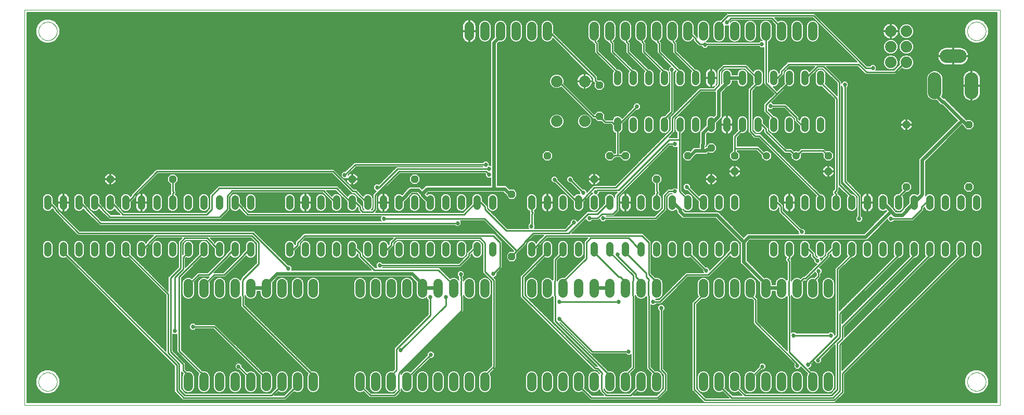
<source format=gtl>
G75*
%MOIN*%
%OFA0B0*%
%FSLAX25Y25*%
%IPPOS*%
%LPD*%
%AMOC8*
5,1,8,0,0,1.08239X$1,22.5*
%
%ADD10C,0.00000*%
%ADD11OC8,0.04800*%
%ADD12C,0.08600*%
%ADD13C,0.06000*%
%ADD14C,0.07400*%
%ADD15C,0.04800*%
%ADD16C,0.04800*%
%ADD17C,0.01000*%
%ADD18C,0.00600*%
%ADD19C,0.02700*%
%ADD20C,0.02400*%
D10*
X0001300Y0001300D02*
X0001300Y0255001D01*
X0626221Y0255001D01*
X0626221Y0001300D01*
X0001300Y0001300D01*
X0010394Y0016300D02*
X0010396Y0016453D01*
X0010402Y0016607D01*
X0010412Y0016760D01*
X0010426Y0016912D01*
X0010444Y0017065D01*
X0010466Y0017216D01*
X0010491Y0017367D01*
X0010521Y0017518D01*
X0010555Y0017668D01*
X0010592Y0017816D01*
X0010633Y0017964D01*
X0010678Y0018110D01*
X0010727Y0018256D01*
X0010780Y0018400D01*
X0010836Y0018542D01*
X0010896Y0018683D01*
X0010960Y0018823D01*
X0011027Y0018961D01*
X0011098Y0019097D01*
X0011173Y0019231D01*
X0011250Y0019363D01*
X0011332Y0019493D01*
X0011416Y0019621D01*
X0011504Y0019747D01*
X0011595Y0019870D01*
X0011689Y0019991D01*
X0011787Y0020109D01*
X0011887Y0020225D01*
X0011991Y0020338D01*
X0012097Y0020449D01*
X0012206Y0020557D01*
X0012318Y0020662D01*
X0012432Y0020763D01*
X0012550Y0020862D01*
X0012669Y0020958D01*
X0012791Y0021051D01*
X0012916Y0021140D01*
X0013043Y0021227D01*
X0013172Y0021309D01*
X0013303Y0021389D01*
X0013436Y0021465D01*
X0013571Y0021538D01*
X0013708Y0021607D01*
X0013847Y0021672D01*
X0013987Y0021734D01*
X0014129Y0021792D01*
X0014272Y0021847D01*
X0014417Y0021898D01*
X0014563Y0021945D01*
X0014710Y0021988D01*
X0014858Y0022027D01*
X0015007Y0022063D01*
X0015157Y0022094D01*
X0015308Y0022122D01*
X0015459Y0022146D01*
X0015612Y0022166D01*
X0015764Y0022182D01*
X0015917Y0022194D01*
X0016070Y0022202D01*
X0016223Y0022206D01*
X0016377Y0022206D01*
X0016530Y0022202D01*
X0016683Y0022194D01*
X0016836Y0022182D01*
X0016988Y0022166D01*
X0017141Y0022146D01*
X0017292Y0022122D01*
X0017443Y0022094D01*
X0017593Y0022063D01*
X0017742Y0022027D01*
X0017890Y0021988D01*
X0018037Y0021945D01*
X0018183Y0021898D01*
X0018328Y0021847D01*
X0018471Y0021792D01*
X0018613Y0021734D01*
X0018753Y0021672D01*
X0018892Y0021607D01*
X0019029Y0021538D01*
X0019164Y0021465D01*
X0019297Y0021389D01*
X0019428Y0021309D01*
X0019557Y0021227D01*
X0019684Y0021140D01*
X0019809Y0021051D01*
X0019931Y0020958D01*
X0020050Y0020862D01*
X0020168Y0020763D01*
X0020282Y0020662D01*
X0020394Y0020557D01*
X0020503Y0020449D01*
X0020609Y0020338D01*
X0020713Y0020225D01*
X0020813Y0020109D01*
X0020911Y0019991D01*
X0021005Y0019870D01*
X0021096Y0019747D01*
X0021184Y0019621D01*
X0021268Y0019493D01*
X0021350Y0019363D01*
X0021427Y0019231D01*
X0021502Y0019097D01*
X0021573Y0018961D01*
X0021640Y0018823D01*
X0021704Y0018683D01*
X0021764Y0018542D01*
X0021820Y0018400D01*
X0021873Y0018256D01*
X0021922Y0018110D01*
X0021967Y0017964D01*
X0022008Y0017816D01*
X0022045Y0017668D01*
X0022079Y0017518D01*
X0022109Y0017367D01*
X0022134Y0017216D01*
X0022156Y0017065D01*
X0022174Y0016912D01*
X0022188Y0016760D01*
X0022198Y0016607D01*
X0022204Y0016453D01*
X0022206Y0016300D01*
X0022204Y0016147D01*
X0022198Y0015993D01*
X0022188Y0015840D01*
X0022174Y0015688D01*
X0022156Y0015535D01*
X0022134Y0015384D01*
X0022109Y0015233D01*
X0022079Y0015082D01*
X0022045Y0014932D01*
X0022008Y0014784D01*
X0021967Y0014636D01*
X0021922Y0014490D01*
X0021873Y0014344D01*
X0021820Y0014200D01*
X0021764Y0014058D01*
X0021704Y0013917D01*
X0021640Y0013777D01*
X0021573Y0013639D01*
X0021502Y0013503D01*
X0021427Y0013369D01*
X0021350Y0013237D01*
X0021268Y0013107D01*
X0021184Y0012979D01*
X0021096Y0012853D01*
X0021005Y0012730D01*
X0020911Y0012609D01*
X0020813Y0012491D01*
X0020713Y0012375D01*
X0020609Y0012262D01*
X0020503Y0012151D01*
X0020394Y0012043D01*
X0020282Y0011938D01*
X0020168Y0011837D01*
X0020050Y0011738D01*
X0019931Y0011642D01*
X0019809Y0011549D01*
X0019684Y0011460D01*
X0019557Y0011373D01*
X0019428Y0011291D01*
X0019297Y0011211D01*
X0019164Y0011135D01*
X0019029Y0011062D01*
X0018892Y0010993D01*
X0018753Y0010928D01*
X0018613Y0010866D01*
X0018471Y0010808D01*
X0018328Y0010753D01*
X0018183Y0010702D01*
X0018037Y0010655D01*
X0017890Y0010612D01*
X0017742Y0010573D01*
X0017593Y0010537D01*
X0017443Y0010506D01*
X0017292Y0010478D01*
X0017141Y0010454D01*
X0016988Y0010434D01*
X0016836Y0010418D01*
X0016683Y0010406D01*
X0016530Y0010398D01*
X0016377Y0010394D01*
X0016223Y0010394D01*
X0016070Y0010398D01*
X0015917Y0010406D01*
X0015764Y0010418D01*
X0015612Y0010434D01*
X0015459Y0010454D01*
X0015308Y0010478D01*
X0015157Y0010506D01*
X0015007Y0010537D01*
X0014858Y0010573D01*
X0014710Y0010612D01*
X0014563Y0010655D01*
X0014417Y0010702D01*
X0014272Y0010753D01*
X0014129Y0010808D01*
X0013987Y0010866D01*
X0013847Y0010928D01*
X0013708Y0010993D01*
X0013571Y0011062D01*
X0013436Y0011135D01*
X0013303Y0011211D01*
X0013172Y0011291D01*
X0013043Y0011373D01*
X0012916Y0011460D01*
X0012791Y0011549D01*
X0012669Y0011642D01*
X0012550Y0011738D01*
X0012432Y0011837D01*
X0012318Y0011938D01*
X0012206Y0012043D01*
X0012097Y0012151D01*
X0011991Y0012262D01*
X0011887Y0012375D01*
X0011787Y0012491D01*
X0011689Y0012609D01*
X0011595Y0012730D01*
X0011504Y0012853D01*
X0011416Y0012979D01*
X0011332Y0013107D01*
X0011250Y0013237D01*
X0011173Y0013369D01*
X0011098Y0013503D01*
X0011027Y0013639D01*
X0010960Y0013777D01*
X0010896Y0013917D01*
X0010836Y0014058D01*
X0010780Y0014200D01*
X0010727Y0014344D01*
X0010678Y0014490D01*
X0010633Y0014636D01*
X0010592Y0014784D01*
X0010555Y0014932D01*
X0010521Y0015082D01*
X0010491Y0015233D01*
X0010466Y0015384D01*
X0010444Y0015535D01*
X0010426Y0015688D01*
X0010412Y0015840D01*
X0010402Y0015993D01*
X0010396Y0016147D01*
X0010394Y0016300D01*
X0010394Y0241300D02*
X0010396Y0241453D01*
X0010402Y0241607D01*
X0010412Y0241760D01*
X0010426Y0241912D01*
X0010444Y0242065D01*
X0010466Y0242216D01*
X0010491Y0242367D01*
X0010521Y0242518D01*
X0010555Y0242668D01*
X0010592Y0242816D01*
X0010633Y0242964D01*
X0010678Y0243110D01*
X0010727Y0243256D01*
X0010780Y0243400D01*
X0010836Y0243542D01*
X0010896Y0243683D01*
X0010960Y0243823D01*
X0011027Y0243961D01*
X0011098Y0244097D01*
X0011173Y0244231D01*
X0011250Y0244363D01*
X0011332Y0244493D01*
X0011416Y0244621D01*
X0011504Y0244747D01*
X0011595Y0244870D01*
X0011689Y0244991D01*
X0011787Y0245109D01*
X0011887Y0245225D01*
X0011991Y0245338D01*
X0012097Y0245449D01*
X0012206Y0245557D01*
X0012318Y0245662D01*
X0012432Y0245763D01*
X0012550Y0245862D01*
X0012669Y0245958D01*
X0012791Y0246051D01*
X0012916Y0246140D01*
X0013043Y0246227D01*
X0013172Y0246309D01*
X0013303Y0246389D01*
X0013436Y0246465D01*
X0013571Y0246538D01*
X0013708Y0246607D01*
X0013847Y0246672D01*
X0013987Y0246734D01*
X0014129Y0246792D01*
X0014272Y0246847D01*
X0014417Y0246898D01*
X0014563Y0246945D01*
X0014710Y0246988D01*
X0014858Y0247027D01*
X0015007Y0247063D01*
X0015157Y0247094D01*
X0015308Y0247122D01*
X0015459Y0247146D01*
X0015612Y0247166D01*
X0015764Y0247182D01*
X0015917Y0247194D01*
X0016070Y0247202D01*
X0016223Y0247206D01*
X0016377Y0247206D01*
X0016530Y0247202D01*
X0016683Y0247194D01*
X0016836Y0247182D01*
X0016988Y0247166D01*
X0017141Y0247146D01*
X0017292Y0247122D01*
X0017443Y0247094D01*
X0017593Y0247063D01*
X0017742Y0247027D01*
X0017890Y0246988D01*
X0018037Y0246945D01*
X0018183Y0246898D01*
X0018328Y0246847D01*
X0018471Y0246792D01*
X0018613Y0246734D01*
X0018753Y0246672D01*
X0018892Y0246607D01*
X0019029Y0246538D01*
X0019164Y0246465D01*
X0019297Y0246389D01*
X0019428Y0246309D01*
X0019557Y0246227D01*
X0019684Y0246140D01*
X0019809Y0246051D01*
X0019931Y0245958D01*
X0020050Y0245862D01*
X0020168Y0245763D01*
X0020282Y0245662D01*
X0020394Y0245557D01*
X0020503Y0245449D01*
X0020609Y0245338D01*
X0020713Y0245225D01*
X0020813Y0245109D01*
X0020911Y0244991D01*
X0021005Y0244870D01*
X0021096Y0244747D01*
X0021184Y0244621D01*
X0021268Y0244493D01*
X0021350Y0244363D01*
X0021427Y0244231D01*
X0021502Y0244097D01*
X0021573Y0243961D01*
X0021640Y0243823D01*
X0021704Y0243683D01*
X0021764Y0243542D01*
X0021820Y0243400D01*
X0021873Y0243256D01*
X0021922Y0243110D01*
X0021967Y0242964D01*
X0022008Y0242816D01*
X0022045Y0242668D01*
X0022079Y0242518D01*
X0022109Y0242367D01*
X0022134Y0242216D01*
X0022156Y0242065D01*
X0022174Y0241912D01*
X0022188Y0241760D01*
X0022198Y0241607D01*
X0022204Y0241453D01*
X0022206Y0241300D01*
X0022204Y0241147D01*
X0022198Y0240993D01*
X0022188Y0240840D01*
X0022174Y0240688D01*
X0022156Y0240535D01*
X0022134Y0240384D01*
X0022109Y0240233D01*
X0022079Y0240082D01*
X0022045Y0239932D01*
X0022008Y0239784D01*
X0021967Y0239636D01*
X0021922Y0239490D01*
X0021873Y0239344D01*
X0021820Y0239200D01*
X0021764Y0239058D01*
X0021704Y0238917D01*
X0021640Y0238777D01*
X0021573Y0238639D01*
X0021502Y0238503D01*
X0021427Y0238369D01*
X0021350Y0238237D01*
X0021268Y0238107D01*
X0021184Y0237979D01*
X0021096Y0237853D01*
X0021005Y0237730D01*
X0020911Y0237609D01*
X0020813Y0237491D01*
X0020713Y0237375D01*
X0020609Y0237262D01*
X0020503Y0237151D01*
X0020394Y0237043D01*
X0020282Y0236938D01*
X0020168Y0236837D01*
X0020050Y0236738D01*
X0019931Y0236642D01*
X0019809Y0236549D01*
X0019684Y0236460D01*
X0019557Y0236373D01*
X0019428Y0236291D01*
X0019297Y0236211D01*
X0019164Y0236135D01*
X0019029Y0236062D01*
X0018892Y0235993D01*
X0018753Y0235928D01*
X0018613Y0235866D01*
X0018471Y0235808D01*
X0018328Y0235753D01*
X0018183Y0235702D01*
X0018037Y0235655D01*
X0017890Y0235612D01*
X0017742Y0235573D01*
X0017593Y0235537D01*
X0017443Y0235506D01*
X0017292Y0235478D01*
X0017141Y0235454D01*
X0016988Y0235434D01*
X0016836Y0235418D01*
X0016683Y0235406D01*
X0016530Y0235398D01*
X0016377Y0235394D01*
X0016223Y0235394D01*
X0016070Y0235398D01*
X0015917Y0235406D01*
X0015764Y0235418D01*
X0015612Y0235434D01*
X0015459Y0235454D01*
X0015308Y0235478D01*
X0015157Y0235506D01*
X0015007Y0235537D01*
X0014858Y0235573D01*
X0014710Y0235612D01*
X0014563Y0235655D01*
X0014417Y0235702D01*
X0014272Y0235753D01*
X0014129Y0235808D01*
X0013987Y0235866D01*
X0013847Y0235928D01*
X0013708Y0235993D01*
X0013571Y0236062D01*
X0013436Y0236135D01*
X0013303Y0236211D01*
X0013172Y0236291D01*
X0013043Y0236373D01*
X0012916Y0236460D01*
X0012791Y0236549D01*
X0012669Y0236642D01*
X0012550Y0236738D01*
X0012432Y0236837D01*
X0012318Y0236938D01*
X0012206Y0237043D01*
X0012097Y0237151D01*
X0011991Y0237262D01*
X0011887Y0237375D01*
X0011787Y0237491D01*
X0011689Y0237609D01*
X0011595Y0237730D01*
X0011504Y0237853D01*
X0011416Y0237979D01*
X0011332Y0238107D01*
X0011250Y0238237D01*
X0011173Y0238369D01*
X0011098Y0238503D01*
X0011027Y0238639D01*
X0010960Y0238777D01*
X0010896Y0238917D01*
X0010836Y0239058D01*
X0010780Y0239200D01*
X0010727Y0239344D01*
X0010678Y0239490D01*
X0010633Y0239636D01*
X0010592Y0239784D01*
X0010555Y0239932D01*
X0010521Y0240082D01*
X0010491Y0240233D01*
X0010466Y0240384D01*
X0010444Y0240535D01*
X0010426Y0240688D01*
X0010412Y0240840D01*
X0010402Y0240993D01*
X0010396Y0241147D01*
X0010394Y0241300D01*
X0605394Y0241300D02*
X0605396Y0241453D01*
X0605402Y0241607D01*
X0605412Y0241760D01*
X0605426Y0241912D01*
X0605444Y0242065D01*
X0605466Y0242216D01*
X0605491Y0242367D01*
X0605521Y0242518D01*
X0605555Y0242668D01*
X0605592Y0242816D01*
X0605633Y0242964D01*
X0605678Y0243110D01*
X0605727Y0243256D01*
X0605780Y0243400D01*
X0605836Y0243542D01*
X0605896Y0243683D01*
X0605960Y0243823D01*
X0606027Y0243961D01*
X0606098Y0244097D01*
X0606173Y0244231D01*
X0606250Y0244363D01*
X0606332Y0244493D01*
X0606416Y0244621D01*
X0606504Y0244747D01*
X0606595Y0244870D01*
X0606689Y0244991D01*
X0606787Y0245109D01*
X0606887Y0245225D01*
X0606991Y0245338D01*
X0607097Y0245449D01*
X0607206Y0245557D01*
X0607318Y0245662D01*
X0607432Y0245763D01*
X0607550Y0245862D01*
X0607669Y0245958D01*
X0607791Y0246051D01*
X0607916Y0246140D01*
X0608043Y0246227D01*
X0608172Y0246309D01*
X0608303Y0246389D01*
X0608436Y0246465D01*
X0608571Y0246538D01*
X0608708Y0246607D01*
X0608847Y0246672D01*
X0608987Y0246734D01*
X0609129Y0246792D01*
X0609272Y0246847D01*
X0609417Y0246898D01*
X0609563Y0246945D01*
X0609710Y0246988D01*
X0609858Y0247027D01*
X0610007Y0247063D01*
X0610157Y0247094D01*
X0610308Y0247122D01*
X0610459Y0247146D01*
X0610612Y0247166D01*
X0610764Y0247182D01*
X0610917Y0247194D01*
X0611070Y0247202D01*
X0611223Y0247206D01*
X0611377Y0247206D01*
X0611530Y0247202D01*
X0611683Y0247194D01*
X0611836Y0247182D01*
X0611988Y0247166D01*
X0612141Y0247146D01*
X0612292Y0247122D01*
X0612443Y0247094D01*
X0612593Y0247063D01*
X0612742Y0247027D01*
X0612890Y0246988D01*
X0613037Y0246945D01*
X0613183Y0246898D01*
X0613328Y0246847D01*
X0613471Y0246792D01*
X0613613Y0246734D01*
X0613753Y0246672D01*
X0613892Y0246607D01*
X0614029Y0246538D01*
X0614164Y0246465D01*
X0614297Y0246389D01*
X0614428Y0246309D01*
X0614557Y0246227D01*
X0614684Y0246140D01*
X0614809Y0246051D01*
X0614931Y0245958D01*
X0615050Y0245862D01*
X0615168Y0245763D01*
X0615282Y0245662D01*
X0615394Y0245557D01*
X0615503Y0245449D01*
X0615609Y0245338D01*
X0615713Y0245225D01*
X0615813Y0245109D01*
X0615911Y0244991D01*
X0616005Y0244870D01*
X0616096Y0244747D01*
X0616184Y0244621D01*
X0616268Y0244493D01*
X0616350Y0244363D01*
X0616427Y0244231D01*
X0616502Y0244097D01*
X0616573Y0243961D01*
X0616640Y0243823D01*
X0616704Y0243683D01*
X0616764Y0243542D01*
X0616820Y0243400D01*
X0616873Y0243256D01*
X0616922Y0243110D01*
X0616967Y0242964D01*
X0617008Y0242816D01*
X0617045Y0242668D01*
X0617079Y0242518D01*
X0617109Y0242367D01*
X0617134Y0242216D01*
X0617156Y0242065D01*
X0617174Y0241912D01*
X0617188Y0241760D01*
X0617198Y0241607D01*
X0617204Y0241453D01*
X0617206Y0241300D01*
X0617204Y0241147D01*
X0617198Y0240993D01*
X0617188Y0240840D01*
X0617174Y0240688D01*
X0617156Y0240535D01*
X0617134Y0240384D01*
X0617109Y0240233D01*
X0617079Y0240082D01*
X0617045Y0239932D01*
X0617008Y0239784D01*
X0616967Y0239636D01*
X0616922Y0239490D01*
X0616873Y0239344D01*
X0616820Y0239200D01*
X0616764Y0239058D01*
X0616704Y0238917D01*
X0616640Y0238777D01*
X0616573Y0238639D01*
X0616502Y0238503D01*
X0616427Y0238369D01*
X0616350Y0238237D01*
X0616268Y0238107D01*
X0616184Y0237979D01*
X0616096Y0237853D01*
X0616005Y0237730D01*
X0615911Y0237609D01*
X0615813Y0237491D01*
X0615713Y0237375D01*
X0615609Y0237262D01*
X0615503Y0237151D01*
X0615394Y0237043D01*
X0615282Y0236938D01*
X0615168Y0236837D01*
X0615050Y0236738D01*
X0614931Y0236642D01*
X0614809Y0236549D01*
X0614684Y0236460D01*
X0614557Y0236373D01*
X0614428Y0236291D01*
X0614297Y0236211D01*
X0614164Y0236135D01*
X0614029Y0236062D01*
X0613892Y0235993D01*
X0613753Y0235928D01*
X0613613Y0235866D01*
X0613471Y0235808D01*
X0613328Y0235753D01*
X0613183Y0235702D01*
X0613037Y0235655D01*
X0612890Y0235612D01*
X0612742Y0235573D01*
X0612593Y0235537D01*
X0612443Y0235506D01*
X0612292Y0235478D01*
X0612141Y0235454D01*
X0611988Y0235434D01*
X0611836Y0235418D01*
X0611683Y0235406D01*
X0611530Y0235398D01*
X0611377Y0235394D01*
X0611223Y0235394D01*
X0611070Y0235398D01*
X0610917Y0235406D01*
X0610764Y0235418D01*
X0610612Y0235434D01*
X0610459Y0235454D01*
X0610308Y0235478D01*
X0610157Y0235506D01*
X0610007Y0235537D01*
X0609858Y0235573D01*
X0609710Y0235612D01*
X0609563Y0235655D01*
X0609417Y0235702D01*
X0609272Y0235753D01*
X0609129Y0235808D01*
X0608987Y0235866D01*
X0608847Y0235928D01*
X0608708Y0235993D01*
X0608571Y0236062D01*
X0608436Y0236135D01*
X0608303Y0236211D01*
X0608172Y0236291D01*
X0608043Y0236373D01*
X0607916Y0236460D01*
X0607791Y0236549D01*
X0607669Y0236642D01*
X0607550Y0236738D01*
X0607432Y0236837D01*
X0607318Y0236938D01*
X0607206Y0237043D01*
X0607097Y0237151D01*
X0606991Y0237262D01*
X0606887Y0237375D01*
X0606787Y0237491D01*
X0606689Y0237609D01*
X0606595Y0237730D01*
X0606504Y0237853D01*
X0606416Y0237979D01*
X0606332Y0238107D01*
X0606250Y0238237D01*
X0606173Y0238369D01*
X0606098Y0238503D01*
X0606027Y0238639D01*
X0605960Y0238777D01*
X0605896Y0238917D01*
X0605836Y0239058D01*
X0605780Y0239200D01*
X0605727Y0239344D01*
X0605678Y0239490D01*
X0605633Y0239636D01*
X0605592Y0239784D01*
X0605555Y0239932D01*
X0605521Y0240082D01*
X0605491Y0240233D01*
X0605466Y0240384D01*
X0605444Y0240535D01*
X0605426Y0240688D01*
X0605412Y0240840D01*
X0605402Y0240993D01*
X0605396Y0241147D01*
X0605394Y0241300D01*
X0605394Y0016300D02*
X0605396Y0016453D01*
X0605402Y0016607D01*
X0605412Y0016760D01*
X0605426Y0016912D01*
X0605444Y0017065D01*
X0605466Y0017216D01*
X0605491Y0017367D01*
X0605521Y0017518D01*
X0605555Y0017668D01*
X0605592Y0017816D01*
X0605633Y0017964D01*
X0605678Y0018110D01*
X0605727Y0018256D01*
X0605780Y0018400D01*
X0605836Y0018542D01*
X0605896Y0018683D01*
X0605960Y0018823D01*
X0606027Y0018961D01*
X0606098Y0019097D01*
X0606173Y0019231D01*
X0606250Y0019363D01*
X0606332Y0019493D01*
X0606416Y0019621D01*
X0606504Y0019747D01*
X0606595Y0019870D01*
X0606689Y0019991D01*
X0606787Y0020109D01*
X0606887Y0020225D01*
X0606991Y0020338D01*
X0607097Y0020449D01*
X0607206Y0020557D01*
X0607318Y0020662D01*
X0607432Y0020763D01*
X0607550Y0020862D01*
X0607669Y0020958D01*
X0607791Y0021051D01*
X0607916Y0021140D01*
X0608043Y0021227D01*
X0608172Y0021309D01*
X0608303Y0021389D01*
X0608436Y0021465D01*
X0608571Y0021538D01*
X0608708Y0021607D01*
X0608847Y0021672D01*
X0608987Y0021734D01*
X0609129Y0021792D01*
X0609272Y0021847D01*
X0609417Y0021898D01*
X0609563Y0021945D01*
X0609710Y0021988D01*
X0609858Y0022027D01*
X0610007Y0022063D01*
X0610157Y0022094D01*
X0610308Y0022122D01*
X0610459Y0022146D01*
X0610612Y0022166D01*
X0610764Y0022182D01*
X0610917Y0022194D01*
X0611070Y0022202D01*
X0611223Y0022206D01*
X0611377Y0022206D01*
X0611530Y0022202D01*
X0611683Y0022194D01*
X0611836Y0022182D01*
X0611988Y0022166D01*
X0612141Y0022146D01*
X0612292Y0022122D01*
X0612443Y0022094D01*
X0612593Y0022063D01*
X0612742Y0022027D01*
X0612890Y0021988D01*
X0613037Y0021945D01*
X0613183Y0021898D01*
X0613328Y0021847D01*
X0613471Y0021792D01*
X0613613Y0021734D01*
X0613753Y0021672D01*
X0613892Y0021607D01*
X0614029Y0021538D01*
X0614164Y0021465D01*
X0614297Y0021389D01*
X0614428Y0021309D01*
X0614557Y0021227D01*
X0614684Y0021140D01*
X0614809Y0021051D01*
X0614931Y0020958D01*
X0615050Y0020862D01*
X0615168Y0020763D01*
X0615282Y0020662D01*
X0615394Y0020557D01*
X0615503Y0020449D01*
X0615609Y0020338D01*
X0615713Y0020225D01*
X0615813Y0020109D01*
X0615911Y0019991D01*
X0616005Y0019870D01*
X0616096Y0019747D01*
X0616184Y0019621D01*
X0616268Y0019493D01*
X0616350Y0019363D01*
X0616427Y0019231D01*
X0616502Y0019097D01*
X0616573Y0018961D01*
X0616640Y0018823D01*
X0616704Y0018683D01*
X0616764Y0018542D01*
X0616820Y0018400D01*
X0616873Y0018256D01*
X0616922Y0018110D01*
X0616967Y0017964D01*
X0617008Y0017816D01*
X0617045Y0017668D01*
X0617079Y0017518D01*
X0617109Y0017367D01*
X0617134Y0017216D01*
X0617156Y0017065D01*
X0617174Y0016912D01*
X0617188Y0016760D01*
X0617198Y0016607D01*
X0617204Y0016453D01*
X0617206Y0016300D01*
X0617204Y0016147D01*
X0617198Y0015993D01*
X0617188Y0015840D01*
X0617174Y0015688D01*
X0617156Y0015535D01*
X0617134Y0015384D01*
X0617109Y0015233D01*
X0617079Y0015082D01*
X0617045Y0014932D01*
X0617008Y0014784D01*
X0616967Y0014636D01*
X0616922Y0014490D01*
X0616873Y0014344D01*
X0616820Y0014200D01*
X0616764Y0014058D01*
X0616704Y0013917D01*
X0616640Y0013777D01*
X0616573Y0013639D01*
X0616502Y0013503D01*
X0616427Y0013369D01*
X0616350Y0013237D01*
X0616268Y0013107D01*
X0616184Y0012979D01*
X0616096Y0012853D01*
X0616005Y0012730D01*
X0615911Y0012609D01*
X0615813Y0012491D01*
X0615713Y0012375D01*
X0615609Y0012262D01*
X0615503Y0012151D01*
X0615394Y0012043D01*
X0615282Y0011938D01*
X0615168Y0011837D01*
X0615050Y0011738D01*
X0614931Y0011642D01*
X0614809Y0011549D01*
X0614684Y0011460D01*
X0614557Y0011373D01*
X0614428Y0011291D01*
X0614297Y0011211D01*
X0614164Y0011135D01*
X0614029Y0011062D01*
X0613892Y0010993D01*
X0613753Y0010928D01*
X0613613Y0010866D01*
X0613471Y0010808D01*
X0613328Y0010753D01*
X0613183Y0010702D01*
X0613037Y0010655D01*
X0612890Y0010612D01*
X0612742Y0010573D01*
X0612593Y0010537D01*
X0612443Y0010506D01*
X0612292Y0010478D01*
X0612141Y0010454D01*
X0611988Y0010434D01*
X0611836Y0010418D01*
X0611683Y0010406D01*
X0611530Y0010398D01*
X0611377Y0010394D01*
X0611223Y0010394D01*
X0611070Y0010398D01*
X0610917Y0010406D01*
X0610764Y0010418D01*
X0610612Y0010434D01*
X0610459Y0010454D01*
X0610308Y0010478D01*
X0610157Y0010506D01*
X0610007Y0010537D01*
X0609858Y0010573D01*
X0609710Y0010612D01*
X0609563Y0010655D01*
X0609417Y0010702D01*
X0609272Y0010753D01*
X0609129Y0010808D01*
X0608987Y0010866D01*
X0608847Y0010928D01*
X0608708Y0010993D01*
X0608571Y0011062D01*
X0608436Y0011135D01*
X0608303Y0011211D01*
X0608172Y0011291D01*
X0608043Y0011373D01*
X0607916Y0011460D01*
X0607791Y0011549D01*
X0607669Y0011642D01*
X0607550Y0011738D01*
X0607432Y0011837D01*
X0607318Y0011938D01*
X0607206Y0012043D01*
X0607097Y0012151D01*
X0606991Y0012262D01*
X0606887Y0012375D01*
X0606787Y0012491D01*
X0606689Y0012609D01*
X0606595Y0012730D01*
X0606504Y0012853D01*
X0606416Y0012979D01*
X0606332Y0013107D01*
X0606250Y0013237D01*
X0606173Y0013369D01*
X0606098Y0013503D01*
X0606027Y0013639D01*
X0605960Y0013777D01*
X0605896Y0013917D01*
X0605836Y0014058D01*
X0605780Y0014200D01*
X0605727Y0014344D01*
X0605678Y0014490D01*
X0605633Y0014636D01*
X0605592Y0014784D01*
X0605555Y0014932D01*
X0605521Y0015082D01*
X0605491Y0015233D01*
X0605466Y0015384D01*
X0605444Y0015535D01*
X0605426Y0015688D01*
X0605412Y0015840D01*
X0605402Y0015993D01*
X0605396Y0016147D01*
X0605394Y0016300D01*
D11*
X0606300Y0141300D03*
X0566300Y0141300D03*
X0516300Y0151300D03*
X0516300Y0161300D03*
X0566300Y0181300D03*
X0606300Y0181300D03*
X0456300Y0161300D03*
X0441300Y0166300D03*
X0426300Y0161300D03*
X0456300Y0151300D03*
X0441300Y0146300D03*
X0406300Y0146300D03*
X0386300Y0161300D03*
X0376300Y0161300D03*
X0366300Y0146300D03*
X0336300Y0161300D03*
X0313500Y0136700D03*
X0251300Y0146300D03*
X0211300Y0146300D03*
X0313500Y0096700D03*
X0369700Y0186600D03*
X0369700Y0206600D03*
X0096300Y0146300D03*
X0056300Y0146300D03*
D12*
X0584489Y0202000D02*
X0584489Y0210600D01*
X0608111Y0210600D02*
X0608111Y0202000D01*
X0600600Y0225198D02*
X0592000Y0225198D01*
D13*
X0506300Y0238300D02*
X0506300Y0244300D01*
X0496300Y0244300D02*
X0496300Y0238300D01*
X0486300Y0238300D02*
X0486300Y0244300D01*
X0476300Y0244300D02*
X0476300Y0238300D01*
X0466300Y0238300D02*
X0466300Y0244300D01*
X0456300Y0244300D02*
X0456300Y0238300D01*
X0446300Y0238300D02*
X0446300Y0244300D01*
X0436300Y0244300D02*
X0436300Y0238300D01*
X0426300Y0238300D02*
X0426300Y0244300D01*
X0416300Y0244300D02*
X0416300Y0238300D01*
X0406300Y0238300D02*
X0406300Y0244300D01*
X0396300Y0244300D02*
X0396300Y0238300D01*
X0386300Y0238300D02*
X0386300Y0244300D01*
X0376300Y0244300D02*
X0376300Y0238300D01*
X0366300Y0238300D02*
X0366300Y0244300D01*
X0336300Y0244300D02*
X0336300Y0238300D01*
X0326300Y0238300D02*
X0326300Y0244300D01*
X0316300Y0244300D02*
X0316300Y0238300D01*
X0306300Y0238300D02*
X0306300Y0244300D01*
X0296300Y0244300D02*
X0296300Y0238300D01*
X0286300Y0238300D02*
X0286300Y0244300D01*
X0286300Y0079300D02*
X0286300Y0073300D01*
X0296300Y0073300D02*
X0296300Y0079300D01*
X0276300Y0079300D02*
X0276300Y0073300D01*
X0266300Y0073300D02*
X0266300Y0079300D01*
X0256300Y0079300D02*
X0256300Y0073300D01*
X0246300Y0073300D02*
X0246300Y0079300D01*
X0236300Y0079300D02*
X0236300Y0073300D01*
X0226300Y0073300D02*
X0226300Y0079300D01*
X0216300Y0079300D02*
X0216300Y0073300D01*
X0186300Y0073300D02*
X0186300Y0079300D01*
X0176300Y0079300D02*
X0176300Y0073300D01*
X0166300Y0073300D02*
X0166300Y0079300D01*
X0156300Y0079300D02*
X0156300Y0073300D01*
X0146300Y0073300D02*
X0146300Y0079300D01*
X0136300Y0079300D02*
X0136300Y0073300D01*
X0126300Y0073300D02*
X0126300Y0079300D01*
X0116300Y0079300D02*
X0116300Y0073300D01*
X0106300Y0073300D02*
X0106300Y0079300D01*
X0106300Y0019300D02*
X0106300Y0013300D01*
X0116300Y0013300D02*
X0116300Y0019300D01*
X0126300Y0019300D02*
X0126300Y0013300D01*
X0136300Y0013300D02*
X0136300Y0019300D01*
X0146300Y0019300D02*
X0146300Y0013300D01*
X0156300Y0013300D02*
X0156300Y0019300D01*
X0166300Y0019300D02*
X0166300Y0013300D01*
X0176300Y0013300D02*
X0176300Y0019300D01*
X0186300Y0019300D02*
X0186300Y0013300D01*
X0216300Y0013300D02*
X0216300Y0019300D01*
X0226300Y0019300D02*
X0226300Y0013300D01*
X0236300Y0013300D02*
X0236300Y0019300D01*
X0246300Y0019300D02*
X0246300Y0013300D01*
X0256300Y0013300D02*
X0256300Y0019300D01*
X0266300Y0019300D02*
X0266300Y0013300D01*
X0276300Y0013300D02*
X0276300Y0019300D01*
X0286300Y0019300D02*
X0286300Y0013300D01*
X0296300Y0013300D02*
X0296300Y0019300D01*
X0326300Y0019300D02*
X0326300Y0013300D01*
X0336300Y0013300D02*
X0336300Y0019300D01*
X0346300Y0019300D02*
X0346300Y0013300D01*
X0356300Y0013300D02*
X0356300Y0019300D01*
X0366300Y0019300D02*
X0366300Y0013300D01*
X0376300Y0013300D02*
X0376300Y0019300D01*
X0386300Y0019300D02*
X0386300Y0013300D01*
X0396300Y0013300D02*
X0396300Y0019300D01*
X0406300Y0019300D02*
X0406300Y0013300D01*
X0436300Y0013300D02*
X0436300Y0019300D01*
X0446300Y0019300D02*
X0446300Y0013300D01*
X0456300Y0013300D02*
X0456300Y0019300D01*
X0466300Y0019300D02*
X0466300Y0013300D01*
X0476300Y0013300D02*
X0476300Y0019300D01*
X0486300Y0019300D02*
X0486300Y0013300D01*
X0496300Y0013300D02*
X0496300Y0019300D01*
X0506300Y0019300D02*
X0506300Y0013300D01*
X0516300Y0013300D02*
X0516300Y0019300D01*
X0516300Y0073300D02*
X0516300Y0079300D01*
X0506300Y0079300D02*
X0506300Y0073300D01*
X0496300Y0073300D02*
X0496300Y0079300D01*
X0486300Y0079300D02*
X0486300Y0073300D01*
X0476300Y0073300D02*
X0476300Y0079300D01*
X0466300Y0079300D02*
X0466300Y0073300D01*
X0456300Y0073300D02*
X0456300Y0079300D01*
X0446300Y0079300D02*
X0446300Y0073300D01*
X0436300Y0073300D02*
X0436300Y0079300D01*
X0406300Y0079300D02*
X0406300Y0073300D01*
X0396300Y0073300D02*
X0396300Y0079300D01*
X0386300Y0079300D02*
X0386300Y0073300D01*
X0376300Y0073300D02*
X0376300Y0079300D01*
X0366300Y0079300D02*
X0366300Y0073300D01*
X0356300Y0073300D02*
X0356300Y0079300D01*
X0346300Y0079300D02*
X0346300Y0073300D01*
X0336300Y0073300D02*
X0336300Y0079300D01*
X0326300Y0079300D02*
X0326300Y0073300D01*
D14*
X0342400Y0183500D03*
X0360200Y0183500D03*
X0360200Y0209100D03*
X0342400Y0209100D03*
X0556300Y0221300D03*
X0566300Y0221300D03*
X0566300Y0231300D03*
X0556300Y0231300D03*
X0556300Y0241300D03*
X0566300Y0241300D03*
D15*
X0495800Y0161300D03*
X0476800Y0161300D03*
D16*
X0481300Y0178900D02*
X0481300Y0183700D01*
X0491300Y0183700D02*
X0491300Y0178900D01*
X0501300Y0178900D02*
X0501300Y0183700D01*
X0511300Y0183700D02*
X0511300Y0178900D01*
X0471300Y0178900D02*
X0471300Y0183700D01*
X0461300Y0183700D02*
X0461300Y0178900D01*
X0451300Y0178900D02*
X0451300Y0183700D01*
X0441300Y0183700D02*
X0441300Y0178900D01*
X0431300Y0178900D02*
X0431300Y0183700D01*
X0421300Y0183700D02*
X0421300Y0178900D01*
X0411300Y0178900D02*
X0411300Y0183700D01*
X0401300Y0183700D02*
X0401300Y0178900D01*
X0391300Y0178900D02*
X0391300Y0183700D01*
X0381300Y0183700D02*
X0381300Y0178900D01*
X0381300Y0208900D02*
X0381300Y0213700D01*
X0391300Y0213700D02*
X0391300Y0208900D01*
X0401300Y0208900D02*
X0401300Y0213700D01*
X0411300Y0213700D02*
X0411300Y0208900D01*
X0421300Y0208900D02*
X0421300Y0213700D01*
X0431300Y0213700D02*
X0431300Y0208900D01*
X0441300Y0208900D02*
X0441300Y0213700D01*
X0451300Y0213700D02*
X0451300Y0208900D01*
X0461300Y0208900D02*
X0461300Y0213700D01*
X0471300Y0213700D02*
X0471300Y0208900D01*
X0481300Y0208900D02*
X0481300Y0213700D01*
X0491300Y0213700D02*
X0491300Y0208900D01*
X0501300Y0208900D02*
X0501300Y0213700D01*
X0511300Y0213700D02*
X0511300Y0208900D01*
X0511300Y0133700D02*
X0511300Y0128900D01*
X0501300Y0128900D02*
X0501300Y0133700D01*
X0491300Y0133700D02*
X0491300Y0128900D01*
X0481300Y0128900D02*
X0481300Y0133700D01*
X0456300Y0133700D02*
X0456300Y0128900D01*
X0446300Y0128900D02*
X0446300Y0133700D01*
X0436300Y0133700D02*
X0436300Y0128900D01*
X0426300Y0128900D02*
X0426300Y0133700D01*
X0416300Y0133700D02*
X0416300Y0128900D01*
X0406300Y0128900D02*
X0406300Y0133700D01*
X0396300Y0133700D02*
X0396300Y0128900D01*
X0386300Y0128900D02*
X0386300Y0133700D01*
X0376300Y0133700D02*
X0376300Y0128900D01*
X0366300Y0128900D02*
X0366300Y0133700D01*
X0356300Y0133700D02*
X0356300Y0128900D01*
X0346300Y0128900D02*
X0346300Y0133700D01*
X0336300Y0133700D02*
X0336300Y0128900D01*
X0326300Y0128900D02*
X0326300Y0133700D01*
X0301300Y0133700D02*
X0301300Y0128900D01*
X0291300Y0128900D02*
X0291300Y0133700D01*
X0281300Y0133700D02*
X0281300Y0128900D01*
X0271300Y0128900D02*
X0271300Y0133700D01*
X0261300Y0133700D02*
X0261300Y0128900D01*
X0251300Y0128900D02*
X0251300Y0133700D01*
X0241300Y0133700D02*
X0241300Y0128900D01*
X0231300Y0128900D02*
X0231300Y0133700D01*
X0221300Y0133700D02*
X0221300Y0128900D01*
X0211300Y0128900D02*
X0211300Y0133700D01*
X0201300Y0133700D02*
X0201300Y0128900D01*
X0191300Y0128900D02*
X0191300Y0133700D01*
X0181300Y0133700D02*
X0181300Y0128900D01*
X0171300Y0128900D02*
X0171300Y0133700D01*
X0146300Y0133700D02*
X0146300Y0128900D01*
X0136300Y0128900D02*
X0136300Y0133700D01*
X0126300Y0133700D02*
X0126300Y0128900D01*
X0116300Y0128900D02*
X0116300Y0133700D01*
X0106300Y0133700D02*
X0106300Y0128900D01*
X0096300Y0128900D02*
X0096300Y0133700D01*
X0086300Y0133700D02*
X0086300Y0128900D01*
X0076300Y0128900D02*
X0076300Y0133700D01*
X0066300Y0133700D02*
X0066300Y0128900D01*
X0056300Y0128900D02*
X0056300Y0133700D01*
X0046300Y0133700D02*
X0046300Y0128900D01*
X0036300Y0128900D02*
X0036300Y0133700D01*
X0026300Y0133700D02*
X0026300Y0128900D01*
X0016300Y0128900D02*
X0016300Y0133700D01*
X0016300Y0103700D02*
X0016300Y0098900D01*
X0026300Y0098900D02*
X0026300Y0103700D01*
X0036300Y0103700D02*
X0036300Y0098900D01*
X0046300Y0098900D02*
X0046300Y0103700D01*
X0056300Y0103700D02*
X0056300Y0098900D01*
X0066300Y0098900D02*
X0066300Y0103700D01*
X0076300Y0103700D02*
X0076300Y0098900D01*
X0086300Y0098900D02*
X0086300Y0103700D01*
X0096300Y0103700D02*
X0096300Y0098900D01*
X0106300Y0098900D02*
X0106300Y0103700D01*
X0116300Y0103700D02*
X0116300Y0098900D01*
X0126300Y0098900D02*
X0126300Y0103700D01*
X0136300Y0103700D02*
X0136300Y0098900D01*
X0146300Y0098900D02*
X0146300Y0103700D01*
X0171300Y0103700D02*
X0171300Y0098900D01*
X0181300Y0098900D02*
X0181300Y0103700D01*
X0191300Y0103700D02*
X0191300Y0098900D01*
X0201300Y0098900D02*
X0201300Y0103700D01*
X0211300Y0103700D02*
X0211300Y0098900D01*
X0221300Y0098900D02*
X0221300Y0103700D01*
X0231300Y0103700D02*
X0231300Y0098900D01*
X0241300Y0098900D02*
X0241300Y0103700D01*
X0251300Y0103700D02*
X0251300Y0098900D01*
X0261300Y0098900D02*
X0261300Y0103700D01*
X0271300Y0103700D02*
X0271300Y0098900D01*
X0281300Y0098900D02*
X0281300Y0103700D01*
X0291300Y0103700D02*
X0291300Y0098900D01*
X0301300Y0098900D02*
X0301300Y0103700D01*
X0326300Y0103700D02*
X0326300Y0098900D01*
X0336300Y0098900D02*
X0336300Y0103700D01*
X0346300Y0103700D02*
X0346300Y0098900D01*
X0356300Y0098900D02*
X0356300Y0103700D01*
X0366300Y0103700D02*
X0366300Y0098900D01*
X0376300Y0098900D02*
X0376300Y0103700D01*
X0386300Y0103700D02*
X0386300Y0098900D01*
X0396300Y0098900D02*
X0396300Y0103700D01*
X0406300Y0103700D02*
X0406300Y0098900D01*
X0416300Y0098900D02*
X0416300Y0103700D01*
X0426300Y0103700D02*
X0426300Y0098900D01*
X0436300Y0098900D02*
X0436300Y0103700D01*
X0446300Y0103700D02*
X0446300Y0098900D01*
X0456300Y0098900D02*
X0456300Y0103700D01*
X0481300Y0103700D02*
X0481300Y0098900D01*
X0491300Y0098900D02*
X0491300Y0103700D01*
X0501300Y0103700D02*
X0501300Y0098900D01*
X0511300Y0098900D02*
X0511300Y0103700D01*
X0521300Y0103700D02*
X0521300Y0098900D01*
X0531300Y0098900D02*
X0531300Y0103700D01*
X0541300Y0103700D02*
X0541300Y0098900D01*
X0551300Y0098900D02*
X0551300Y0103700D01*
X0561300Y0103700D02*
X0561300Y0098900D01*
X0571300Y0098900D02*
X0571300Y0103700D01*
X0581300Y0103700D02*
X0581300Y0098900D01*
X0591300Y0098900D02*
X0591300Y0103700D01*
X0601300Y0103700D02*
X0601300Y0098900D01*
X0611300Y0098900D02*
X0611300Y0103700D01*
X0611300Y0128900D02*
X0611300Y0133700D01*
X0601300Y0133700D02*
X0601300Y0128900D01*
X0591300Y0128900D02*
X0591300Y0133700D01*
X0581300Y0133700D02*
X0581300Y0128900D01*
X0571300Y0128900D02*
X0571300Y0133700D01*
X0561300Y0133700D02*
X0561300Y0128900D01*
X0551300Y0128900D02*
X0551300Y0133700D01*
X0541300Y0133700D02*
X0541300Y0128900D01*
X0531300Y0128900D02*
X0531300Y0133700D01*
X0521300Y0133700D02*
X0521300Y0128900D01*
D17*
X0521300Y0131300D02*
X0521300Y0136900D01*
X0520500Y0137700D01*
X0520500Y0138100D01*
X0521700Y0139300D01*
X0521700Y0198100D01*
X0511300Y0208500D01*
X0511300Y0211300D01*
X0509300Y0218500D02*
X0502100Y0211300D01*
X0501300Y0211300D01*
X0491300Y0211300D02*
X0491300Y0208900D01*
X0483500Y0201100D01*
X0476500Y0208100D01*
X0476500Y0240900D01*
X0476300Y0241300D01*
X0476500Y0241300D01*
X0480100Y0249700D02*
X0486100Y0243700D01*
X0486100Y0241300D01*
X0486300Y0241300D01*
X0480100Y0249700D02*
X0454100Y0249700D01*
X0451300Y0246900D01*
X0448100Y0246900D02*
X0446500Y0245300D01*
X0446500Y0241300D01*
X0446300Y0241300D01*
X0448100Y0246900D02*
X0448100Y0247300D01*
X0452100Y0251300D01*
X0506900Y0251300D01*
X0540500Y0217700D01*
X0544900Y0217700D01*
X0540900Y0214900D02*
X0558900Y0214900D01*
X0565300Y0221300D01*
X0566300Y0221300D01*
X0540900Y0214900D02*
X0535700Y0220100D01*
X0490900Y0220100D01*
X0486500Y0215700D01*
X0486500Y0214100D01*
X0483700Y0211300D01*
X0481300Y0211300D01*
X0471300Y0211300D02*
X0470500Y0210900D01*
X0470500Y0207700D01*
X0466500Y0203700D01*
X0466500Y0176900D01*
X0469300Y0174100D01*
X0472100Y0174100D01*
X0511300Y0134900D01*
X0511300Y0131300D01*
X0499300Y0112500D02*
X0486100Y0125700D01*
X0486100Y0128900D01*
X0483700Y0131300D01*
X0481300Y0131300D01*
X0523300Y0142900D02*
X0523300Y0208500D01*
X0513300Y0218500D01*
X0509300Y0218500D01*
X0526900Y0206900D02*
X0526900Y0144900D01*
X0536100Y0135700D01*
X0536100Y0120900D01*
X0556500Y0120900D02*
X0570100Y0120900D01*
X0576100Y0126900D01*
X0576100Y0128500D01*
X0578900Y0131300D01*
X0581300Y0131300D01*
X0566100Y0139700D02*
X0566100Y0141300D01*
X0566300Y0141300D01*
X0566100Y0139700D02*
X0561300Y0134900D01*
X0561300Y0131300D01*
X0531300Y0131300D02*
X0531300Y0134900D01*
X0523300Y0142900D01*
X0516300Y0161300D02*
X0516100Y0161300D01*
X0512900Y0164500D01*
X0499300Y0164500D01*
X0496100Y0161300D01*
X0495800Y0161300D01*
X0495300Y0161300D01*
X0492100Y0164500D01*
X0488900Y0164500D01*
X0476500Y0176900D01*
X0476500Y0178500D01*
X0473700Y0181300D01*
X0471300Y0181300D01*
X0461300Y0181300D02*
X0461300Y0178500D01*
X0456500Y0173700D01*
X0456500Y0166100D01*
X0470900Y0166100D01*
X0475700Y0161300D01*
X0476800Y0161300D01*
X0456500Y0161300D02*
X0456300Y0161300D01*
X0456500Y0161300D02*
X0456500Y0166100D01*
X0421300Y0176900D02*
X0421300Y0181300D01*
X0416500Y0177300D02*
X0416500Y0185700D01*
X0434500Y0203700D01*
X0443300Y0203700D01*
X0446500Y0206900D01*
X0446500Y0215700D01*
X0449300Y0218500D01*
X0463300Y0218500D01*
X0470500Y0211300D01*
X0471300Y0211300D01*
X0483500Y0201100D02*
X0476500Y0194100D01*
X0476500Y0190100D01*
X0481300Y0185300D01*
X0481300Y0181300D01*
X0481300Y0184900D01*
X0488500Y0193300D02*
X0496100Y0185700D01*
X0496100Y0184100D01*
X0498900Y0181300D01*
X0501300Y0181300D01*
X0488500Y0193300D02*
X0479300Y0193300D01*
X0431300Y0211300D02*
X0431300Y0214900D01*
X0418100Y0228100D01*
X0418100Y0233300D01*
X0416900Y0234500D01*
X0416900Y0235300D01*
X0416500Y0235700D01*
X0416500Y0241300D01*
X0416300Y0241300D01*
X0426300Y0241300D02*
X0426500Y0241300D01*
X0431300Y0236500D01*
X0431300Y0235700D01*
X0434100Y0232900D01*
X0437300Y0232900D01*
X0437300Y0232500D01*
X0437300Y0232900D02*
X0473700Y0232900D01*
X0421300Y0214900D02*
X0421300Y0211300D01*
X0421300Y0214900D02*
X0408100Y0228100D01*
X0408100Y0233300D01*
X0406900Y0234500D01*
X0406900Y0235300D01*
X0406500Y0235700D01*
X0406500Y0241300D01*
X0406300Y0241300D01*
X0396500Y0241300D02*
X0396300Y0241300D01*
X0396500Y0241300D02*
X0396500Y0235700D01*
X0396900Y0235300D01*
X0396900Y0234500D01*
X0398100Y0233300D01*
X0398100Y0228100D01*
X0411300Y0214900D01*
X0411300Y0211300D01*
X0416100Y0216500D02*
X0416100Y0189700D01*
X0411300Y0184900D01*
X0411300Y0181300D01*
X0416500Y0177300D02*
X0380100Y0140900D01*
X0366500Y0140900D01*
X0360900Y0135300D01*
X0360900Y0134900D01*
X0357300Y0131300D01*
X0356300Y0131300D01*
X0356100Y0130900D01*
X0340900Y0146100D01*
X0350900Y0146100D02*
X0359300Y0137700D01*
X0367300Y0138100D02*
X0368500Y0139300D01*
X0382100Y0139300D01*
X0414500Y0171700D01*
X0420900Y0171700D01*
X0420900Y0138500D01*
X0426100Y0133300D01*
X0426100Y0131300D01*
X0426300Y0131300D01*
X0435700Y0131300D02*
X0436300Y0131300D01*
X0435700Y0131300D02*
X0425700Y0141300D01*
X0418100Y0138500D02*
X0414100Y0138500D01*
X0411300Y0135700D01*
X0411300Y0126900D01*
X0405700Y0121300D01*
X0372100Y0121300D01*
X0371300Y0124100D02*
X0378500Y0124100D01*
X0380900Y0126500D01*
X0380900Y0135700D01*
X0414100Y0168900D01*
X0418100Y0168900D01*
X0420900Y0171700D02*
X0420900Y0176500D01*
X0421300Y0176900D01*
X0393700Y0192900D02*
X0381700Y0180900D01*
X0381300Y0181300D01*
X0381300Y0161700D01*
X0379300Y0161700D01*
X0378900Y0161300D01*
X0376300Y0161300D01*
X0381300Y0161700D02*
X0383300Y0161700D01*
X0384100Y0160900D01*
X0385700Y0160900D01*
X0386100Y0161300D01*
X0386300Y0161300D01*
X0406300Y0146300D02*
X0406500Y0146100D01*
X0406500Y0138500D01*
X0406900Y0138100D01*
X0406900Y0137700D01*
X0406500Y0137300D01*
X0406500Y0131300D01*
X0406300Y0131300D01*
X0376300Y0131300D02*
X0375700Y0131300D01*
X0368500Y0124100D01*
X0362500Y0124100D01*
X0350100Y0111700D01*
X0327300Y0111700D01*
X0321700Y0106100D01*
X0321700Y0105300D01*
X0316700Y0100300D01*
X0296100Y0120900D01*
X0231700Y0120900D01*
X0226100Y0126900D02*
X0226100Y0136100D01*
X0241300Y0151300D01*
X0296900Y0151300D01*
X0298900Y0149300D01*
X0298900Y0152900D02*
X0240500Y0152900D01*
X0228500Y0140900D01*
X0227300Y0140900D01*
X0221300Y0131300D02*
X0220500Y0131300D01*
X0213300Y0138500D01*
X0211700Y0138500D01*
X0198900Y0151300D01*
X0086500Y0151300D01*
X0071300Y0136100D01*
X0071300Y0135300D01*
X0067300Y0131300D01*
X0066300Y0131300D01*
X0060900Y0127700D02*
X0060900Y0127300D01*
X0064500Y0123700D01*
X0118100Y0123700D01*
X0121300Y0126900D01*
X0121300Y0135700D01*
X0126100Y0140500D01*
X0201300Y0140500D01*
X0210500Y0131300D01*
X0211300Y0131300D01*
X0213700Y0131300D01*
X0216500Y0128500D01*
X0216500Y0126900D01*
X0218100Y0125300D01*
X0224500Y0125300D01*
X0226100Y0126900D01*
X0201300Y0131300D02*
X0200500Y0131300D01*
X0192900Y0138900D01*
X0134500Y0138900D01*
X0131300Y0135700D01*
X0131300Y0126900D01*
X0126500Y0122100D01*
X0056100Y0122100D01*
X0050900Y0127300D01*
X0050900Y0127700D01*
X0047300Y0131300D01*
X0046300Y0131300D01*
X0040900Y0127700D02*
X0040900Y0127300D01*
X0050100Y0118100D01*
X0278900Y0118100D01*
X0282900Y0123700D02*
X0290500Y0131300D01*
X0291300Y0131300D01*
X0293700Y0131300D01*
X0296500Y0128500D01*
X0296500Y0126900D01*
X0310100Y0113300D01*
X0348100Y0113300D01*
X0353300Y0118500D01*
X0363300Y0121300D02*
X0368500Y0121300D01*
X0371300Y0124100D01*
X0364100Y0108500D02*
X0361300Y0105700D01*
X0361300Y0095300D01*
X0346500Y0080500D01*
X0346500Y0076500D01*
X0346300Y0076300D01*
X0341300Y0071300D02*
X0341300Y0055300D01*
X0376100Y0020500D01*
X0376100Y0016500D01*
X0376300Y0016300D01*
X0371300Y0011300D02*
X0371300Y0010500D01*
X0374100Y0007700D01*
X0389700Y0007700D01*
X0396100Y0014100D01*
X0396100Y0016100D01*
X0396300Y0016300D01*
X0406100Y0016500D02*
X0406300Y0016300D01*
X0406100Y0016500D02*
X0406100Y0020500D01*
X0401300Y0025300D01*
X0401300Y0071300D01*
X0400900Y0071700D01*
X0400900Y0080900D01*
X0401300Y0081300D01*
X0401300Y0082100D01*
X0399700Y0083700D01*
X0399700Y0086100D01*
X0386500Y0099300D01*
X0386500Y0101300D01*
X0386300Y0101300D01*
X0381300Y0098100D02*
X0381300Y0096900D01*
X0392900Y0085300D01*
X0392900Y0083700D01*
X0396100Y0080500D01*
X0396100Y0076500D01*
X0396300Y0076300D01*
X0406100Y0076500D02*
X0406100Y0080500D01*
X0401300Y0085300D01*
X0401300Y0105700D01*
X0396900Y0110100D01*
X0335700Y0110100D01*
X0330900Y0105300D01*
X0330900Y0104900D01*
X0327300Y0101300D01*
X0326300Y0101300D01*
X0336100Y0101300D02*
X0336100Y0099300D01*
X0320500Y0083700D01*
X0320500Y0071300D01*
X0366900Y0024900D01*
X0368500Y0024900D01*
X0371300Y0022100D01*
X0371300Y0021300D01*
X0370900Y0020900D01*
X0370900Y0011700D01*
X0371300Y0011300D01*
X0364500Y0006100D02*
X0356500Y0014100D01*
X0356500Y0016100D01*
X0356300Y0016300D01*
X0364500Y0006100D02*
X0406900Y0006100D01*
X0412100Y0011300D01*
X0412100Y0021300D01*
X0409300Y0024100D01*
X0409300Y0063700D01*
X0408500Y0067700D02*
X0404100Y0067700D01*
X0408500Y0067700D02*
X0425700Y0084900D01*
X0439300Y0084900D01*
X0451700Y0097300D01*
X0451700Y0097700D01*
X0455300Y0101300D01*
X0456300Y0101300D01*
X0438100Y0087700D02*
X0426500Y0099300D01*
X0426500Y0101300D01*
X0426300Y0101300D01*
X0396300Y0101300D02*
X0395300Y0101300D01*
X0391700Y0104900D01*
X0391700Y0105300D01*
X0388500Y0108500D01*
X0364100Y0108500D01*
X0366300Y0101300D02*
X0366500Y0101300D01*
X0366500Y0099300D01*
X0382100Y0083700D01*
X0382900Y0083700D01*
X0386100Y0080500D01*
X0386100Y0076500D01*
X0386300Y0076300D01*
X0390900Y0071700D02*
X0391300Y0071300D01*
X0391300Y0025300D01*
X0386500Y0020500D01*
X0386500Y0016500D01*
X0386300Y0016300D01*
X0388500Y0035700D02*
X0364900Y0035700D01*
X0344100Y0056500D01*
X0344100Y0067700D02*
X0382100Y0067700D01*
X0390900Y0071700D02*
X0390900Y0080900D01*
X0391300Y0081300D01*
X0391300Y0084500D01*
X0376500Y0099300D01*
X0376500Y0101300D01*
X0376300Y0101300D01*
X0346300Y0101300D02*
X0346100Y0101300D01*
X0346100Y0099300D01*
X0341300Y0094500D01*
X0341300Y0081300D01*
X0340900Y0080900D01*
X0340900Y0071700D01*
X0341300Y0071300D01*
X0306100Y0090100D02*
X0301700Y0085700D01*
X0302100Y0081300D02*
X0296500Y0086900D01*
X0296500Y0105300D01*
X0293300Y0108500D01*
X0239300Y0108500D01*
X0236500Y0105700D01*
X0236500Y0104100D01*
X0233700Y0101300D01*
X0231300Y0101300D01*
X0225300Y0088100D02*
X0216500Y0096900D01*
X0216500Y0098500D01*
X0213700Y0101300D01*
X0211300Y0101300D01*
X0228900Y0090900D02*
X0280100Y0090900D01*
X0286100Y0096900D01*
X0286100Y0098500D01*
X0288900Y0101300D01*
X0291300Y0101300D01*
X0301700Y0110100D02*
X0306100Y0105700D01*
X0306100Y0090100D01*
X0313500Y0096700D02*
X0315300Y0098500D01*
X0315300Y0098900D01*
X0316700Y0100300D01*
X0301700Y0110100D02*
X0180900Y0110100D01*
X0176500Y0105700D01*
X0176500Y0104100D01*
X0173700Y0101300D01*
X0171300Y0101300D01*
X0151300Y0105700D02*
X0151300Y0092100D01*
X0141300Y0082100D01*
X0141300Y0081300D01*
X0140900Y0080900D01*
X0140900Y0071700D01*
X0141300Y0071300D01*
X0141300Y0065300D01*
X0186100Y0020500D01*
X0186100Y0016500D01*
X0186300Y0016300D01*
X0176300Y0016300D02*
X0176100Y0016100D01*
X0176100Y0014100D01*
X0168100Y0006100D01*
X0103300Y0006100D01*
X0098900Y0010500D01*
X0098900Y0026900D01*
X0026500Y0099300D01*
X0026500Y0101300D01*
X0026300Y0101300D01*
X0036100Y0111700D02*
X0147700Y0111700D01*
X0170500Y0088900D01*
X0146300Y0101300D02*
X0145300Y0101300D01*
X0141700Y0097700D01*
X0141700Y0097300D01*
X0129300Y0084900D01*
X0122900Y0084900D01*
X0116500Y0078500D01*
X0116500Y0076500D01*
X0116300Y0076300D01*
X0112900Y0084900D02*
X0106500Y0078500D01*
X0106500Y0076500D01*
X0106300Y0076300D01*
X0094900Y0082900D02*
X0094900Y0035700D01*
X0102900Y0027700D01*
X0102900Y0023700D01*
X0106100Y0020500D01*
X0106100Y0016500D01*
X0106300Y0016300D01*
X0100500Y0011300D02*
X0104100Y0007700D01*
X0159700Y0007700D01*
X0166100Y0014100D01*
X0166100Y0016100D01*
X0166300Y0016300D01*
X0156300Y0016300D02*
X0156100Y0016500D01*
X0156100Y0018500D01*
X0122900Y0051700D01*
X0109300Y0051700D01*
X0097700Y0048900D02*
X0097700Y0083300D01*
X0102900Y0088500D01*
X0102900Y0096100D01*
X0106100Y0099300D01*
X0106100Y0101300D01*
X0106300Y0101300D01*
X0116100Y0101300D02*
X0116100Y0099300D01*
X0100500Y0083700D01*
X0100500Y0036100D01*
X0116100Y0020500D01*
X0116100Y0016500D01*
X0116300Y0016300D01*
X0100500Y0011300D02*
X0100500Y0027700D01*
X0093300Y0034900D01*
X0093300Y0072500D01*
X0066500Y0099300D01*
X0066500Y0101300D01*
X0066300Y0101300D01*
X0076300Y0101300D02*
X0077300Y0101300D01*
X0080900Y0104900D01*
X0080900Y0105300D01*
X0085700Y0110100D01*
X0146900Y0110100D01*
X0151300Y0105700D01*
X0136300Y0101300D02*
X0135300Y0101300D01*
X0131700Y0097700D01*
X0131700Y0097300D01*
X0119300Y0084900D01*
X0112900Y0084900D01*
X0101300Y0089300D02*
X0094900Y0082900D01*
X0101300Y0089300D02*
X0101300Y0105700D01*
X0104100Y0108500D01*
X0118500Y0108500D01*
X0121700Y0105300D01*
X0121700Y0104900D01*
X0125300Y0101300D01*
X0126300Y0101300D01*
X0116300Y0101300D02*
X0116100Y0101300D01*
X0140900Y0127300D02*
X0144500Y0123700D01*
X0282900Y0123700D01*
X0326500Y0124100D02*
X0326500Y0116500D01*
X0326100Y0116100D01*
X0326500Y0124100D02*
X0326900Y0124500D01*
X0326900Y0124900D01*
X0326500Y0125300D01*
X0326500Y0131300D01*
X0326300Y0131300D01*
X0296900Y0155700D02*
X0213300Y0155700D01*
X0206500Y0148900D01*
X0140900Y0127700D02*
X0140900Y0127300D01*
X0140900Y0127700D02*
X0137300Y0131300D01*
X0136300Y0131300D01*
X0096500Y0131300D02*
X0096300Y0131300D01*
X0096500Y0131300D02*
X0096500Y0137300D01*
X0096900Y0137700D01*
X0096900Y0138100D01*
X0096500Y0138500D01*
X0096500Y0146100D01*
X0096300Y0146300D01*
X0060900Y0127700D02*
X0057300Y0131300D01*
X0056300Y0131300D01*
X0040900Y0127700D02*
X0037300Y0131300D01*
X0036300Y0131300D01*
X0021300Y0127300D02*
X0021300Y0126500D01*
X0036100Y0111700D01*
X0021300Y0127300D02*
X0017300Y0131300D01*
X0016300Y0131300D01*
X0225300Y0088100D02*
X0266500Y0088100D01*
X0276100Y0078500D01*
X0276100Y0076500D01*
X0276300Y0076300D01*
X0280900Y0071700D02*
X0281300Y0071300D01*
X0281300Y0062100D01*
X0241300Y0022100D01*
X0241300Y0021300D01*
X0240900Y0020900D01*
X0240900Y0011700D01*
X0241300Y0011300D01*
X0241300Y0010500D01*
X0238500Y0007700D01*
X0222900Y0007700D01*
X0216500Y0014100D01*
X0216500Y0016100D01*
X0216300Y0016300D01*
X0236300Y0016300D02*
X0236500Y0016500D01*
X0236500Y0020500D01*
X0239700Y0023700D01*
X0239700Y0037300D01*
X0261300Y0058900D01*
X0261300Y0070500D01*
X0271300Y0070500D02*
X0271300Y0065300D01*
X0242500Y0036500D01*
X0246500Y0018500D02*
X0261700Y0033700D01*
X0296500Y0020500D02*
X0296500Y0016500D01*
X0296300Y0016300D01*
X0296500Y0020500D02*
X0302100Y0026100D01*
X0302100Y0081300D01*
X0281300Y0081300D02*
X0280900Y0080900D01*
X0280900Y0071700D01*
X0281300Y0081300D02*
X0281300Y0082100D01*
X0280900Y0082500D01*
X0280900Y0085300D01*
X0336100Y0101300D02*
X0336300Y0101300D01*
X0406100Y0076500D02*
X0406300Y0076300D01*
X0430500Y0066500D02*
X0436100Y0072100D01*
X0436100Y0076100D01*
X0436300Y0076300D01*
X0430500Y0066500D02*
X0430500Y0011300D01*
X0437300Y0004500D01*
X0520100Y0004500D01*
X0525300Y0009700D01*
X0525300Y0021700D01*
X0601300Y0097700D01*
X0601300Y0101300D01*
X0581300Y0101300D02*
X0581300Y0097700D01*
X0523700Y0040100D01*
X0523700Y0010500D01*
X0519300Y0006100D01*
X0454500Y0006100D01*
X0446500Y0014100D01*
X0446500Y0016100D01*
X0446300Y0016300D01*
X0456300Y0016300D02*
X0456500Y0016100D01*
X0456500Y0014100D01*
X0462900Y0007700D01*
X0518500Y0007700D01*
X0522100Y0011300D01*
X0522100Y0040900D01*
X0525300Y0044100D01*
X0525300Y0051700D01*
X0571300Y0097700D01*
X0571300Y0101300D01*
X0561300Y0101300D02*
X0561300Y0097700D01*
X0523700Y0060100D01*
X0523700Y0044900D01*
X0509700Y0030900D01*
X0509700Y0030100D01*
X0503300Y0027300D02*
X0522100Y0046100D01*
X0522100Y0088500D01*
X0531300Y0097700D01*
X0531300Y0101300D01*
X0521300Y0101300D02*
X0518900Y0101300D01*
X0516100Y0098500D01*
X0516100Y0096900D01*
X0501700Y0082500D01*
X0500500Y0082500D01*
X0496500Y0078500D01*
X0496500Y0076500D01*
X0496300Y0076300D01*
X0491300Y0071300D02*
X0491300Y0035300D01*
X0506100Y0020500D01*
X0506100Y0016500D01*
X0506300Y0016300D01*
X0496500Y0026500D02*
X0496500Y0027700D01*
X0469700Y0054500D01*
X0469700Y0068900D01*
X0466500Y0072100D01*
X0466500Y0076100D01*
X0466300Y0076300D01*
X0490900Y0071700D02*
X0491300Y0071300D01*
X0490900Y0071700D02*
X0490900Y0080900D01*
X0491300Y0081300D01*
X0491300Y0093700D01*
X0490500Y0094500D01*
X0490500Y0094900D01*
X0491300Y0095700D01*
X0491300Y0101300D01*
X0501300Y0101300D02*
X0503700Y0101300D01*
X0506500Y0098500D01*
X0506500Y0096900D01*
X0509300Y0094100D01*
X0510100Y0087300D02*
X0510100Y0084100D01*
X0506500Y0080500D01*
X0506500Y0076500D01*
X0506300Y0076300D01*
X0518100Y0046100D02*
X0494100Y0046100D01*
X0474100Y0026100D02*
X0466500Y0018500D01*
X0466500Y0016500D01*
X0466300Y0016300D01*
X0246500Y0016500D02*
X0246300Y0016300D01*
X0246500Y0016500D02*
X0246500Y0018500D01*
X0146300Y0016300D02*
X0146100Y0016500D01*
X0146100Y0018500D01*
X0138500Y0026100D01*
X0369700Y0186500D02*
X0373300Y0182900D01*
X0377700Y0182900D01*
X0379300Y0181300D01*
X0381300Y0181300D01*
X0369700Y0186500D02*
X0369700Y0186600D01*
X0369300Y0186500D01*
X0366100Y0186500D01*
X0343700Y0208900D01*
X0342500Y0208900D01*
X0342400Y0209100D01*
X0366900Y0209700D02*
X0366900Y0211700D01*
X0337300Y0241300D01*
X0336300Y0241300D01*
X0366300Y0241300D02*
X0366500Y0241300D01*
X0366500Y0235700D01*
X0366900Y0235300D01*
X0366900Y0234500D01*
X0368100Y0233300D01*
X0368100Y0228100D01*
X0381300Y0214900D01*
X0381300Y0211300D01*
X0391300Y0211300D02*
X0391300Y0214900D01*
X0378100Y0228100D01*
X0378100Y0233300D01*
X0376900Y0234500D01*
X0376900Y0235300D01*
X0376500Y0235700D01*
X0376500Y0241300D01*
X0376300Y0241300D01*
X0386300Y0241300D02*
X0386500Y0241300D01*
X0386500Y0235700D01*
X0386900Y0235300D01*
X0386900Y0234500D01*
X0388100Y0233300D01*
X0388100Y0228100D01*
X0401300Y0214900D01*
X0401300Y0211300D01*
X0369700Y0206900D02*
X0369700Y0206600D01*
X0369700Y0206900D02*
X0366900Y0209700D01*
D18*
X0365500Y0209582D02*
X0365186Y0209582D01*
X0365200Y0209494D02*
X0365077Y0210271D01*
X0364834Y0211019D01*
X0364476Y0211721D01*
X0364014Y0212357D01*
X0363457Y0212914D01*
X0362821Y0213376D01*
X0362119Y0213734D01*
X0361371Y0213977D01*
X0360594Y0214100D01*
X0360500Y0214100D01*
X0360500Y0209400D01*
X0359900Y0209400D01*
X0359900Y0214100D01*
X0359806Y0214100D01*
X0359029Y0213977D01*
X0358281Y0213734D01*
X0357579Y0213376D01*
X0356943Y0212914D01*
X0356386Y0212357D01*
X0355924Y0211721D01*
X0355566Y0211019D01*
X0355323Y0210271D01*
X0355200Y0209494D01*
X0355200Y0209400D01*
X0359900Y0209400D01*
X0359900Y0208800D01*
X0355200Y0208800D01*
X0355200Y0208706D01*
X0355323Y0207929D01*
X0355566Y0207181D01*
X0355924Y0206479D01*
X0356386Y0205843D01*
X0356943Y0205286D01*
X0357579Y0204824D01*
X0358281Y0204466D01*
X0359029Y0204223D01*
X0359806Y0204100D01*
X0359900Y0204100D01*
X0359900Y0208800D01*
X0360500Y0208800D01*
X0360500Y0209400D01*
X0365200Y0209400D01*
X0365200Y0209494D01*
X0365500Y0209120D02*
X0366320Y0208300D01*
X0366527Y0208093D01*
X0366400Y0207967D01*
X0366400Y0205233D01*
X0368333Y0203300D01*
X0371067Y0203300D01*
X0373000Y0205233D01*
X0373000Y0207967D01*
X0371067Y0209900D01*
X0368680Y0209900D01*
X0368300Y0210280D01*
X0368300Y0212280D01*
X0340200Y0240380D01*
X0340200Y0245076D01*
X0339606Y0246509D01*
X0338509Y0247606D01*
X0337076Y0248200D01*
X0335524Y0248200D01*
X0334091Y0247606D01*
X0332994Y0246509D01*
X0332400Y0245076D01*
X0332400Y0237524D01*
X0332994Y0236091D01*
X0334091Y0234994D01*
X0335524Y0234400D01*
X0337076Y0234400D01*
X0338509Y0234994D01*
X0339606Y0236091D01*
X0339877Y0236744D01*
X0365500Y0211120D01*
X0365500Y0209120D01*
X0365637Y0208983D02*
X0360500Y0208983D01*
X0360500Y0208800D02*
X0365200Y0208800D01*
X0365200Y0208706D01*
X0365077Y0207929D01*
X0364834Y0207181D01*
X0364476Y0206479D01*
X0364014Y0205843D01*
X0363457Y0205286D01*
X0362821Y0204824D01*
X0362119Y0204466D01*
X0361371Y0204223D01*
X0360594Y0204100D01*
X0360500Y0204100D01*
X0360500Y0208800D01*
X0360500Y0208385D02*
X0359900Y0208385D01*
X0359900Y0208983D02*
X0347000Y0208983D01*
X0347000Y0208385D02*
X0355251Y0208385D01*
X0355369Y0207786D02*
X0346835Y0207786D01*
X0346823Y0207757D02*
X0347000Y0208185D01*
X0347000Y0210015D01*
X0346300Y0211706D01*
X0345006Y0213000D01*
X0343315Y0213700D01*
X0341485Y0213700D01*
X0339794Y0213000D01*
X0338500Y0211706D01*
X0337800Y0210015D01*
X0337800Y0208185D01*
X0338500Y0206494D01*
X0339794Y0205200D01*
X0341485Y0204500D01*
X0343315Y0204500D01*
X0345006Y0205200D01*
X0345213Y0205407D01*
X0364700Y0185920D01*
X0365520Y0185100D01*
X0366533Y0185100D01*
X0368333Y0183300D01*
X0370920Y0183300D01*
X0372720Y0181500D01*
X0377120Y0181500D01*
X0377900Y0180720D01*
X0378000Y0180620D01*
X0378000Y0178244D01*
X0378502Y0177031D01*
X0379431Y0176102D01*
X0379900Y0175908D01*
X0379900Y0163100D01*
X0379167Y0163100D01*
X0377667Y0164600D01*
X0374933Y0164600D01*
X0373000Y0162667D01*
X0373000Y0159933D01*
X0374933Y0158000D01*
X0377667Y0158000D01*
X0379600Y0159933D01*
X0379600Y0160020D01*
X0379880Y0160300D01*
X0382720Y0160300D01*
X0383000Y0160020D01*
X0383000Y0159933D01*
X0384933Y0158000D01*
X0387667Y0158000D01*
X0389600Y0159933D01*
X0389600Y0162667D01*
X0387667Y0164600D01*
X0384933Y0164600D01*
X0383433Y0163100D01*
X0382700Y0163100D01*
X0382700Y0175908D01*
X0383169Y0176102D01*
X0384098Y0177031D01*
X0384600Y0178244D01*
X0384600Y0181820D01*
X0393430Y0190650D01*
X0394632Y0190650D01*
X0395950Y0191968D01*
X0395950Y0193832D01*
X0394632Y0195150D01*
X0392768Y0195150D01*
X0391450Y0193832D01*
X0391450Y0192630D01*
X0384183Y0185363D01*
X0384098Y0185569D01*
X0383169Y0186498D01*
X0381956Y0187000D01*
X0380644Y0187000D01*
X0379431Y0186498D01*
X0378502Y0185569D01*
X0378000Y0184356D01*
X0378000Y0184300D01*
X0373880Y0184300D01*
X0372973Y0185206D01*
X0373000Y0185233D01*
X0373000Y0187967D01*
X0371067Y0189900D01*
X0368333Y0189900D01*
X0366506Y0188073D01*
X0346823Y0207757D01*
X0347392Y0207188D02*
X0355564Y0207188D01*
X0355868Y0206589D02*
X0347990Y0206589D01*
X0348589Y0205991D02*
X0356279Y0205991D01*
X0356837Y0205392D02*
X0349188Y0205392D01*
X0349786Y0204794D02*
X0357638Y0204794D01*
X0359205Y0204195D02*
X0350385Y0204195D01*
X0350983Y0203597D02*
X0368036Y0203597D01*
X0367438Y0204195D02*
X0361195Y0204195D01*
X0360500Y0204195D02*
X0359900Y0204195D01*
X0359900Y0204794D02*
X0360500Y0204794D01*
X0360500Y0205392D02*
X0359900Y0205392D01*
X0359900Y0205991D02*
X0360500Y0205991D01*
X0360500Y0206589D02*
X0359900Y0206589D01*
X0359900Y0207188D02*
X0360500Y0207188D01*
X0360500Y0207786D02*
X0359900Y0207786D01*
X0359900Y0209582D02*
X0360500Y0209582D01*
X0360500Y0210180D02*
X0359900Y0210180D01*
X0359900Y0210779D02*
X0360500Y0210779D01*
X0360500Y0211377D02*
X0359900Y0211377D01*
X0359900Y0211976D02*
X0360500Y0211976D01*
X0360500Y0212574D02*
X0359900Y0212574D01*
X0359900Y0213173D02*
X0360500Y0213173D01*
X0360500Y0213772D02*
X0359900Y0213772D01*
X0358397Y0213772D02*
X0304200Y0213772D01*
X0304200Y0214370D02*
X0362250Y0214370D01*
X0362003Y0213772D02*
X0362849Y0213772D01*
X0363100Y0213173D02*
X0363447Y0213173D01*
X0363797Y0212574D02*
X0364046Y0212574D01*
X0364291Y0211976D02*
X0364644Y0211976D01*
X0364651Y0211377D02*
X0365243Y0211377D01*
X0365500Y0210779D02*
X0364912Y0210779D01*
X0365091Y0210180D02*
X0365500Y0210180D01*
X0365149Y0208385D02*
X0366235Y0208385D01*
X0366400Y0207786D02*
X0365030Y0207786D01*
X0364836Y0207188D02*
X0366400Y0207188D01*
X0366400Y0206589D02*
X0364532Y0206589D01*
X0364121Y0205991D02*
X0366400Y0205991D01*
X0366400Y0205392D02*
X0363563Y0205392D01*
X0362762Y0204794D02*
X0366839Y0204794D01*
X0371364Y0203597D02*
X0414700Y0203597D01*
X0414700Y0204195D02*
X0371962Y0204195D01*
X0372561Y0204794D02*
X0414700Y0204794D01*
X0414700Y0205392D02*
X0373000Y0205392D01*
X0373000Y0205991D02*
X0379700Y0205991D01*
X0379431Y0206102D02*
X0380644Y0205600D01*
X0381956Y0205600D01*
X0383169Y0206102D01*
X0384098Y0207031D01*
X0384600Y0208244D01*
X0384600Y0214356D01*
X0384098Y0215569D01*
X0383169Y0216498D01*
X0381956Y0217000D01*
X0381180Y0217000D01*
X0369500Y0228680D01*
X0369500Y0233880D01*
X0368422Y0234958D01*
X0368509Y0234994D01*
X0369606Y0236091D01*
X0370200Y0237524D01*
X0370200Y0245076D01*
X0369606Y0246509D01*
X0368509Y0247606D01*
X0367076Y0248200D01*
X0365524Y0248200D01*
X0364091Y0247606D01*
X0362994Y0246509D01*
X0362400Y0245076D01*
X0362400Y0237524D01*
X0362994Y0236091D01*
X0364091Y0234994D01*
X0365500Y0234410D01*
X0365500Y0233920D01*
X0366320Y0233100D01*
X0366700Y0232720D01*
X0366700Y0227520D01*
X0367520Y0226700D01*
X0378577Y0215643D01*
X0378502Y0215569D01*
X0378000Y0214356D01*
X0378000Y0208244D01*
X0378502Y0207031D01*
X0379431Y0206102D01*
X0378944Y0206589D02*
X0373000Y0206589D01*
X0373000Y0207188D02*
X0378437Y0207188D01*
X0378189Y0207786D02*
X0373000Y0207786D01*
X0372582Y0208385D02*
X0378000Y0208385D01*
X0378000Y0208983D02*
X0371983Y0208983D01*
X0371385Y0209582D02*
X0378000Y0209582D01*
X0378000Y0210180D02*
X0368399Y0210180D01*
X0368300Y0210779D02*
X0378000Y0210779D01*
X0378000Y0211377D02*
X0368300Y0211377D01*
X0368300Y0211976D02*
X0378000Y0211976D01*
X0378000Y0212574D02*
X0368005Y0212574D01*
X0367407Y0213173D02*
X0378000Y0213173D01*
X0378000Y0213772D02*
X0366808Y0213772D01*
X0366210Y0214370D02*
X0378006Y0214370D01*
X0378254Y0214969D02*
X0365611Y0214969D01*
X0365013Y0215567D02*
X0378501Y0215567D01*
X0378055Y0216166D02*
X0364414Y0216166D01*
X0363816Y0216764D02*
X0377456Y0216764D01*
X0376858Y0217363D02*
X0363217Y0217363D01*
X0362619Y0217961D02*
X0376259Y0217961D01*
X0375660Y0218560D02*
X0362020Y0218560D01*
X0361422Y0219158D02*
X0375062Y0219158D01*
X0374463Y0219757D02*
X0360823Y0219757D01*
X0360225Y0220355D02*
X0373865Y0220355D01*
X0373266Y0220954D02*
X0359626Y0220954D01*
X0359028Y0221552D02*
X0372668Y0221552D01*
X0372069Y0222151D02*
X0358429Y0222151D01*
X0357831Y0222749D02*
X0371471Y0222749D01*
X0370872Y0223348D02*
X0357232Y0223348D01*
X0356634Y0223946D02*
X0370274Y0223946D01*
X0369675Y0224545D02*
X0356035Y0224545D01*
X0355437Y0225143D02*
X0369077Y0225143D01*
X0368478Y0225742D02*
X0354838Y0225742D01*
X0354240Y0226340D02*
X0367880Y0226340D01*
X0367281Y0226939D02*
X0353641Y0226939D01*
X0353043Y0227537D02*
X0366700Y0227537D01*
X0366700Y0228136D02*
X0352444Y0228136D01*
X0351846Y0228734D02*
X0366700Y0228734D01*
X0366700Y0229333D02*
X0351247Y0229333D01*
X0350649Y0229931D02*
X0366700Y0229931D01*
X0366700Y0230530D02*
X0350050Y0230530D01*
X0349452Y0231128D02*
X0366700Y0231128D01*
X0366700Y0231727D02*
X0348853Y0231727D01*
X0348255Y0232325D02*
X0366700Y0232325D01*
X0366496Y0232924D02*
X0347656Y0232924D01*
X0347057Y0233522D02*
X0365898Y0233522D01*
X0365500Y0234121D02*
X0346459Y0234121D01*
X0345860Y0234719D02*
X0364753Y0234719D01*
X0363767Y0235318D02*
X0345262Y0235318D01*
X0344663Y0235916D02*
X0363168Y0235916D01*
X0362818Y0236515D02*
X0344065Y0236515D01*
X0343466Y0237113D02*
X0362570Y0237113D01*
X0362400Y0237712D02*
X0342868Y0237712D01*
X0342269Y0238310D02*
X0362400Y0238310D01*
X0362400Y0238909D02*
X0341671Y0238909D01*
X0341072Y0239508D02*
X0362400Y0239508D01*
X0362400Y0240106D02*
X0340474Y0240106D01*
X0340200Y0240705D02*
X0362400Y0240705D01*
X0362400Y0241303D02*
X0340200Y0241303D01*
X0340200Y0241902D02*
X0362400Y0241902D01*
X0362400Y0242500D02*
X0340200Y0242500D01*
X0340200Y0243099D02*
X0362400Y0243099D01*
X0362400Y0243697D02*
X0340200Y0243697D01*
X0340200Y0244296D02*
X0362400Y0244296D01*
X0362400Y0244894D02*
X0340200Y0244894D01*
X0340027Y0245493D02*
X0362573Y0245493D01*
X0362821Y0246091D02*
X0339779Y0246091D01*
X0339426Y0246690D02*
X0363174Y0246690D01*
X0363773Y0247288D02*
X0338827Y0247288D01*
X0337832Y0247887D02*
X0364768Y0247887D01*
X0367832Y0247887D02*
X0374768Y0247887D01*
X0374091Y0247606D02*
X0372994Y0246509D01*
X0372400Y0245076D01*
X0372400Y0237524D01*
X0372994Y0236091D01*
X0374091Y0234994D01*
X0375500Y0234410D01*
X0375500Y0233920D01*
X0376320Y0233100D01*
X0376700Y0232720D01*
X0376700Y0227520D01*
X0377520Y0226700D01*
X0388577Y0215643D01*
X0388502Y0215569D01*
X0388000Y0214356D01*
X0388000Y0208244D01*
X0388502Y0207031D01*
X0389431Y0206102D01*
X0390644Y0205600D01*
X0391956Y0205600D01*
X0393169Y0206102D01*
X0394098Y0207031D01*
X0394600Y0208244D01*
X0394600Y0214356D01*
X0394098Y0215569D01*
X0393169Y0216498D01*
X0391956Y0217000D01*
X0391180Y0217000D01*
X0379500Y0228680D01*
X0379500Y0233880D01*
X0378422Y0234958D01*
X0378509Y0234994D01*
X0379606Y0236091D01*
X0380200Y0237524D01*
X0380200Y0245076D01*
X0379606Y0246509D01*
X0378509Y0247606D01*
X0377076Y0248200D01*
X0375524Y0248200D01*
X0374091Y0247606D01*
X0373773Y0247288D02*
X0368827Y0247288D01*
X0369426Y0246690D02*
X0373174Y0246690D01*
X0372821Y0246091D02*
X0369779Y0246091D01*
X0370027Y0245493D02*
X0372573Y0245493D01*
X0372400Y0244894D02*
X0370200Y0244894D01*
X0370200Y0244296D02*
X0372400Y0244296D01*
X0372400Y0243697D02*
X0370200Y0243697D01*
X0370200Y0243099D02*
X0372400Y0243099D01*
X0372400Y0242500D02*
X0370200Y0242500D01*
X0370200Y0241902D02*
X0372400Y0241902D01*
X0372400Y0241303D02*
X0370200Y0241303D01*
X0370200Y0240705D02*
X0372400Y0240705D01*
X0372400Y0240106D02*
X0370200Y0240106D01*
X0370200Y0239508D02*
X0372400Y0239508D01*
X0372400Y0238909D02*
X0370200Y0238909D01*
X0370200Y0238310D02*
X0372400Y0238310D01*
X0372400Y0237712D02*
X0370200Y0237712D01*
X0370030Y0237113D02*
X0372570Y0237113D01*
X0372818Y0236515D02*
X0369782Y0236515D01*
X0369432Y0235916D02*
X0373168Y0235916D01*
X0373767Y0235318D02*
X0368833Y0235318D01*
X0368660Y0234719D02*
X0374753Y0234719D01*
X0375500Y0234121D02*
X0369259Y0234121D01*
X0369500Y0233522D02*
X0375898Y0233522D01*
X0376496Y0232924D02*
X0369500Y0232924D01*
X0369500Y0232325D02*
X0376700Y0232325D01*
X0376700Y0231727D02*
X0369500Y0231727D01*
X0369500Y0231128D02*
X0376700Y0231128D01*
X0376700Y0230530D02*
X0369500Y0230530D01*
X0369500Y0229931D02*
X0376700Y0229931D01*
X0376700Y0229333D02*
X0369500Y0229333D01*
X0369500Y0228734D02*
X0376700Y0228734D01*
X0376700Y0228136D02*
X0370044Y0228136D01*
X0370643Y0227537D02*
X0376700Y0227537D01*
X0377281Y0226939D02*
X0371241Y0226939D01*
X0371840Y0226340D02*
X0377880Y0226340D01*
X0378478Y0225742D02*
X0372438Y0225742D01*
X0373037Y0225143D02*
X0379077Y0225143D01*
X0379675Y0224545D02*
X0373635Y0224545D01*
X0374234Y0223946D02*
X0380274Y0223946D01*
X0380872Y0223348D02*
X0374832Y0223348D01*
X0375431Y0222749D02*
X0381471Y0222749D01*
X0382069Y0222151D02*
X0376029Y0222151D01*
X0376628Y0221552D02*
X0382668Y0221552D01*
X0383266Y0220954D02*
X0377226Y0220954D01*
X0377825Y0220355D02*
X0383865Y0220355D01*
X0384463Y0219757D02*
X0378423Y0219757D01*
X0379022Y0219158D02*
X0385062Y0219158D01*
X0385660Y0218560D02*
X0379620Y0218560D01*
X0380219Y0217961D02*
X0386259Y0217961D01*
X0386858Y0217363D02*
X0380817Y0217363D01*
X0382526Y0216764D02*
X0387456Y0216764D01*
X0388055Y0216166D02*
X0383501Y0216166D01*
X0384099Y0215567D02*
X0388501Y0215567D01*
X0388254Y0214969D02*
X0384346Y0214969D01*
X0384594Y0214370D02*
X0388006Y0214370D01*
X0388000Y0213772D02*
X0384600Y0213772D01*
X0384600Y0213173D02*
X0388000Y0213173D01*
X0388000Y0212574D02*
X0384600Y0212574D01*
X0384600Y0211976D02*
X0388000Y0211976D01*
X0388000Y0211377D02*
X0384600Y0211377D01*
X0384600Y0210779D02*
X0388000Y0210779D01*
X0388000Y0210180D02*
X0384600Y0210180D01*
X0384600Y0209582D02*
X0388000Y0209582D01*
X0388000Y0208983D02*
X0384600Y0208983D01*
X0384600Y0208385D02*
X0388000Y0208385D01*
X0388189Y0207786D02*
X0384411Y0207786D01*
X0384163Y0207188D02*
X0388437Y0207188D01*
X0388944Y0206589D02*
X0383656Y0206589D01*
X0382900Y0205991D02*
X0389700Y0205991D01*
X0392900Y0205991D02*
X0399700Y0205991D01*
X0399431Y0206102D02*
X0400644Y0205600D01*
X0401956Y0205600D01*
X0403169Y0206102D01*
X0404098Y0207031D01*
X0404600Y0208244D01*
X0404600Y0214356D01*
X0404098Y0215569D01*
X0403169Y0216498D01*
X0401956Y0217000D01*
X0401180Y0217000D01*
X0389500Y0228680D01*
X0389500Y0233880D01*
X0388422Y0234958D01*
X0388509Y0234994D01*
X0389606Y0236091D01*
X0390200Y0237524D01*
X0390200Y0245076D01*
X0389606Y0246509D01*
X0388509Y0247606D01*
X0387076Y0248200D01*
X0385524Y0248200D01*
X0384091Y0247606D01*
X0382994Y0246509D01*
X0382400Y0245076D01*
X0382400Y0237524D01*
X0382994Y0236091D01*
X0384091Y0234994D01*
X0385500Y0234410D01*
X0385500Y0233920D01*
X0386320Y0233100D01*
X0386700Y0232720D01*
X0386700Y0227520D01*
X0387520Y0226700D01*
X0398577Y0215643D01*
X0398502Y0215569D01*
X0398000Y0214356D01*
X0398000Y0208244D01*
X0398502Y0207031D01*
X0399431Y0206102D01*
X0398944Y0206589D02*
X0393656Y0206589D01*
X0394163Y0207188D02*
X0398437Y0207188D01*
X0398189Y0207786D02*
X0394411Y0207786D01*
X0394600Y0208385D02*
X0398000Y0208385D01*
X0398000Y0208983D02*
X0394600Y0208983D01*
X0394600Y0209582D02*
X0398000Y0209582D01*
X0398000Y0210180D02*
X0394600Y0210180D01*
X0394600Y0210779D02*
X0398000Y0210779D01*
X0398000Y0211377D02*
X0394600Y0211377D01*
X0394600Y0211976D02*
X0398000Y0211976D01*
X0398000Y0212574D02*
X0394600Y0212574D01*
X0394600Y0213173D02*
X0398000Y0213173D01*
X0398000Y0213772D02*
X0394600Y0213772D01*
X0394594Y0214370D02*
X0398006Y0214370D01*
X0398254Y0214969D02*
X0394346Y0214969D01*
X0394099Y0215567D02*
X0398501Y0215567D01*
X0398055Y0216166D02*
X0393501Y0216166D01*
X0392526Y0216764D02*
X0397456Y0216764D01*
X0396858Y0217363D02*
X0390817Y0217363D01*
X0390219Y0217961D02*
X0396259Y0217961D01*
X0395660Y0218560D02*
X0389620Y0218560D01*
X0389022Y0219158D02*
X0395062Y0219158D01*
X0394463Y0219757D02*
X0388423Y0219757D01*
X0387825Y0220355D02*
X0393865Y0220355D01*
X0393266Y0220954D02*
X0387226Y0220954D01*
X0386628Y0221552D02*
X0392668Y0221552D01*
X0392069Y0222151D02*
X0386029Y0222151D01*
X0385431Y0222749D02*
X0391471Y0222749D01*
X0390872Y0223348D02*
X0384832Y0223348D01*
X0384234Y0223946D02*
X0390274Y0223946D01*
X0389675Y0224545D02*
X0383635Y0224545D01*
X0383037Y0225143D02*
X0389077Y0225143D01*
X0388478Y0225742D02*
X0382438Y0225742D01*
X0381840Y0226340D02*
X0387880Y0226340D01*
X0387281Y0226939D02*
X0381241Y0226939D01*
X0380643Y0227537D02*
X0386700Y0227537D01*
X0386700Y0228136D02*
X0380044Y0228136D01*
X0379500Y0228734D02*
X0386700Y0228734D01*
X0386700Y0229333D02*
X0379500Y0229333D01*
X0379500Y0229931D02*
X0386700Y0229931D01*
X0386700Y0230530D02*
X0379500Y0230530D01*
X0379500Y0231128D02*
X0386700Y0231128D01*
X0386700Y0231727D02*
X0379500Y0231727D01*
X0379500Y0232325D02*
X0386700Y0232325D01*
X0386496Y0232924D02*
X0379500Y0232924D01*
X0379500Y0233522D02*
X0385898Y0233522D01*
X0385500Y0234121D02*
X0379259Y0234121D01*
X0378660Y0234719D02*
X0384753Y0234719D01*
X0383767Y0235318D02*
X0378833Y0235318D01*
X0379432Y0235916D02*
X0383168Y0235916D01*
X0382818Y0236515D02*
X0379782Y0236515D01*
X0380030Y0237113D02*
X0382570Y0237113D01*
X0382400Y0237712D02*
X0380200Y0237712D01*
X0380200Y0238310D02*
X0382400Y0238310D01*
X0382400Y0238909D02*
X0380200Y0238909D01*
X0380200Y0239508D02*
X0382400Y0239508D01*
X0382400Y0240106D02*
X0380200Y0240106D01*
X0380200Y0240705D02*
X0382400Y0240705D01*
X0382400Y0241303D02*
X0380200Y0241303D01*
X0380200Y0241902D02*
X0382400Y0241902D01*
X0382400Y0242500D02*
X0380200Y0242500D01*
X0380200Y0243099D02*
X0382400Y0243099D01*
X0382400Y0243697D02*
X0380200Y0243697D01*
X0380200Y0244296D02*
X0382400Y0244296D01*
X0382400Y0244894D02*
X0380200Y0244894D01*
X0380027Y0245493D02*
X0382573Y0245493D01*
X0382821Y0246091D02*
X0379779Y0246091D01*
X0379426Y0246690D02*
X0383174Y0246690D01*
X0383773Y0247288D02*
X0378827Y0247288D01*
X0377832Y0247887D02*
X0384768Y0247887D01*
X0387832Y0247887D02*
X0394768Y0247887D01*
X0394091Y0247606D02*
X0392994Y0246509D01*
X0392400Y0245076D01*
X0392400Y0237524D01*
X0392994Y0236091D01*
X0394091Y0234994D01*
X0395500Y0234410D01*
X0395500Y0233920D01*
X0396320Y0233100D01*
X0396700Y0232720D01*
X0396700Y0227520D01*
X0397520Y0226700D01*
X0408577Y0215643D01*
X0408502Y0215569D01*
X0408000Y0214356D01*
X0408000Y0208244D01*
X0408502Y0207031D01*
X0409431Y0206102D01*
X0410644Y0205600D01*
X0411956Y0205600D01*
X0413169Y0206102D01*
X0414098Y0207031D01*
X0414600Y0208244D01*
X0414600Y0214356D01*
X0414274Y0215144D01*
X0414700Y0214718D01*
X0414700Y0190280D01*
X0411420Y0187000D01*
X0410644Y0187000D01*
X0409431Y0186498D01*
X0408502Y0185569D01*
X0408000Y0184356D01*
X0408000Y0178244D01*
X0408502Y0177031D01*
X0409431Y0176102D01*
X0410644Y0175600D01*
X0411956Y0175600D01*
X0413169Y0176102D01*
X0414098Y0177031D01*
X0414600Y0178244D01*
X0414600Y0184356D01*
X0414098Y0185569D01*
X0414023Y0185643D01*
X0416680Y0188300D01*
X0417500Y0189120D01*
X0417500Y0214718D01*
X0418350Y0215568D01*
X0418350Y0215870D01*
X0418577Y0215643D01*
X0418502Y0215569D01*
X0418000Y0214356D01*
X0418000Y0208244D01*
X0418502Y0207031D01*
X0419431Y0206102D01*
X0420644Y0205600D01*
X0421956Y0205600D01*
X0423169Y0206102D01*
X0424098Y0207031D01*
X0424600Y0208244D01*
X0424600Y0214356D01*
X0424098Y0215569D01*
X0423169Y0216498D01*
X0421956Y0217000D01*
X0421180Y0217000D01*
X0409500Y0228680D01*
X0409500Y0233880D01*
X0408422Y0234958D01*
X0408509Y0234994D01*
X0409606Y0236091D01*
X0410200Y0237524D01*
X0410200Y0245076D01*
X0409606Y0246509D01*
X0408509Y0247606D01*
X0407076Y0248200D01*
X0405524Y0248200D01*
X0404091Y0247606D01*
X0402994Y0246509D01*
X0402400Y0245076D01*
X0402400Y0237524D01*
X0402994Y0236091D01*
X0404091Y0234994D01*
X0405500Y0234410D01*
X0405500Y0233920D01*
X0406320Y0233100D01*
X0406700Y0232720D01*
X0406700Y0227520D01*
X0407520Y0226700D01*
X0415470Y0218750D01*
X0415168Y0218750D01*
X0413850Y0217432D01*
X0413850Y0215817D01*
X0413169Y0216498D01*
X0411956Y0217000D01*
X0411180Y0217000D01*
X0399500Y0228680D01*
X0399500Y0233880D01*
X0398422Y0234958D01*
X0398509Y0234994D01*
X0399606Y0236091D01*
X0400200Y0237524D01*
X0400200Y0245076D01*
X0399606Y0246509D01*
X0398509Y0247606D01*
X0397076Y0248200D01*
X0395524Y0248200D01*
X0394091Y0247606D01*
X0393773Y0247288D02*
X0388827Y0247288D01*
X0389426Y0246690D02*
X0393174Y0246690D01*
X0392821Y0246091D02*
X0389779Y0246091D01*
X0390027Y0245493D02*
X0392573Y0245493D01*
X0392400Y0244894D02*
X0390200Y0244894D01*
X0390200Y0244296D02*
X0392400Y0244296D01*
X0392400Y0243697D02*
X0390200Y0243697D01*
X0390200Y0243099D02*
X0392400Y0243099D01*
X0392400Y0242500D02*
X0390200Y0242500D01*
X0390200Y0241902D02*
X0392400Y0241902D01*
X0392400Y0241303D02*
X0390200Y0241303D01*
X0390200Y0240705D02*
X0392400Y0240705D01*
X0392400Y0240106D02*
X0390200Y0240106D01*
X0390200Y0239508D02*
X0392400Y0239508D01*
X0392400Y0238909D02*
X0390200Y0238909D01*
X0390200Y0238310D02*
X0392400Y0238310D01*
X0392400Y0237712D02*
X0390200Y0237712D01*
X0390030Y0237113D02*
X0392570Y0237113D01*
X0392818Y0236515D02*
X0389782Y0236515D01*
X0389432Y0235916D02*
X0393168Y0235916D01*
X0393767Y0235318D02*
X0388833Y0235318D01*
X0388660Y0234719D02*
X0394753Y0234719D01*
X0395500Y0234121D02*
X0389259Y0234121D01*
X0389500Y0233522D02*
X0395898Y0233522D01*
X0396496Y0232924D02*
X0389500Y0232924D01*
X0389500Y0232325D02*
X0396700Y0232325D01*
X0396700Y0231727D02*
X0389500Y0231727D01*
X0389500Y0231128D02*
X0396700Y0231128D01*
X0396700Y0230530D02*
X0389500Y0230530D01*
X0389500Y0229931D02*
X0396700Y0229931D01*
X0396700Y0229333D02*
X0389500Y0229333D01*
X0389500Y0228734D02*
X0396700Y0228734D01*
X0396700Y0228136D02*
X0390044Y0228136D01*
X0390643Y0227537D02*
X0396700Y0227537D01*
X0397281Y0226939D02*
X0391241Y0226939D01*
X0391840Y0226340D02*
X0397880Y0226340D01*
X0398478Y0225742D02*
X0392438Y0225742D01*
X0393037Y0225143D02*
X0399077Y0225143D01*
X0399675Y0224545D02*
X0393635Y0224545D01*
X0394234Y0223946D02*
X0400274Y0223946D01*
X0400872Y0223348D02*
X0394832Y0223348D01*
X0395431Y0222749D02*
X0401471Y0222749D01*
X0402069Y0222151D02*
X0396029Y0222151D01*
X0396628Y0221552D02*
X0402668Y0221552D01*
X0403266Y0220954D02*
X0397226Y0220954D01*
X0397825Y0220355D02*
X0403865Y0220355D01*
X0404463Y0219757D02*
X0398423Y0219757D01*
X0399022Y0219158D02*
X0405062Y0219158D01*
X0405660Y0218560D02*
X0399620Y0218560D01*
X0400219Y0217961D02*
X0406259Y0217961D01*
X0406858Y0217363D02*
X0400817Y0217363D01*
X0402526Y0216764D02*
X0407456Y0216764D01*
X0408055Y0216166D02*
X0403501Y0216166D01*
X0404099Y0215567D02*
X0408501Y0215567D01*
X0408254Y0214969D02*
X0404346Y0214969D01*
X0404594Y0214370D02*
X0408006Y0214370D01*
X0408000Y0213772D02*
X0404600Y0213772D01*
X0404600Y0213173D02*
X0408000Y0213173D01*
X0408000Y0212574D02*
X0404600Y0212574D01*
X0404600Y0211976D02*
X0408000Y0211976D01*
X0408000Y0211377D02*
X0404600Y0211377D01*
X0404600Y0210779D02*
X0408000Y0210779D01*
X0408000Y0210180D02*
X0404600Y0210180D01*
X0404600Y0209582D02*
X0408000Y0209582D01*
X0408000Y0208983D02*
X0404600Y0208983D01*
X0404600Y0208385D02*
X0408000Y0208385D01*
X0408189Y0207786D02*
X0404411Y0207786D01*
X0404163Y0207188D02*
X0408437Y0207188D01*
X0408944Y0206589D02*
X0403656Y0206589D01*
X0402900Y0205991D02*
X0409700Y0205991D01*
X0412900Y0205991D02*
X0414700Y0205991D01*
X0414700Y0206589D02*
X0413656Y0206589D01*
X0414163Y0207188D02*
X0414700Y0207188D01*
X0414700Y0207786D02*
X0414411Y0207786D01*
X0414600Y0208385D02*
X0414700Y0208385D01*
X0414700Y0208983D02*
X0414600Y0208983D01*
X0414600Y0209582D02*
X0414700Y0209582D01*
X0414700Y0210180D02*
X0414600Y0210180D01*
X0414600Y0210779D02*
X0414700Y0210779D01*
X0414700Y0211377D02*
X0414600Y0211377D01*
X0414600Y0211976D02*
X0414700Y0211976D01*
X0414700Y0212574D02*
X0414600Y0212574D01*
X0414600Y0213173D02*
X0414700Y0213173D01*
X0414700Y0213772D02*
X0414600Y0213772D01*
X0414594Y0214370D02*
X0414700Y0214370D01*
X0414449Y0214969D02*
X0414346Y0214969D01*
X0413850Y0216166D02*
X0413501Y0216166D01*
X0413850Y0216764D02*
X0412526Y0216764D01*
X0413850Y0217363D02*
X0410817Y0217363D01*
X0410219Y0217961D02*
X0414379Y0217961D01*
X0414978Y0218560D02*
X0409620Y0218560D01*
X0409022Y0219158D02*
X0415062Y0219158D01*
X0414463Y0219757D02*
X0408423Y0219757D01*
X0407825Y0220355D02*
X0413865Y0220355D01*
X0413266Y0220954D02*
X0407226Y0220954D01*
X0406628Y0221552D02*
X0412668Y0221552D01*
X0412069Y0222151D02*
X0406029Y0222151D01*
X0405431Y0222749D02*
X0411471Y0222749D01*
X0410872Y0223348D02*
X0404832Y0223348D01*
X0404234Y0223946D02*
X0410274Y0223946D01*
X0409675Y0224545D02*
X0403635Y0224545D01*
X0403037Y0225143D02*
X0409077Y0225143D01*
X0408478Y0225742D02*
X0402438Y0225742D01*
X0401840Y0226340D02*
X0407880Y0226340D01*
X0407281Y0226939D02*
X0401241Y0226939D01*
X0400643Y0227537D02*
X0406700Y0227537D01*
X0406700Y0228136D02*
X0400044Y0228136D01*
X0399500Y0228734D02*
X0406700Y0228734D01*
X0406700Y0229333D02*
X0399500Y0229333D01*
X0399500Y0229931D02*
X0406700Y0229931D01*
X0406700Y0230530D02*
X0399500Y0230530D01*
X0399500Y0231128D02*
X0406700Y0231128D01*
X0406700Y0231727D02*
X0399500Y0231727D01*
X0399500Y0232325D02*
X0406700Y0232325D01*
X0406496Y0232924D02*
X0399500Y0232924D01*
X0399500Y0233522D02*
X0405898Y0233522D01*
X0405500Y0234121D02*
X0399259Y0234121D01*
X0398660Y0234719D02*
X0404753Y0234719D01*
X0403767Y0235318D02*
X0398833Y0235318D01*
X0399432Y0235916D02*
X0403168Y0235916D01*
X0402818Y0236515D02*
X0399782Y0236515D01*
X0400030Y0237113D02*
X0402570Y0237113D01*
X0402400Y0237712D02*
X0400200Y0237712D01*
X0400200Y0238310D02*
X0402400Y0238310D01*
X0402400Y0238909D02*
X0400200Y0238909D01*
X0400200Y0239508D02*
X0402400Y0239508D01*
X0402400Y0240106D02*
X0400200Y0240106D01*
X0400200Y0240705D02*
X0402400Y0240705D01*
X0402400Y0241303D02*
X0400200Y0241303D01*
X0400200Y0241902D02*
X0402400Y0241902D01*
X0402400Y0242500D02*
X0400200Y0242500D01*
X0400200Y0243099D02*
X0402400Y0243099D01*
X0402400Y0243697D02*
X0400200Y0243697D01*
X0400200Y0244296D02*
X0402400Y0244296D01*
X0402400Y0244894D02*
X0400200Y0244894D01*
X0400027Y0245493D02*
X0402573Y0245493D01*
X0402821Y0246091D02*
X0399779Y0246091D01*
X0399426Y0246690D02*
X0403174Y0246690D01*
X0403773Y0247288D02*
X0398827Y0247288D01*
X0397832Y0247887D02*
X0404768Y0247887D01*
X0407832Y0247887D02*
X0414768Y0247887D01*
X0414091Y0247606D02*
X0415524Y0248200D01*
X0417076Y0248200D01*
X0418509Y0247606D01*
X0419606Y0246509D01*
X0420200Y0245076D01*
X0420200Y0237524D01*
X0419606Y0236091D01*
X0418509Y0234994D01*
X0418422Y0234958D01*
X0419500Y0233880D01*
X0419500Y0228680D01*
X0431180Y0217000D01*
X0431956Y0217000D01*
X0433169Y0216498D01*
X0434098Y0215569D01*
X0434600Y0214356D01*
X0434600Y0208244D01*
X0434098Y0207031D01*
X0433169Y0206102D01*
X0431956Y0205600D01*
X0430644Y0205600D01*
X0429431Y0206102D01*
X0428502Y0207031D01*
X0428000Y0208244D01*
X0428000Y0214356D01*
X0428502Y0215569D01*
X0428577Y0215643D01*
X0417520Y0226700D01*
X0416700Y0227520D01*
X0416700Y0232720D01*
X0416320Y0233100D01*
X0415500Y0233920D01*
X0415500Y0234410D01*
X0414091Y0234994D01*
X0412994Y0236091D01*
X0412400Y0237524D01*
X0412400Y0245076D01*
X0412994Y0246509D01*
X0414091Y0247606D01*
X0413773Y0247288D02*
X0408827Y0247288D01*
X0409426Y0246690D02*
X0413174Y0246690D01*
X0412821Y0246091D02*
X0409779Y0246091D01*
X0410027Y0245493D02*
X0412573Y0245493D01*
X0412400Y0244894D02*
X0410200Y0244894D01*
X0410200Y0244296D02*
X0412400Y0244296D01*
X0412400Y0243697D02*
X0410200Y0243697D01*
X0410200Y0243099D02*
X0412400Y0243099D01*
X0412400Y0242500D02*
X0410200Y0242500D01*
X0410200Y0241902D02*
X0412400Y0241902D01*
X0412400Y0241303D02*
X0410200Y0241303D01*
X0410200Y0240705D02*
X0412400Y0240705D01*
X0412400Y0240106D02*
X0410200Y0240106D01*
X0410200Y0239508D02*
X0412400Y0239508D01*
X0412400Y0238909D02*
X0410200Y0238909D01*
X0410200Y0238310D02*
X0412400Y0238310D01*
X0412400Y0237712D02*
X0410200Y0237712D01*
X0410030Y0237113D02*
X0412570Y0237113D01*
X0412818Y0236515D02*
X0409782Y0236515D01*
X0409432Y0235916D02*
X0413168Y0235916D01*
X0413767Y0235318D02*
X0408833Y0235318D01*
X0408660Y0234719D02*
X0414753Y0234719D01*
X0415500Y0234121D02*
X0409259Y0234121D01*
X0409500Y0233522D02*
X0415898Y0233522D01*
X0416496Y0232924D02*
X0409500Y0232924D01*
X0409500Y0232325D02*
X0416700Y0232325D01*
X0416700Y0231727D02*
X0409500Y0231727D01*
X0409500Y0231128D02*
X0416700Y0231128D01*
X0416700Y0230530D02*
X0409500Y0230530D01*
X0409500Y0229931D02*
X0416700Y0229931D01*
X0416700Y0229333D02*
X0409500Y0229333D01*
X0409500Y0228734D02*
X0416700Y0228734D01*
X0416700Y0228136D02*
X0410044Y0228136D01*
X0410643Y0227537D02*
X0416700Y0227537D01*
X0417281Y0226939D02*
X0411241Y0226939D01*
X0411840Y0226340D02*
X0417880Y0226340D01*
X0418478Y0225742D02*
X0412438Y0225742D01*
X0413037Y0225143D02*
X0419077Y0225143D01*
X0419675Y0224545D02*
X0413635Y0224545D01*
X0414234Y0223946D02*
X0420274Y0223946D01*
X0420872Y0223348D02*
X0414832Y0223348D01*
X0415431Y0222749D02*
X0421471Y0222749D01*
X0422069Y0222151D02*
X0416029Y0222151D01*
X0416628Y0221552D02*
X0422668Y0221552D01*
X0423266Y0220954D02*
X0417226Y0220954D01*
X0417825Y0220355D02*
X0423865Y0220355D01*
X0424463Y0219757D02*
X0418423Y0219757D01*
X0419022Y0219158D02*
X0425062Y0219158D01*
X0425660Y0218560D02*
X0419620Y0218560D01*
X0420219Y0217961D02*
X0426259Y0217961D01*
X0426858Y0217363D02*
X0420817Y0217363D01*
X0422526Y0216764D02*
X0427456Y0216764D01*
X0428055Y0216166D02*
X0423501Y0216166D01*
X0424099Y0215567D02*
X0428501Y0215567D01*
X0428254Y0214969D02*
X0424346Y0214969D01*
X0424594Y0214370D02*
X0428006Y0214370D01*
X0428000Y0213772D02*
X0424600Y0213772D01*
X0424600Y0213173D02*
X0428000Y0213173D01*
X0428000Y0212574D02*
X0424600Y0212574D01*
X0424600Y0211976D02*
X0428000Y0211976D01*
X0428000Y0211377D02*
X0424600Y0211377D01*
X0424600Y0210779D02*
X0428000Y0210779D01*
X0428000Y0210180D02*
X0424600Y0210180D01*
X0424600Y0209582D02*
X0428000Y0209582D01*
X0428000Y0208983D02*
X0424600Y0208983D01*
X0424600Y0208385D02*
X0428000Y0208385D01*
X0428189Y0207786D02*
X0424411Y0207786D01*
X0424163Y0207188D02*
X0428437Y0207188D01*
X0428944Y0206589D02*
X0423656Y0206589D01*
X0422900Y0205991D02*
X0429700Y0205991D01*
X0432900Y0205991D02*
X0438994Y0205991D01*
X0438941Y0206026D02*
X0439547Y0205621D01*
X0440221Y0205342D01*
X0440936Y0205200D01*
X0441000Y0205200D01*
X0441000Y0211000D01*
X0441600Y0211000D01*
X0441600Y0211600D01*
X0441000Y0211600D01*
X0441000Y0217400D01*
X0440936Y0217400D01*
X0440221Y0217258D01*
X0439547Y0216979D01*
X0438941Y0216574D01*
X0438426Y0216059D01*
X0438021Y0215453D01*
X0437742Y0214779D01*
X0437600Y0214064D01*
X0437600Y0211600D01*
X0441000Y0211600D01*
X0441000Y0211000D01*
X0437600Y0211000D01*
X0437600Y0208536D01*
X0437742Y0207821D01*
X0438021Y0207147D01*
X0438426Y0206541D01*
X0438941Y0206026D01*
X0438394Y0206589D02*
X0433656Y0206589D01*
X0434163Y0207188D02*
X0438004Y0207188D01*
X0437756Y0207786D02*
X0434411Y0207786D01*
X0434600Y0208385D02*
X0437630Y0208385D01*
X0437600Y0208983D02*
X0434600Y0208983D01*
X0434600Y0209582D02*
X0437600Y0209582D01*
X0437600Y0210180D02*
X0434600Y0210180D01*
X0434600Y0210779D02*
X0437600Y0210779D01*
X0437600Y0211976D02*
X0434600Y0211976D01*
X0434600Y0212574D02*
X0437600Y0212574D01*
X0437600Y0213173D02*
X0434600Y0213173D01*
X0434600Y0213772D02*
X0437600Y0213772D01*
X0437661Y0214370D02*
X0434594Y0214370D01*
X0434346Y0214969D02*
X0437821Y0214969D01*
X0438098Y0215567D02*
X0434099Y0215567D01*
X0433501Y0216166D02*
X0438533Y0216166D01*
X0439226Y0216764D02*
X0432526Y0216764D01*
X0430817Y0217363D02*
X0440748Y0217363D01*
X0441000Y0217363D02*
X0441600Y0217363D01*
X0441600Y0217400D02*
X0441600Y0211600D01*
X0445000Y0211600D01*
X0445000Y0214064D01*
X0444858Y0214779D01*
X0444579Y0215453D01*
X0444174Y0216059D01*
X0443659Y0216574D01*
X0443053Y0216979D01*
X0442379Y0217258D01*
X0441664Y0217400D01*
X0441600Y0217400D01*
X0441852Y0217363D02*
X0446183Y0217363D01*
X0446781Y0217961D02*
X0430219Y0217961D01*
X0429620Y0218560D02*
X0447380Y0218560D01*
X0447900Y0219080D02*
X0445100Y0216280D01*
X0445100Y0207480D01*
X0444199Y0206579D01*
X0444579Y0207147D01*
X0444858Y0207821D01*
X0445000Y0208536D01*
X0445000Y0211000D01*
X0441600Y0211000D01*
X0441600Y0205200D01*
X0441664Y0205200D01*
X0442379Y0205342D01*
X0443053Y0205621D01*
X0443621Y0206001D01*
X0442720Y0205100D01*
X0433920Y0205100D01*
X0433100Y0204280D01*
X0415100Y0186280D01*
X0415100Y0177880D01*
X0379520Y0142300D01*
X0365920Y0142300D01*
X0365100Y0141480D01*
X0361550Y0137930D01*
X0361550Y0138632D01*
X0360232Y0139950D01*
X0359030Y0139950D01*
X0353150Y0145830D01*
X0353150Y0147032D01*
X0351832Y0148350D01*
X0349968Y0148350D01*
X0348650Y0147032D01*
X0348650Y0145168D01*
X0349968Y0143850D01*
X0351170Y0143850D01*
X0357050Y0137970D01*
X0357050Y0136961D01*
X0356956Y0137000D01*
X0355644Y0137000D01*
X0354431Y0136498D01*
X0353502Y0135569D01*
X0353476Y0135504D01*
X0343150Y0145830D01*
X0343150Y0147032D01*
X0341832Y0148350D01*
X0339968Y0148350D01*
X0338650Y0147032D01*
X0338650Y0145168D01*
X0339968Y0143850D01*
X0341170Y0143850D01*
X0353000Y0132020D01*
X0353000Y0128244D01*
X0353502Y0127031D01*
X0354431Y0126102D01*
X0355644Y0125600D01*
X0356956Y0125600D01*
X0358169Y0126102D01*
X0359098Y0127031D01*
X0359600Y0128244D01*
X0359600Y0131620D01*
X0361480Y0133500D01*
X0362300Y0134320D01*
X0362300Y0134720D01*
X0365050Y0137470D01*
X0365050Y0137168D01*
X0365343Y0136875D01*
X0364431Y0136498D01*
X0363502Y0135569D01*
X0363000Y0134356D01*
X0363000Y0128244D01*
X0363502Y0127031D01*
X0364431Y0126102D01*
X0365644Y0125600D01*
X0366956Y0125600D01*
X0368169Y0126102D01*
X0369098Y0127031D01*
X0369600Y0128244D01*
X0369600Y0134356D01*
X0369098Y0135569D01*
X0368524Y0136142D01*
X0369550Y0137168D01*
X0369550Y0137900D01*
X0381120Y0137900D01*
X0379500Y0136280D01*
X0379500Y0134598D01*
X0379098Y0135569D01*
X0378169Y0136498D01*
X0376956Y0137000D01*
X0375644Y0137000D01*
X0374431Y0136498D01*
X0373502Y0135569D01*
X0373000Y0134356D01*
X0373000Y0130580D01*
X0367920Y0125500D01*
X0361920Y0125500D01*
X0361100Y0124680D01*
X0355550Y0119130D01*
X0355550Y0119432D01*
X0354232Y0120750D01*
X0352368Y0120750D01*
X0351050Y0119432D01*
X0351050Y0118230D01*
X0347520Y0114700D01*
X0327882Y0114700D01*
X0328350Y0115168D01*
X0328350Y0117032D01*
X0327900Y0117482D01*
X0327900Y0123520D01*
X0328300Y0123920D01*
X0328300Y0125480D01*
X0327900Y0125880D01*
X0327900Y0125991D01*
X0328169Y0126102D01*
X0329098Y0127031D01*
X0329600Y0128244D01*
X0329600Y0134356D01*
X0329098Y0135569D01*
X0328169Y0136498D01*
X0326956Y0137000D01*
X0325644Y0137000D01*
X0324431Y0136498D01*
X0323502Y0135569D01*
X0323000Y0134356D01*
X0323000Y0128244D01*
X0323502Y0127031D01*
X0324431Y0126102D01*
X0325100Y0125825D01*
X0325100Y0124720D01*
X0325120Y0124700D01*
X0325100Y0124680D01*
X0325100Y0118282D01*
X0323850Y0117032D01*
X0323850Y0115168D01*
X0324318Y0114700D01*
X0310680Y0114700D01*
X0297900Y0127480D01*
X0297900Y0129080D01*
X0297080Y0129900D01*
X0294600Y0132380D01*
X0294600Y0134356D01*
X0294098Y0135569D01*
X0293169Y0136498D01*
X0291956Y0137000D01*
X0290644Y0137000D01*
X0289431Y0136498D01*
X0288502Y0135569D01*
X0288000Y0134356D01*
X0288000Y0130780D01*
X0282320Y0125100D01*
X0226280Y0125100D01*
X0226680Y0125500D01*
X0227500Y0126320D01*
X0227500Y0135520D01*
X0241880Y0149900D01*
X0296320Y0149900D01*
X0296650Y0149570D01*
X0296650Y0148368D01*
X0297968Y0147050D01*
X0299832Y0147050D01*
X0300000Y0147218D01*
X0300000Y0142200D01*
X0258430Y0142200D01*
X0256100Y0139870D01*
X0254570Y0141400D01*
X0248030Y0141400D01*
X0246800Y0140170D01*
X0244400Y0137770D01*
X0244400Y0137370D01*
X0243349Y0136318D01*
X0243169Y0136498D01*
X0241956Y0137000D01*
X0240644Y0137000D01*
X0239431Y0136498D01*
X0238502Y0135569D01*
X0238000Y0134356D01*
X0238000Y0128244D01*
X0238502Y0127031D01*
X0239431Y0126102D01*
X0240644Y0125600D01*
X0241956Y0125600D01*
X0243169Y0126102D01*
X0244098Y0127031D01*
X0244600Y0128244D01*
X0244600Y0131630D01*
X0247370Y0134400D01*
X0248476Y0135507D01*
X0248000Y0134356D01*
X0248000Y0128244D01*
X0248502Y0127031D01*
X0249431Y0126102D01*
X0250644Y0125600D01*
X0251956Y0125600D01*
X0253169Y0126102D01*
X0254098Y0127031D01*
X0254600Y0128244D01*
X0254600Y0134356D01*
X0254098Y0135569D01*
X0253169Y0136498D01*
X0251956Y0137000D01*
X0250644Y0137000D01*
X0249431Y0136498D01*
X0248600Y0135667D01*
X0248600Y0136030D01*
X0249770Y0137200D01*
X0252830Y0137200D01*
X0254000Y0136030D01*
X0254400Y0135630D01*
X0254400Y0135230D01*
X0258000Y0131630D01*
X0258000Y0128244D01*
X0258502Y0127031D01*
X0259431Y0126102D01*
X0260644Y0125600D01*
X0261956Y0125600D01*
X0263169Y0126102D01*
X0264098Y0127031D01*
X0264600Y0128244D01*
X0264600Y0134356D01*
X0264098Y0135569D01*
X0263169Y0136498D01*
X0261956Y0137000D01*
X0260644Y0137000D01*
X0259431Y0136498D01*
X0259251Y0136318D01*
X0258870Y0136700D01*
X0260170Y0138000D01*
X0308030Y0138000D01*
X0310200Y0135830D01*
X0310200Y0135333D01*
X0312133Y0133400D01*
X0314867Y0133400D01*
X0316800Y0135333D01*
X0316800Y0138067D01*
X0314867Y0140000D01*
X0312133Y0140000D01*
X0312051Y0139918D01*
X0311000Y0140970D01*
X0309770Y0142200D01*
X0304200Y0142200D01*
X0304200Y0233230D01*
X0305415Y0234445D01*
X0305524Y0234400D01*
X0307076Y0234400D01*
X0308509Y0234994D01*
X0309606Y0236091D01*
X0310200Y0237524D01*
X0310200Y0245076D01*
X0309606Y0246509D01*
X0308509Y0247606D01*
X0307076Y0248200D01*
X0305524Y0248200D01*
X0304091Y0247606D01*
X0302994Y0246509D01*
X0302400Y0245076D01*
X0302400Y0237524D01*
X0302445Y0237415D01*
X0301230Y0236200D01*
X0300000Y0234970D01*
X0300000Y0154982D01*
X0299832Y0155150D01*
X0299150Y0155150D01*
X0299150Y0156632D01*
X0297832Y0157950D01*
X0295968Y0157950D01*
X0295118Y0157100D01*
X0212720Y0157100D01*
X0211900Y0156280D01*
X0211900Y0156280D01*
X0206770Y0151150D01*
X0205568Y0151150D01*
X0204250Y0149832D01*
X0204250Y0147968D01*
X0205568Y0146650D01*
X0207432Y0146650D01*
X0207600Y0146818D01*
X0207600Y0146600D01*
X0211000Y0146600D01*
X0211000Y0150000D01*
X0209767Y0150000D01*
X0208750Y0148983D01*
X0208750Y0149170D01*
X0213880Y0154300D01*
X0295118Y0154300D01*
X0295118Y0154300D01*
X0239920Y0154300D01*
X0239100Y0153480D01*
X0228501Y0142881D01*
X0228232Y0143150D01*
X0226368Y0143150D01*
X0225050Y0141832D01*
X0225050Y0139968D01*
X0226368Y0138650D01*
X0226670Y0138650D01*
X0224700Y0136680D01*
X0224700Y0127480D01*
X0223920Y0126700D01*
X0223767Y0126700D01*
X0224098Y0127031D01*
X0224600Y0128244D01*
X0224600Y0134356D01*
X0224098Y0135569D01*
X0223169Y0136498D01*
X0221956Y0137000D01*
X0220644Y0137000D01*
X0219431Y0136498D01*
X0218502Y0135569D01*
X0218417Y0135363D01*
X0213880Y0139900D01*
X0212280Y0139900D01*
X0199480Y0152700D01*
X0085920Y0152700D01*
X0085100Y0151880D01*
X0069900Y0136680D01*
X0069900Y0135880D01*
X0069242Y0135222D01*
X0069098Y0135569D01*
X0068169Y0136498D01*
X0066956Y0137000D01*
X0065644Y0137000D01*
X0064431Y0136498D01*
X0063502Y0135569D01*
X0063000Y0134356D01*
X0063000Y0128244D01*
X0063502Y0127031D01*
X0064431Y0126102D01*
X0065644Y0125600D01*
X0066956Y0125600D01*
X0068169Y0126102D01*
X0069098Y0127031D01*
X0069600Y0128244D01*
X0069600Y0131620D01*
X0071880Y0133900D01*
X0072700Y0134720D01*
X0072700Y0135520D01*
X0087080Y0149900D01*
X0198320Y0149900D01*
X0210300Y0137920D01*
X0211120Y0137100D01*
X0212720Y0137100D01*
X0218000Y0131820D01*
X0218000Y0128244D01*
X0218502Y0127031D01*
X0218833Y0126700D01*
X0218680Y0126700D01*
X0217900Y0127480D01*
X0217900Y0129080D01*
X0217080Y0129900D01*
X0214600Y0132380D01*
X0214600Y0134356D01*
X0214098Y0135569D01*
X0213169Y0136498D01*
X0211956Y0137000D01*
X0210644Y0137000D01*
X0209431Y0136498D01*
X0208502Y0135569D01*
X0208417Y0135363D01*
X0201880Y0141900D01*
X0125520Y0141900D01*
X0124700Y0141080D01*
X0119900Y0136280D01*
X0119900Y0127480D01*
X0117520Y0125100D01*
X0065080Y0125100D01*
X0062300Y0127880D01*
X0062300Y0128280D01*
X0061480Y0129100D01*
X0059600Y0130980D01*
X0059600Y0134356D01*
X0059098Y0135569D01*
X0058169Y0136498D01*
X0056956Y0137000D01*
X0055644Y0137000D01*
X0054431Y0136498D01*
X0053502Y0135569D01*
X0053000Y0134356D01*
X0053000Y0128244D01*
X0053502Y0127031D01*
X0054431Y0126102D01*
X0055644Y0125600D01*
X0056956Y0125600D01*
X0058169Y0126102D01*
X0059098Y0127031D01*
X0059242Y0127378D01*
X0059500Y0127120D01*
X0059500Y0126720D01*
X0062720Y0123500D01*
X0056680Y0123500D01*
X0052300Y0127880D01*
X0052300Y0128280D01*
X0051480Y0129100D01*
X0049600Y0130980D01*
X0049600Y0134356D01*
X0049098Y0135569D01*
X0048169Y0136498D01*
X0046956Y0137000D01*
X0045644Y0137000D01*
X0044431Y0136498D01*
X0043502Y0135569D01*
X0043000Y0134356D01*
X0043000Y0128244D01*
X0043502Y0127031D01*
X0044431Y0126102D01*
X0045644Y0125600D01*
X0046956Y0125600D01*
X0048169Y0126102D01*
X0049098Y0127031D01*
X0049242Y0127378D01*
X0049500Y0127120D01*
X0049500Y0126720D01*
X0054700Y0121520D01*
X0055520Y0120700D01*
X0127080Y0120700D01*
X0131880Y0125500D01*
X0132700Y0126320D01*
X0132700Y0135120D01*
X0135080Y0137500D01*
X0192320Y0137500D01*
X0198000Y0131820D01*
X0198000Y0128244D01*
X0198502Y0127031D01*
X0199431Y0126102D01*
X0200644Y0125600D01*
X0201956Y0125600D01*
X0203169Y0126102D01*
X0204098Y0127031D01*
X0204600Y0128244D01*
X0204600Y0134356D01*
X0204098Y0135569D01*
X0203169Y0136498D01*
X0201956Y0137000D01*
X0200644Y0137000D01*
X0199431Y0136498D01*
X0198502Y0135569D01*
X0198417Y0135363D01*
X0194680Y0139100D01*
X0200720Y0139100D01*
X0208000Y0131820D01*
X0208000Y0128244D01*
X0208502Y0127031D01*
X0209431Y0126102D01*
X0210644Y0125600D01*
X0211956Y0125600D01*
X0213169Y0126102D01*
X0214098Y0127031D01*
X0214600Y0128244D01*
X0214600Y0128420D01*
X0215100Y0127920D01*
X0215100Y0126320D01*
X0216320Y0125100D01*
X0145080Y0125100D01*
X0142300Y0127880D01*
X0142300Y0128280D01*
X0141480Y0129100D01*
X0139600Y0130980D01*
X0139600Y0134356D01*
X0139098Y0135569D01*
X0138169Y0136498D01*
X0136956Y0137000D01*
X0135644Y0137000D01*
X0134431Y0136498D01*
X0133502Y0135569D01*
X0133000Y0134356D01*
X0133000Y0128244D01*
X0133502Y0127031D01*
X0134431Y0126102D01*
X0135644Y0125600D01*
X0136956Y0125600D01*
X0138169Y0126102D01*
X0139098Y0127031D01*
X0139242Y0127378D01*
X0139500Y0127120D01*
X0139500Y0126720D01*
X0143100Y0123120D01*
X0143920Y0122300D01*
X0229918Y0122300D01*
X0229450Y0121832D01*
X0229450Y0119968D01*
X0229918Y0119500D01*
X0050680Y0119500D01*
X0042300Y0127880D01*
X0042300Y0128280D01*
X0041480Y0129100D01*
X0039600Y0130980D01*
X0039600Y0134356D01*
X0039098Y0135569D01*
X0038169Y0136498D01*
X0036956Y0137000D01*
X0035644Y0137000D01*
X0034431Y0136498D01*
X0033502Y0135569D01*
X0033000Y0134356D01*
X0033000Y0128244D01*
X0033502Y0127031D01*
X0034431Y0126102D01*
X0035644Y0125600D01*
X0036956Y0125600D01*
X0038169Y0126102D01*
X0039098Y0127031D01*
X0039242Y0127378D01*
X0039500Y0127120D01*
X0039500Y0126720D01*
X0048700Y0117520D01*
X0049520Y0116700D01*
X0277118Y0116700D01*
X0277968Y0115850D01*
X0279832Y0115850D01*
X0281150Y0117168D01*
X0281150Y0119032D01*
X0280682Y0119500D01*
X0295520Y0119500D01*
X0314720Y0100300D01*
X0314420Y0100000D01*
X0312133Y0100000D01*
X0310200Y0098067D01*
X0310200Y0095333D01*
X0312133Y0093400D01*
X0314867Y0093400D01*
X0316800Y0095333D01*
X0316800Y0098067D01*
X0316700Y0098167D01*
X0316700Y0098320D01*
X0317280Y0098900D01*
X0323100Y0104720D01*
X0323100Y0105520D01*
X0327880Y0110300D01*
X0333920Y0110300D01*
X0329500Y0105880D01*
X0329500Y0105480D01*
X0329242Y0105222D01*
X0329098Y0105569D01*
X0328169Y0106498D01*
X0326956Y0107000D01*
X0325644Y0107000D01*
X0324431Y0106498D01*
X0323502Y0105569D01*
X0323000Y0104356D01*
X0323000Y0098244D01*
X0323502Y0097031D01*
X0324431Y0096102D01*
X0325644Y0095600D01*
X0326956Y0095600D01*
X0328169Y0096102D01*
X0329098Y0097031D01*
X0329600Y0098244D01*
X0329600Y0101620D01*
X0331480Y0103500D01*
X0332300Y0104320D01*
X0332300Y0104720D01*
X0336280Y0108700D01*
X0362320Y0108700D01*
X0360720Y0107100D01*
X0359900Y0106280D01*
X0359900Y0095880D01*
X0347178Y0083158D01*
X0347076Y0083200D01*
X0345524Y0083200D01*
X0344091Y0082606D01*
X0342994Y0081509D01*
X0342700Y0080800D01*
X0342700Y0093920D01*
X0344750Y0095970D01*
X0345644Y0095600D01*
X0346956Y0095600D01*
X0348169Y0096102D01*
X0349098Y0097031D01*
X0349600Y0098244D01*
X0349600Y0104356D01*
X0349098Y0105569D01*
X0348169Y0106498D01*
X0346956Y0107000D01*
X0345644Y0107000D01*
X0344431Y0106498D01*
X0343502Y0105569D01*
X0343000Y0104356D01*
X0343000Y0098244D01*
X0343019Y0098199D01*
X0340720Y0095900D01*
X0339900Y0095080D01*
X0339900Y0081880D01*
X0339568Y0081548D01*
X0338509Y0082606D01*
X0337076Y0083200D01*
X0335524Y0083200D01*
X0334091Y0082606D01*
X0332994Y0081509D01*
X0332400Y0080076D01*
X0332400Y0072524D01*
X0332994Y0071091D01*
X0334091Y0069994D01*
X0335524Y0069400D01*
X0337076Y0069400D01*
X0338509Y0069994D01*
X0339568Y0071052D01*
X0339900Y0070720D01*
X0339900Y0054720D01*
X0368320Y0026300D01*
X0367480Y0026300D01*
X0321900Y0071880D01*
X0321900Y0083120D01*
X0334750Y0095970D01*
X0335644Y0095600D01*
X0336956Y0095600D01*
X0338169Y0096102D01*
X0339098Y0097031D01*
X0339600Y0098244D01*
X0339600Y0104356D01*
X0339098Y0105569D01*
X0338169Y0106498D01*
X0336956Y0107000D01*
X0335644Y0107000D01*
X0334431Y0106498D01*
X0333502Y0105569D01*
X0333000Y0104356D01*
X0333000Y0098244D01*
X0333019Y0098199D01*
X0319920Y0085100D01*
X0319100Y0084280D01*
X0319100Y0070720D01*
X0365500Y0024320D01*
X0366320Y0023500D01*
X0367920Y0023500D01*
X0369720Y0021700D01*
X0369568Y0021548D01*
X0368509Y0022606D01*
X0367076Y0023200D01*
X0365524Y0023200D01*
X0364091Y0022606D01*
X0362994Y0021509D01*
X0362400Y0020076D01*
X0362400Y0012524D01*
X0362994Y0011091D01*
X0364091Y0009994D01*
X0365524Y0009400D01*
X0367076Y0009400D01*
X0368509Y0009994D01*
X0369568Y0011052D01*
X0369900Y0010720D01*
X0369900Y0009920D01*
X0372320Y0007500D01*
X0365080Y0007500D01*
X0360158Y0012422D01*
X0360200Y0012524D01*
X0360200Y0020076D01*
X0359606Y0021509D01*
X0358509Y0022606D01*
X0357076Y0023200D01*
X0355524Y0023200D01*
X0354091Y0022606D01*
X0352994Y0021509D01*
X0352400Y0020076D01*
X0352400Y0012524D01*
X0352994Y0011091D01*
X0354091Y0009994D01*
X0355524Y0009400D01*
X0357076Y0009400D01*
X0358509Y0009994D01*
X0358568Y0010052D01*
X0363920Y0004700D01*
X0407480Y0004700D01*
X0408300Y0005520D01*
X0413500Y0010720D01*
X0413500Y0021880D01*
X0412680Y0022700D01*
X0410700Y0024680D01*
X0410700Y0061918D01*
X0411550Y0062768D01*
X0411550Y0064632D01*
X0410232Y0065950D01*
X0408368Y0065950D01*
X0407050Y0064632D01*
X0407050Y0062768D01*
X0407900Y0061918D01*
X0407900Y0023520D01*
X0410700Y0020720D01*
X0410700Y0011880D01*
X0406320Y0007500D01*
X0391480Y0007500D01*
X0394032Y0010052D01*
X0394091Y0009994D01*
X0395524Y0009400D01*
X0397076Y0009400D01*
X0398509Y0009994D01*
X0399606Y0011091D01*
X0400200Y0012524D01*
X0400200Y0020076D01*
X0399606Y0021509D01*
X0398509Y0022606D01*
X0397076Y0023200D01*
X0395524Y0023200D01*
X0394091Y0022606D01*
X0392994Y0021509D01*
X0392400Y0020076D01*
X0392400Y0012524D01*
X0392442Y0012422D01*
X0389120Y0009100D01*
X0374680Y0009100D01*
X0372700Y0011080D01*
X0372700Y0011800D01*
X0372994Y0011091D01*
X0374091Y0009994D01*
X0375524Y0009400D01*
X0377076Y0009400D01*
X0378509Y0009994D01*
X0379606Y0011091D01*
X0380200Y0012524D01*
X0380200Y0020076D01*
X0379606Y0021509D01*
X0378509Y0022606D01*
X0377076Y0023200D01*
X0375524Y0023200D01*
X0375422Y0023158D01*
X0344330Y0054250D01*
X0344370Y0054250D01*
X0364320Y0034300D01*
X0386718Y0034300D01*
X0387568Y0033450D01*
X0389432Y0033450D01*
X0389900Y0033918D01*
X0389900Y0025880D01*
X0387178Y0023158D01*
X0387076Y0023200D01*
X0385524Y0023200D01*
X0384091Y0022606D01*
X0382994Y0021509D01*
X0382400Y0020076D01*
X0382400Y0012524D01*
X0382994Y0011091D01*
X0384091Y0009994D01*
X0385524Y0009400D01*
X0387076Y0009400D01*
X0388509Y0009994D01*
X0389606Y0011091D01*
X0390200Y0012524D01*
X0390200Y0020076D01*
X0389606Y0021509D01*
X0389548Y0021568D01*
X0392700Y0024720D01*
X0392700Y0071800D01*
X0392994Y0071091D01*
X0394091Y0069994D01*
X0395524Y0069400D01*
X0397076Y0069400D01*
X0398509Y0069994D01*
X0399568Y0071052D01*
X0399900Y0070720D01*
X0399900Y0024720D01*
X0403052Y0021568D01*
X0402994Y0021509D01*
X0402400Y0020076D01*
X0402400Y0012524D01*
X0402994Y0011091D01*
X0404091Y0009994D01*
X0405524Y0009400D01*
X0407076Y0009400D01*
X0408509Y0009994D01*
X0409606Y0011091D01*
X0410200Y0012524D01*
X0410200Y0020076D01*
X0409606Y0021509D01*
X0408509Y0022606D01*
X0407076Y0023200D01*
X0405524Y0023200D01*
X0405422Y0023158D01*
X0402700Y0025880D01*
X0402700Y0065918D01*
X0403168Y0065450D01*
X0405032Y0065450D01*
X0405882Y0066300D01*
X0409080Y0066300D01*
X0409900Y0067120D01*
X0426280Y0083500D01*
X0439880Y0083500D01*
X0440700Y0084320D01*
X0453100Y0096720D01*
X0453100Y0097120D01*
X0453358Y0097378D01*
X0453502Y0097031D01*
X0454431Y0096102D01*
X0455644Y0095600D01*
X0456956Y0095600D01*
X0458169Y0096102D01*
X0459098Y0097031D01*
X0459600Y0098244D01*
X0459600Y0104356D01*
X0459098Y0105569D01*
X0458169Y0106498D01*
X0456956Y0107000D01*
X0455644Y0107000D01*
X0454431Y0106498D01*
X0453502Y0105569D01*
X0453000Y0104356D01*
X0453000Y0100980D01*
X0451120Y0099100D01*
X0450300Y0098280D01*
X0450300Y0097880D01*
X0440350Y0087930D01*
X0440350Y0088632D01*
X0439032Y0089950D01*
X0437830Y0089950D01*
X0429581Y0098199D01*
X0429600Y0098244D01*
X0429600Y0104356D01*
X0429098Y0105569D01*
X0428169Y0106498D01*
X0426956Y0107000D01*
X0425644Y0107000D01*
X0424431Y0106498D01*
X0423502Y0105569D01*
X0423000Y0104356D01*
X0423000Y0098244D01*
X0423502Y0097031D01*
X0424431Y0096102D01*
X0425644Y0095600D01*
X0426956Y0095600D01*
X0427850Y0095970D01*
X0435850Y0087970D01*
X0435850Y0086768D01*
X0436318Y0086300D01*
X0425120Y0086300D01*
X0407920Y0069100D01*
X0405882Y0069100D01*
X0405582Y0069400D01*
X0407076Y0069400D01*
X0408509Y0069994D01*
X0409606Y0071091D01*
X0410200Y0072524D01*
X0410200Y0080076D01*
X0409606Y0081509D01*
X0408509Y0082606D01*
X0407076Y0083200D01*
X0405524Y0083200D01*
X0405422Y0083158D01*
X0402700Y0085880D01*
X0402700Y0106280D01*
X0401880Y0107100D01*
X0397480Y0111500D01*
X0351880Y0111500D01*
X0361050Y0120670D01*
X0361050Y0120368D01*
X0362368Y0119050D01*
X0364232Y0119050D01*
X0365082Y0119900D01*
X0369080Y0119900D01*
X0369850Y0120670D01*
X0369850Y0120368D01*
X0371168Y0119050D01*
X0373032Y0119050D01*
X0373882Y0119900D01*
X0406280Y0119900D01*
X0411880Y0125500D01*
X0412700Y0126320D01*
X0412700Y0135120D01*
X0414680Y0137100D01*
X0416318Y0137100D01*
X0416418Y0137000D01*
X0415644Y0137000D01*
X0414431Y0136498D01*
X0413502Y0135569D01*
X0413000Y0134356D01*
X0413000Y0128244D01*
X0413502Y0127031D01*
X0414431Y0126102D01*
X0415644Y0125600D01*
X0416956Y0125600D01*
X0418169Y0126102D01*
X0418649Y0126582D01*
X0419200Y0126030D01*
X0419200Y0124830D01*
X0420430Y0123600D01*
X0422830Y0121200D01*
X0444030Y0121200D01*
X0460000Y0105230D01*
X0460000Y0092430D01*
X0461230Y0091200D01*
X0461230Y0091200D01*
X0472400Y0080030D01*
X0472400Y0072524D01*
X0472994Y0071091D01*
X0474091Y0069994D01*
X0475524Y0069400D01*
X0477076Y0069400D01*
X0478509Y0069994D01*
X0479606Y0071091D01*
X0480200Y0072524D01*
X0480200Y0074400D01*
X0482400Y0074400D01*
X0482400Y0072524D01*
X0482994Y0071091D01*
X0484091Y0069994D01*
X0485524Y0069400D01*
X0487076Y0069400D01*
X0488509Y0069994D01*
X0489568Y0071052D01*
X0489900Y0070720D01*
X0489900Y0036280D01*
X0471100Y0055080D01*
X0471100Y0069480D01*
X0469548Y0071032D01*
X0469606Y0071091D01*
X0470200Y0072524D01*
X0470200Y0080076D01*
X0469606Y0081509D01*
X0468509Y0082606D01*
X0467076Y0083200D01*
X0465524Y0083200D01*
X0464091Y0082606D01*
X0462994Y0081509D01*
X0462400Y0080076D01*
X0462400Y0072524D01*
X0462994Y0071091D01*
X0464091Y0069994D01*
X0465524Y0069400D01*
X0467076Y0069400D01*
X0467178Y0069442D01*
X0468300Y0068320D01*
X0468300Y0053920D01*
X0469120Y0053100D01*
X0494519Y0027701D01*
X0494250Y0027432D01*
X0494250Y0025568D01*
X0495568Y0024250D01*
X0497432Y0024250D01*
X0498750Y0025568D01*
X0498750Y0025870D01*
X0503052Y0021568D01*
X0502994Y0021509D01*
X0502400Y0020076D01*
X0502400Y0012524D01*
X0502994Y0011091D01*
X0504091Y0009994D01*
X0505524Y0009400D01*
X0507076Y0009400D01*
X0508509Y0009994D01*
X0509606Y0011091D01*
X0510200Y0012524D01*
X0510200Y0020076D01*
X0509606Y0021509D01*
X0508509Y0022606D01*
X0507076Y0023200D01*
X0505524Y0023200D01*
X0505422Y0023158D01*
X0503530Y0025050D01*
X0504232Y0025050D01*
X0505550Y0026368D01*
X0505550Y0027570D01*
X0507450Y0029470D01*
X0507450Y0029168D01*
X0508768Y0027850D01*
X0510632Y0027850D01*
X0511950Y0029168D01*
X0511950Y0031032D01*
X0511881Y0031101D01*
X0520700Y0039920D01*
X0520700Y0011880D01*
X0517920Y0009100D01*
X0463480Y0009100D01*
X0460158Y0012422D01*
X0460200Y0012524D01*
X0460200Y0020076D01*
X0459606Y0021509D01*
X0458509Y0022606D01*
X0457076Y0023200D01*
X0455524Y0023200D01*
X0454091Y0022606D01*
X0452994Y0021509D01*
X0452400Y0020076D01*
X0452400Y0012524D01*
X0452994Y0011091D01*
X0454091Y0009994D01*
X0455524Y0009400D01*
X0457076Y0009400D01*
X0458509Y0009994D01*
X0458568Y0010052D01*
X0461120Y0007500D01*
X0455080Y0007500D01*
X0450158Y0012422D01*
X0450200Y0012524D01*
X0450200Y0020076D01*
X0449606Y0021509D01*
X0448509Y0022606D01*
X0447076Y0023200D01*
X0445524Y0023200D01*
X0444091Y0022606D01*
X0442994Y0021509D01*
X0442400Y0020076D01*
X0442400Y0012524D01*
X0442994Y0011091D01*
X0444091Y0009994D01*
X0445524Y0009400D01*
X0447076Y0009400D01*
X0448509Y0009994D01*
X0448568Y0010052D01*
X0452720Y0005900D01*
X0437880Y0005900D01*
X0431900Y0011880D01*
X0431900Y0065920D01*
X0435422Y0069442D01*
X0435524Y0069400D01*
X0437076Y0069400D01*
X0438509Y0069994D01*
X0439606Y0071091D01*
X0440200Y0072524D01*
X0440200Y0080076D01*
X0439606Y0081509D01*
X0438509Y0082606D01*
X0437076Y0083200D01*
X0435524Y0083200D01*
X0434091Y0082606D01*
X0432994Y0081509D01*
X0432400Y0080076D01*
X0432400Y0072524D01*
X0432994Y0071091D01*
X0433052Y0071032D01*
X0429100Y0067080D01*
X0429100Y0010720D01*
X0429920Y0009900D01*
X0436720Y0003100D01*
X0520680Y0003100D01*
X0521500Y0003920D01*
X0526700Y0009120D01*
X0526700Y0021120D01*
X0601180Y0095600D01*
X0601956Y0095600D01*
X0603169Y0096102D01*
X0604098Y0097031D01*
X0604600Y0098244D01*
X0604600Y0104356D01*
X0604098Y0105569D01*
X0603169Y0106498D01*
X0601956Y0107000D01*
X0600644Y0107000D01*
X0599431Y0106498D01*
X0598502Y0105569D01*
X0598000Y0104356D01*
X0598000Y0098244D01*
X0598502Y0097031D01*
X0598577Y0096956D01*
X0525100Y0023480D01*
X0525100Y0039520D01*
X0581180Y0095600D01*
X0581956Y0095600D01*
X0583169Y0096102D01*
X0584098Y0097031D01*
X0584600Y0098244D01*
X0584600Y0104356D01*
X0584098Y0105569D01*
X0583169Y0106498D01*
X0581956Y0107000D01*
X0580644Y0107000D01*
X0579431Y0106498D01*
X0578502Y0105569D01*
X0578000Y0104356D01*
X0578000Y0098244D01*
X0578502Y0097031D01*
X0578577Y0096956D01*
X0526700Y0045080D01*
X0526700Y0051120D01*
X0571180Y0095600D01*
X0571956Y0095600D01*
X0573169Y0096102D01*
X0574098Y0097031D01*
X0574600Y0098244D01*
X0574600Y0104356D01*
X0574098Y0105569D01*
X0573169Y0106498D01*
X0571956Y0107000D01*
X0570644Y0107000D01*
X0569431Y0106498D01*
X0568502Y0105569D01*
X0568000Y0104356D01*
X0568000Y0098244D01*
X0568502Y0097031D01*
X0568577Y0096956D01*
X0525100Y0053480D01*
X0525100Y0059520D01*
X0561180Y0095600D01*
X0561956Y0095600D01*
X0563169Y0096102D01*
X0564098Y0097031D01*
X0564600Y0098244D01*
X0564600Y0104356D01*
X0564098Y0105569D01*
X0563169Y0106498D01*
X0561956Y0107000D01*
X0560644Y0107000D01*
X0559431Y0106498D01*
X0558502Y0105569D01*
X0558000Y0104356D01*
X0558000Y0098244D01*
X0558502Y0097031D01*
X0558577Y0096956D01*
X0523500Y0061880D01*
X0523500Y0087920D01*
X0531180Y0095600D01*
X0531956Y0095600D01*
X0533169Y0096102D01*
X0534098Y0097031D01*
X0534600Y0098244D01*
X0534600Y0104356D01*
X0534098Y0105569D01*
X0533169Y0106498D01*
X0531956Y0107000D01*
X0530644Y0107000D01*
X0529431Y0106498D01*
X0528502Y0105569D01*
X0528000Y0104356D01*
X0528000Y0098244D01*
X0528502Y0097031D01*
X0528577Y0096956D01*
X0521520Y0089900D01*
X0520700Y0089080D01*
X0520700Y0046680D01*
X0520350Y0046330D01*
X0520350Y0047032D01*
X0519032Y0048350D01*
X0517168Y0048350D01*
X0516318Y0047500D01*
X0495882Y0047500D01*
X0495032Y0048350D01*
X0493168Y0048350D01*
X0492700Y0047882D01*
X0492700Y0071800D01*
X0492994Y0071091D01*
X0494091Y0069994D01*
X0495524Y0069400D01*
X0497076Y0069400D01*
X0498509Y0069994D01*
X0499606Y0071091D01*
X0500200Y0072524D01*
X0500200Y0080076D01*
X0500158Y0080178D01*
X0501080Y0081100D01*
X0502280Y0081100D01*
X0503100Y0081920D01*
X0507850Y0086670D01*
X0507850Y0086368D01*
X0508700Y0085518D01*
X0508700Y0084680D01*
X0507178Y0083158D01*
X0507076Y0083200D01*
X0505524Y0083200D01*
X0504091Y0082606D01*
X0502994Y0081509D01*
X0502400Y0080076D01*
X0502400Y0072524D01*
X0502994Y0071091D01*
X0504091Y0069994D01*
X0505524Y0069400D01*
X0507076Y0069400D01*
X0508509Y0069994D01*
X0509606Y0071091D01*
X0510200Y0072524D01*
X0510200Y0080076D01*
X0509606Y0081509D01*
X0509548Y0081568D01*
X0511500Y0083520D01*
X0511500Y0085518D01*
X0512350Y0086368D01*
X0512350Y0088232D01*
X0511032Y0089550D01*
X0510730Y0089550D01*
X0517500Y0096320D01*
X0517500Y0097920D01*
X0518000Y0098420D01*
X0518000Y0098244D01*
X0518502Y0097031D01*
X0519431Y0096102D01*
X0520644Y0095600D01*
X0521956Y0095600D01*
X0523169Y0096102D01*
X0524098Y0097031D01*
X0524600Y0098244D01*
X0524600Y0104356D01*
X0524098Y0105569D01*
X0523169Y0106498D01*
X0521956Y0107000D01*
X0520644Y0107000D01*
X0519431Y0106498D01*
X0518502Y0105569D01*
X0518000Y0104356D01*
X0518000Y0102380D01*
X0515520Y0099900D01*
X0514700Y0099080D01*
X0514700Y0097480D01*
X0511550Y0094330D01*
X0511550Y0095032D01*
X0510982Y0095600D01*
X0511956Y0095600D01*
X0513169Y0096102D01*
X0514098Y0097031D01*
X0514600Y0098244D01*
X0514600Y0104356D01*
X0514098Y0105569D01*
X0513169Y0106498D01*
X0511956Y0107000D01*
X0510644Y0107000D01*
X0509431Y0106498D01*
X0508502Y0105569D01*
X0508000Y0104356D01*
X0508000Y0098244D01*
X0508502Y0097031D01*
X0509183Y0096350D01*
X0509030Y0096350D01*
X0507900Y0097480D01*
X0507900Y0099080D01*
X0507080Y0099900D01*
X0507080Y0099900D01*
X0504600Y0102380D01*
X0504600Y0104356D01*
X0504098Y0105569D01*
X0503169Y0106498D01*
X0501956Y0107000D01*
X0500644Y0107000D01*
X0499431Y0106498D01*
X0498502Y0105569D01*
X0498000Y0104356D01*
X0498000Y0098244D01*
X0498502Y0097031D01*
X0499431Y0096102D01*
X0500644Y0095600D01*
X0501956Y0095600D01*
X0503169Y0096102D01*
X0504098Y0097031D01*
X0504600Y0098244D01*
X0504600Y0098420D01*
X0505100Y0097920D01*
X0505100Y0096320D01*
X0507050Y0094370D01*
X0507050Y0093168D01*
X0508368Y0091850D01*
X0509070Y0091850D01*
X0501120Y0083900D01*
X0499920Y0083900D01*
X0498568Y0082548D01*
X0498509Y0082606D01*
X0497076Y0083200D01*
X0495524Y0083200D01*
X0494091Y0082606D01*
X0492994Y0081509D01*
X0492700Y0080800D01*
X0492700Y0094280D01*
X0492280Y0094700D01*
X0492700Y0095120D01*
X0492700Y0095908D01*
X0493169Y0096102D01*
X0494098Y0097031D01*
X0494600Y0098244D01*
X0494600Y0104356D01*
X0494098Y0105569D01*
X0493169Y0106498D01*
X0491956Y0107000D01*
X0490644Y0107000D01*
X0489431Y0106498D01*
X0488502Y0105569D01*
X0488000Y0104356D01*
X0488000Y0098244D01*
X0488502Y0097031D01*
X0489431Y0096102D01*
X0489637Y0096017D01*
X0489100Y0095480D01*
X0489100Y0093920D01*
X0489900Y0093120D01*
X0489900Y0081880D01*
X0489568Y0081548D01*
X0488509Y0082606D01*
X0487076Y0083200D01*
X0485524Y0083200D01*
X0484091Y0082606D01*
X0482994Y0081509D01*
X0482400Y0080076D01*
X0482400Y0078600D01*
X0480200Y0078600D01*
X0480200Y0080076D01*
X0479606Y0081509D01*
X0478509Y0082606D01*
X0477076Y0083200D01*
X0475524Y0083200D01*
X0475274Y0083096D01*
X0464200Y0094170D01*
X0464200Y0105230D01*
X0466170Y0107200D01*
X0540970Y0107200D01*
X0542200Y0108430D01*
X0554250Y0120480D01*
X0554250Y0119968D01*
X0555568Y0118650D01*
X0557432Y0118650D01*
X0558282Y0119500D01*
X0570680Y0119500D01*
X0571500Y0120320D01*
X0577500Y0126320D01*
X0577500Y0127920D01*
X0578000Y0128420D01*
X0578000Y0128244D01*
X0578502Y0127031D01*
X0579431Y0126102D01*
X0580644Y0125600D01*
X0581956Y0125600D01*
X0583169Y0126102D01*
X0584098Y0127031D01*
X0584600Y0128244D01*
X0584600Y0134356D01*
X0584098Y0135569D01*
X0583169Y0136498D01*
X0581956Y0137000D01*
X0580644Y0137000D01*
X0579431Y0136498D01*
X0578600Y0135667D01*
X0578600Y0157630D01*
X0602100Y0181130D01*
X0603000Y0180230D01*
X0603000Y0179933D01*
X0604933Y0178000D01*
X0607667Y0178000D01*
X0609600Y0179933D01*
X0609600Y0182667D01*
X0607667Y0184600D01*
X0604933Y0184600D01*
X0604751Y0184418D01*
X0604200Y0184970D01*
X0602970Y0186200D01*
X0602970Y0186200D01*
X0592200Y0196970D01*
X0590970Y0198200D01*
X0590170Y0198200D01*
X0589020Y0199350D01*
X0589689Y0200966D01*
X0589689Y0211634D01*
X0588897Y0213546D01*
X0587435Y0215008D01*
X0585523Y0215800D01*
X0583455Y0215800D01*
X0581543Y0215008D01*
X0580081Y0213546D01*
X0579289Y0211634D01*
X0579289Y0200966D01*
X0580081Y0199054D01*
X0581543Y0197592D01*
X0583455Y0196800D01*
X0585523Y0196800D01*
X0585599Y0196831D01*
X0588430Y0194000D01*
X0589230Y0194000D01*
X0599130Y0184100D01*
X0574400Y0159370D01*
X0574400Y0137370D01*
X0573349Y0136318D01*
X0573169Y0136498D01*
X0571956Y0137000D01*
X0570644Y0137000D01*
X0569431Y0136498D01*
X0568502Y0135569D01*
X0568000Y0134356D01*
X0568000Y0130970D01*
X0565630Y0128600D01*
X0564400Y0127370D01*
X0564400Y0126970D01*
X0562830Y0125400D01*
X0559770Y0125400D01*
X0558600Y0126570D01*
X0558600Y0126933D01*
X0559431Y0126102D01*
X0560644Y0125600D01*
X0561956Y0125600D01*
X0563169Y0126102D01*
X0564098Y0127031D01*
X0564600Y0128244D01*
X0564600Y0134356D01*
X0564098Y0135569D01*
X0564023Y0135643D01*
X0566380Y0138000D01*
X0567667Y0138000D01*
X0569600Y0139933D01*
X0569600Y0142667D01*
X0567667Y0144600D01*
X0564933Y0144600D01*
X0563000Y0142667D01*
X0563000Y0139933D01*
X0563677Y0139256D01*
X0561420Y0137000D01*
X0560644Y0137000D01*
X0559431Y0136498D01*
X0558502Y0135569D01*
X0558000Y0134356D01*
X0558000Y0128244D01*
X0558476Y0127093D01*
X0557370Y0128200D01*
X0554600Y0130970D01*
X0554600Y0134356D01*
X0554098Y0135569D01*
X0553169Y0136498D01*
X0551956Y0137000D01*
X0550644Y0137000D01*
X0549431Y0136498D01*
X0548502Y0135569D01*
X0548000Y0134356D01*
X0548000Y0128244D01*
X0548502Y0127031D01*
X0549431Y0126102D01*
X0550644Y0125600D01*
X0551956Y0125600D01*
X0553169Y0126102D01*
X0553349Y0126282D01*
X0553730Y0125900D01*
X0539230Y0111400D01*
X0501382Y0111400D01*
X0501550Y0111568D01*
X0501550Y0113432D01*
X0500232Y0114750D01*
X0499030Y0114750D01*
X0487500Y0126280D01*
X0487500Y0129480D01*
X0486680Y0130300D01*
X0484600Y0132380D01*
X0484600Y0134356D01*
X0484098Y0135569D01*
X0483169Y0136498D01*
X0481956Y0137000D01*
X0480644Y0137000D01*
X0479431Y0136498D01*
X0478502Y0135569D01*
X0478000Y0134356D01*
X0478000Y0128244D01*
X0478502Y0127031D01*
X0479431Y0126102D01*
X0480644Y0125600D01*
X0481956Y0125600D01*
X0483169Y0126102D01*
X0484098Y0127031D01*
X0484600Y0128244D01*
X0484600Y0128420D01*
X0484700Y0128320D01*
X0484700Y0125120D01*
X0497050Y0112770D01*
X0497050Y0111568D01*
X0497218Y0111400D01*
X0464430Y0111400D01*
X0462100Y0109070D01*
X0447000Y0124170D01*
X0445770Y0125400D01*
X0424570Y0125400D01*
X0423400Y0126570D01*
X0423400Y0127278D01*
X0423502Y0127031D01*
X0424431Y0126102D01*
X0425644Y0125600D01*
X0426956Y0125600D01*
X0428169Y0126102D01*
X0429098Y0127031D01*
X0429600Y0128244D01*
X0429600Y0134356D01*
X0429098Y0135569D01*
X0428169Y0136498D01*
X0426956Y0137000D01*
X0425644Y0137000D01*
X0424750Y0136630D01*
X0422300Y0139080D01*
X0422300Y0175742D01*
X0423169Y0176102D01*
X0424098Y0177031D01*
X0424600Y0178244D01*
X0424600Y0184356D01*
X0424098Y0185569D01*
X0423169Y0186498D01*
X0421956Y0187000D01*
X0420644Y0187000D01*
X0419431Y0186498D01*
X0418502Y0185569D01*
X0418000Y0184356D01*
X0418000Y0178244D01*
X0418502Y0177031D01*
X0419431Y0176102D01*
X0419500Y0176074D01*
X0419500Y0173100D01*
X0414280Y0173100D01*
X0417080Y0175900D01*
X0417900Y0176720D01*
X0417900Y0185120D01*
X0435080Y0202300D01*
X0443880Y0202300D01*
X0444000Y0202420D01*
X0444000Y0187770D01*
X0442857Y0186627D01*
X0441956Y0187000D01*
X0440644Y0187000D01*
X0439431Y0186498D01*
X0438502Y0185569D01*
X0438000Y0184356D01*
X0438000Y0180970D01*
X0435230Y0178200D01*
X0434124Y0177093D01*
X0434600Y0178244D01*
X0434600Y0184356D01*
X0434098Y0185569D01*
X0433169Y0186498D01*
X0431956Y0187000D01*
X0430644Y0187000D01*
X0429431Y0186498D01*
X0428502Y0185569D01*
X0428000Y0184356D01*
X0428000Y0178244D01*
X0428502Y0177031D01*
X0429431Y0176102D01*
X0430644Y0175600D01*
X0431956Y0175600D01*
X0433169Y0176102D01*
X0434000Y0176933D01*
X0434000Y0169770D01*
X0433600Y0169370D01*
X0433600Y0166600D01*
X0430030Y0166600D01*
X0428800Y0165370D01*
X0427849Y0164418D01*
X0427667Y0164600D01*
X0424933Y0164600D01*
X0423000Y0162667D01*
X0423000Y0159933D01*
X0424933Y0158000D01*
X0427667Y0158000D01*
X0429600Y0159933D01*
X0429600Y0160230D01*
X0431770Y0162400D01*
X0438570Y0162400D01*
X0439370Y0163200D01*
X0439733Y0163200D01*
X0439933Y0163000D01*
X0442667Y0163000D01*
X0444600Y0164933D01*
X0444600Y0167667D01*
X0442667Y0169600D01*
X0439933Y0169600D01*
X0438000Y0167667D01*
X0438000Y0167400D01*
X0437800Y0167400D01*
X0437800Y0167630D01*
X0438200Y0168030D01*
X0438200Y0175230D01*
X0439251Y0176282D01*
X0439431Y0176102D01*
X0440644Y0175600D01*
X0441956Y0175600D01*
X0443169Y0176102D01*
X0444098Y0177031D01*
X0444600Y0178244D01*
X0444600Y0182430D01*
X0448200Y0186030D01*
X0448200Y0202030D01*
X0451770Y0205600D01*
X0451956Y0205600D01*
X0453169Y0206102D01*
X0454098Y0207031D01*
X0454600Y0208244D01*
X0454600Y0209200D01*
X0458000Y0209200D01*
X0458000Y0208244D01*
X0458502Y0207031D01*
X0459431Y0206102D01*
X0460644Y0205600D01*
X0461956Y0205600D01*
X0463169Y0206102D01*
X0464098Y0207031D01*
X0464600Y0208244D01*
X0464600Y0214356D01*
X0464098Y0215569D01*
X0463169Y0216498D01*
X0461956Y0217000D01*
X0460644Y0217000D01*
X0459431Y0216498D01*
X0458502Y0215569D01*
X0458000Y0214356D01*
X0458000Y0213400D01*
X0454600Y0213400D01*
X0454600Y0214356D01*
X0454098Y0215569D01*
X0453169Y0216498D01*
X0451956Y0217000D01*
X0450644Y0217000D01*
X0449431Y0216498D01*
X0448502Y0215569D01*
X0448000Y0214356D01*
X0448000Y0208244D01*
X0448139Y0207909D01*
X0447900Y0207670D01*
X0447900Y0215120D01*
X0449880Y0217100D01*
X0462720Y0217100D01*
X0468000Y0211820D01*
X0468000Y0208244D01*
X0468312Y0207491D01*
X0465100Y0204280D01*
X0465100Y0176320D01*
X0465920Y0175500D01*
X0465920Y0175500D01*
X0468720Y0172700D01*
X0471520Y0172700D01*
X0508577Y0135643D01*
X0508502Y0135569D01*
X0508000Y0134356D01*
X0508000Y0128244D01*
X0508502Y0127031D01*
X0509431Y0126102D01*
X0510644Y0125600D01*
X0511956Y0125600D01*
X0513169Y0126102D01*
X0514098Y0127031D01*
X0514600Y0128244D01*
X0514600Y0134356D01*
X0514098Y0135569D01*
X0513169Y0136498D01*
X0511956Y0137000D01*
X0511180Y0137000D01*
X0472680Y0175500D01*
X0469880Y0175500D01*
X0467900Y0177480D01*
X0467900Y0203120D01*
X0470457Y0205677D01*
X0470644Y0205600D01*
X0471956Y0205600D01*
X0473169Y0206102D01*
X0474098Y0207031D01*
X0474600Y0208244D01*
X0474600Y0214356D01*
X0474098Y0215569D01*
X0473169Y0216498D01*
X0471956Y0217000D01*
X0470644Y0217000D01*
X0469431Y0216498D01*
X0468502Y0215569D01*
X0468417Y0215363D01*
X0463880Y0219900D01*
X0448720Y0219900D01*
X0447900Y0219080D01*
X0447978Y0219158D02*
X0429022Y0219158D01*
X0428423Y0219757D02*
X0448577Y0219757D01*
X0449544Y0216764D02*
X0450074Y0216764D01*
X0449099Y0216166D02*
X0448945Y0216166D01*
X0448501Y0215567D02*
X0448347Y0215567D01*
X0448254Y0214969D02*
X0447900Y0214969D01*
X0447900Y0214370D02*
X0448006Y0214370D01*
X0448000Y0213772D02*
X0447900Y0213772D01*
X0447900Y0213173D02*
X0448000Y0213173D01*
X0448000Y0212574D02*
X0447900Y0212574D01*
X0447900Y0211976D02*
X0448000Y0211976D01*
X0448000Y0211377D02*
X0447900Y0211377D01*
X0447900Y0210779D02*
X0448000Y0210779D01*
X0448000Y0210180D02*
X0447900Y0210180D01*
X0447900Y0209582D02*
X0448000Y0209582D01*
X0448000Y0208983D02*
X0447900Y0208983D01*
X0447900Y0208385D02*
X0448000Y0208385D01*
X0448017Y0207786D02*
X0447900Y0207786D01*
X0445100Y0207786D02*
X0444844Y0207786D01*
X0444808Y0207188D02*
X0444596Y0207188D01*
X0444209Y0206589D02*
X0444206Y0206589D01*
X0443611Y0205991D02*
X0443606Y0205991D01*
X0443012Y0205392D02*
X0442500Y0205392D01*
X0441600Y0205392D02*
X0441000Y0205392D01*
X0441000Y0205991D02*
X0441600Y0205991D01*
X0441600Y0206589D02*
X0441000Y0206589D01*
X0441000Y0207188D02*
X0441600Y0207188D01*
X0441600Y0207786D02*
X0441000Y0207786D01*
X0441000Y0208385D02*
X0441600Y0208385D01*
X0441600Y0208983D02*
X0441000Y0208983D01*
X0441000Y0209582D02*
X0441600Y0209582D01*
X0441600Y0210180D02*
X0441000Y0210180D01*
X0441000Y0210779D02*
X0441600Y0210779D01*
X0441600Y0211377D02*
X0445100Y0211377D01*
X0445100Y0210779D02*
X0445000Y0210779D01*
X0445000Y0210180D02*
X0445100Y0210180D01*
X0445100Y0209582D02*
X0445000Y0209582D01*
X0445000Y0208983D02*
X0445100Y0208983D01*
X0445100Y0208385D02*
X0444970Y0208385D01*
X0445000Y0211976D02*
X0445100Y0211976D01*
X0445100Y0212574D02*
X0445000Y0212574D01*
X0445000Y0213173D02*
X0445100Y0213173D01*
X0445100Y0213772D02*
X0445000Y0213772D01*
X0444939Y0214370D02*
X0445100Y0214370D01*
X0445100Y0214969D02*
X0444779Y0214969D01*
X0444502Y0215567D02*
X0445100Y0215567D01*
X0445100Y0216166D02*
X0444067Y0216166D01*
X0443374Y0216764D02*
X0445584Y0216764D01*
X0441600Y0216764D02*
X0441000Y0216764D01*
X0441000Y0216166D02*
X0441600Y0216166D01*
X0441600Y0215567D02*
X0441000Y0215567D01*
X0441000Y0214969D02*
X0441600Y0214969D01*
X0441600Y0214370D02*
X0441000Y0214370D01*
X0441000Y0213772D02*
X0441600Y0213772D01*
X0441600Y0213173D02*
X0441000Y0213173D01*
X0441000Y0212574D02*
X0441600Y0212574D01*
X0441600Y0211976D02*
X0441000Y0211976D01*
X0441000Y0211377D02*
X0434600Y0211377D01*
X0452526Y0216764D02*
X0460074Y0216764D01*
X0459099Y0216166D02*
X0453501Y0216166D01*
X0454099Y0215567D02*
X0458501Y0215567D01*
X0458254Y0214969D02*
X0454346Y0214969D01*
X0454594Y0214370D02*
X0458006Y0214370D01*
X0458000Y0213772D02*
X0454600Y0213772D01*
X0462526Y0216764D02*
X0463056Y0216764D01*
X0463501Y0216166D02*
X0463655Y0216166D01*
X0464099Y0215567D02*
X0464253Y0215567D01*
X0464346Y0214969D02*
X0464852Y0214969D01*
X0464594Y0214370D02*
X0465450Y0214370D01*
X0466049Y0213772D02*
X0464600Y0213772D01*
X0464600Y0213173D02*
X0466647Y0213173D01*
X0467246Y0212574D02*
X0464600Y0212574D01*
X0464600Y0211976D02*
X0467844Y0211976D01*
X0468000Y0211377D02*
X0464600Y0211377D01*
X0464600Y0210779D02*
X0468000Y0210779D01*
X0468000Y0210180D02*
X0464600Y0210180D01*
X0464600Y0209582D02*
X0468000Y0209582D01*
X0468000Y0208983D02*
X0464600Y0208983D01*
X0464600Y0208385D02*
X0468000Y0208385D01*
X0468189Y0207786D02*
X0464411Y0207786D01*
X0464163Y0207188D02*
X0468008Y0207188D01*
X0467409Y0206589D02*
X0463656Y0206589D01*
X0462900Y0205991D02*
X0466811Y0205991D01*
X0466212Y0205392D02*
X0451562Y0205392D01*
X0450964Y0204794D02*
X0465614Y0204794D01*
X0465100Y0204195D02*
X0450365Y0204195D01*
X0449767Y0203597D02*
X0465100Y0203597D01*
X0465100Y0202998D02*
X0449168Y0202998D01*
X0448570Y0202400D02*
X0465100Y0202400D01*
X0465100Y0201801D02*
X0448200Y0201801D01*
X0448200Y0201203D02*
X0465100Y0201203D01*
X0465100Y0200604D02*
X0448200Y0200604D01*
X0448200Y0200006D02*
X0465100Y0200006D01*
X0465100Y0199407D02*
X0448200Y0199407D01*
X0448200Y0198809D02*
X0465100Y0198809D01*
X0465100Y0198210D02*
X0448200Y0198210D01*
X0448200Y0197612D02*
X0465100Y0197612D01*
X0465100Y0197013D02*
X0448200Y0197013D01*
X0448200Y0196415D02*
X0465100Y0196415D01*
X0465100Y0195816D02*
X0448200Y0195816D01*
X0448200Y0195218D02*
X0465100Y0195218D01*
X0465100Y0194619D02*
X0448200Y0194619D01*
X0448200Y0194021D02*
X0465100Y0194021D01*
X0465100Y0193422D02*
X0448200Y0193422D01*
X0448200Y0192824D02*
X0465100Y0192824D01*
X0465100Y0192225D02*
X0448200Y0192225D01*
X0448200Y0191627D02*
X0465100Y0191627D01*
X0465100Y0191028D02*
X0448200Y0191028D01*
X0448200Y0190430D02*
X0465100Y0190430D01*
X0465100Y0189831D02*
X0448200Y0189831D01*
X0448200Y0189233D02*
X0465100Y0189233D01*
X0465100Y0188634D02*
X0448200Y0188634D01*
X0448200Y0188036D02*
X0465100Y0188036D01*
X0465100Y0187437D02*
X0448200Y0187437D01*
X0448200Y0186839D02*
X0449337Y0186839D01*
X0449547Y0186979D02*
X0448941Y0186574D01*
X0448426Y0186059D01*
X0448021Y0185453D01*
X0447742Y0184779D01*
X0447600Y0184064D01*
X0447600Y0181600D01*
X0451000Y0181600D01*
X0451000Y0187400D01*
X0450936Y0187400D01*
X0450221Y0187258D01*
X0449547Y0186979D01*
X0448607Y0186240D02*
X0448200Y0186240D01*
X0448147Y0185641D02*
X0447811Y0185641D01*
X0447851Y0185043D02*
X0447213Y0185043D01*
X0447676Y0184444D02*
X0446614Y0184444D01*
X0446016Y0183846D02*
X0447600Y0183846D01*
X0447600Y0183247D02*
X0445417Y0183247D01*
X0444819Y0182649D02*
X0447600Y0182649D01*
X0447600Y0182050D02*
X0444600Y0182050D01*
X0444600Y0181452D02*
X0451000Y0181452D01*
X0451000Y0181600D02*
X0451000Y0181000D01*
X0451600Y0181000D01*
X0451600Y0181600D01*
X0455000Y0181600D01*
X0455000Y0184064D01*
X0454858Y0184779D01*
X0454579Y0185453D01*
X0454174Y0186059D01*
X0453659Y0186574D01*
X0453053Y0186979D01*
X0452379Y0187258D01*
X0451664Y0187400D01*
X0451600Y0187400D01*
X0451600Y0181600D01*
X0451000Y0181600D01*
X0451000Y0182050D02*
X0451600Y0182050D01*
X0451600Y0181452D02*
X0458000Y0181452D01*
X0458000Y0182050D02*
X0455000Y0182050D01*
X0455000Y0182649D02*
X0458000Y0182649D01*
X0458000Y0183247D02*
X0455000Y0183247D01*
X0455000Y0183846D02*
X0458000Y0183846D01*
X0458000Y0184356D02*
X0458000Y0178244D01*
X0458312Y0177491D01*
X0455100Y0174280D01*
X0455100Y0164600D01*
X0454933Y0164600D01*
X0453000Y0162667D01*
X0453000Y0159933D01*
X0454933Y0158000D01*
X0457667Y0158000D01*
X0459600Y0159933D01*
X0459600Y0162667D01*
X0457900Y0164367D01*
X0457900Y0164700D01*
X0470320Y0164700D01*
X0473500Y0161520D01*
X0473500Y0160644D01*
X0474002Y0159431D01*
X0474931Y0158502D01*
X0476144Y0158000D01*
X0477456Y0158000D01*
X0478669Y0158502D01*
X0479598Y0159431D01*
X0480100Y0160644D01*
X0480100Y0161956D01*
X0479598Y0163169D01*
X0478669Y0164098D01*
X0477456Y0164600D01*
X0476144Y0164600D01*
X0474931Y0164098D01*
X0474906Y0164073D01*
X0472300Y0166680D01*
X0471480Y0167500D01*
X0457900Y0167500D01*
X0457900Y0173120D01*
X0460457Y0175677D01*
X0460644Y0175600D01*
X0461956Y0175600D01*
X0463169Y0176102D01*
X0464098Y0177031D01*
X0464600Y0178244D01*
X0464600Y0184356D01*
X0464098Y0185569D01*
X0463169Y0186498D01*
X0461956Y0187000D01*
X0460644Y0187000D01*
X0459431Y0186498D01*
X0458502Y0185569D01*
X0458000Y0184356D01*
X0458036Y0184444D02*
X0454924Y0184444D01*
X0454749Y0185043D02*
X0458284Y0185043D01*
X0458575Y0185641D02*
X0454453Y0185641D01*
X0453993Y0186240D02*
X0459173Y0186240D01*
X0460254Y0186839D02*
X0453263Y0186839D01*
X0451600Y0186839D02*
X0451000Y0186839D01*
X0451000Y0186240D02*
X0451600Y0186240D01*
X0451600Y0185641D02*
X0451000Y0185641D01*
X0451000Y0185043D02*
X0451600Y0185043D01*
X0451600Y0184444D02*
X0451000Y0184444D01*
X0451000Y0183846D02*
X0451600Y0183846D01*
X0451600Y0183247D02*
X0451000Y0183247D01*
X0451000Y0182649D02*
X0451600Y0182649D01*
X0451600Y0181000D02*
X0455000Y0181000D01*
X0455000Y0178536D01*
X0454858Y0177821D01*
X0454579Y0177147D01*
X0454174Y0176541D01*
X0453659Y0176026D01*
X0453053Y0175621D01*
X0452379Y0175342D01*
X0451664Y0175200D01*
X0451600Y0175200D01*
X0451600Y0181000D01*
X0451600Y0180853D02*
X0451000Y0180853D01*
X0451000Y0181000D02*
X0451000Y0175200D01*
X0450936Y0175200D01*
X0450221Y0175342D01*
X0449547Y0175621D01*
X0448941Y0176026D01*
X0448426Y0176541D01*
X0448021Y0177147D01*
X0447742Y0177821D01*
X0447600Y0178536D01*
X0447600Y0181000D01*
X0451000Y0181000D01*
X0451000Y0180255D02*
X0451600Y0180255D01*
X0451600Y0179656D02*
X0451000Y0179656D01*
X0451000Y0179058D02*
X0451600Y0179058D01*
X0451600Y0178459D02*
X0451000Y0178459D01*
X0451000Y0177861D02*
X0451600Y0177861D01*
X0451600Y0177262D02*
X0451000Y0177262D01*
X0451000Y0176664D02*
X0451600Y0176664D01*
X0451600Y0176065D02*
X0451000Y0176065D01*
X0451000Y0175467D02*
X0451600Y0175467D01*
X0452680Y0175467D02*
X0456287Y0175467D01*
X0456885Y0176065D02*
X0453698Y0176065D01*
X0454256Y0176664D02*
X0457484Y0176664D01*
X0458082Y0177262D02*
X0454626Y0177262D01*
X0454866Y0177861D02*
X0458159Y0177861D01*
X0458000Y0178459D02*
X0454985Y0178459D01*
X0455000Y0179058D02*
X0458000Y0179058D01*
X0458000Y0179656D02*
X0455000Y0179656D01*
X0455000Y0180255D02*
X0458000Y0180255D01*
X0458000Y0180853D02*
X0455000Y0180853D01*
X0447600Y0180853D02*
X0444600Y0180853D01*
X0444600Y0180255D02*
X0447600Y0180255D01*
X0447600Y0179656D02*
X0444600Y0179656D01*
X0444600Y0179058D02*
X0447600Y0179058D01*
X0447615Y0178459D02*
X0444600Y0178459D01*
X0444441Y0177861D02*
X0447734Y0177861D01*
X0447973Y0177262D02*
X0444194Y0177262D01*
X0443731Y0176664D02*
X0448344Y0176664D01*
X0448902Y0176065D02*
X0443080Y0176065D01*
X0439520Y0176065D02*
X0439035Y0176065D01*
X0438437Y0175467D02*
X0449920Y0175467D01*
X0455100Y0174270D02*
X0438200Y0174270D01*
X0438200Y0174868D02*
X0455688Y0174868D01*
X0455100Y0173671D02*
X0438200Y0173671D01*
X0438200Y0173073D02*
X0455100Y0173073D01*
X0455100Y0172474D02*
X0438200Y0172474D01*
X0438200Y0171876D02*
X0455100Y0171876D01*
X0455100Y0171277D02*
X0438200Y0171277D01*
X0438200Y0170679D02*
X0455100Y0170679D01*
X0455100Y0170080D02*
X0438200Y0170080D01*
X0438200Y0169482D02*
X0439815Y0169482D01*
X0439216Y0168883D02*
X0438200Y0168883D01*
X0438200Y0168285D02*
X0438618Y0168285D01*
X0438019Y0167686D02*
X0437856Y0167686D01*
X0433600Y0167686D02*
X0422300Y0167686D01*
X0422300Y0167088D02*
X0433600Y0167088D01*
X0433600Y0168285D02*
X0422300Y0168285D01*
X0422300Y0168883D02*
X0433600Y0168883D01*
X0433712Y0169482D02*
X0422300Y0169482D01*
X0422300Y0170080D02*
X0434000Y0170080D01*
X0434000Y0170679D02*
X0422300Y0170679D01*
X0422300Y0171277D02*
X0434000Y0171277D01*
X0434000Y0171876D02*
X0422300Y0171876D01*
X0422300Y0172474D02*
X0434000Y0172474D01*
X0434000Y0173073D02*
X0422300Y0173073D01*
X0422300Y0173671D02*
X0434000Y0173671D01*
X0434000Y0174270D02*
X0422300Y0174270D01*
X0422300Y0174868D02*
X0434000Y0174868D01*
X0434000Y0175467D02*
X0422300Y0175467D01*
X0423080Y0176065D02*
X0429520Y0176065D01*
X0428869Y0176664D02*
X0423731Y0176664D01*
X0424194Y0177262D02*
X0428406Y0177262D01*
X0428159Y0177861D02*
X0424441Y0177861D01*
X0424600Y0178459D02*
X0428000Y0178459D01*
X0428000Y0179058D02*
X0424600Y0179058D01*
X0424600Y0179656D02*
X0428000Y0179656D01*
X0428000Y0180255D02*
X0424600Y0180255D01*
X0424600Y0180853D02*
X0428000Y0180853D01*
X0428000Y0181452D02*
X0424600Y0181452D01*
X0424600Y0182050D02*
X0428000Y0182050D01*
X0428000Y0182649D02*
X0424600Y0182649D01*
X0424600Y0183247D02*
X0428000Y0183247D01*
X0428000Y0183846D02*
X0424600Y0183846D01*
X0424564Y0184444D02*
X0428036Y0184444D01*
X0428284Y0185043D02*
X0424316Y0185043D01*
X0424025Y0185641D02*
X0428575Y0185641D01*
X0429173Y0186240D02*
X0423427Y0186240D01*
X0422346Y0186839D02*
X0430254Y0186839D01*
X0432346Y0186839D02*
X0440254Y0186839D01*
X0439173Y0186240D02*
X0433427Y0186240D01*
X0434025Y0185641D02*
X0438575Y0185641D01*
X0438284Y0185043D02*
X0434316Y0185043D01*
X0434564Y0184444D02*
X0438036Y0184444D01*
X0438000Y0183846D02*
X0434600Y0183846D01*
X0434600Y0183247D02*
X0438000Y0183247D01*
X0438000Y0182649D02*
X0434600Y0182649D01*
X0434600Y0182050D02*
X0438000Y0182050D01*
X0438000Y0181452D02*
X0434600Y0181452D01*
X0434600Y0180853D02*
X0437884Y0180853D01*
X0437285Y0180255D02*
X0434600Y0180255D01*
X0434600Y0179656D02*
X0436687Y0179656D01*
X0436088Y0179058D02*
X0434600Y0179058D01*
X0434600Y0178459D02*
X0435490Y0178459D01*
X0434891Y0177861D02*
X0434441Y0177861D01*
X0434292Y0177262D02*
X0434194Y0177262D01*
X0434000Y0176664D02*
X0433731Y0176664D01*
X0434000Y0176065D02*
X0433080Y0176065D01*
X0442785Y0169482D02*
X0455100Y0169482D01*
X0455100Y0168883D02*
X0443384Y0168883D01*
X0443982Y0168285D02*
X0455100Y0168285D01*
X0455100Y0167686D02*
X0444581Y0167686D01*
X0444600Y0167088D02*
X0455100Y0167088D01*
X0455100Y0166489D02*
X0444600Y0166489D01*
X0444600Y0165891D02*
X0455100Y0165891D01*
X0455100Y0165292D02*
X0444600Y0165292D01*
X0444360Y0164694D02*
X0455100Y0164694D01*
X0454428Y0164095D02*
X0443762Y0164095D01*
X0443163Y0163497D02*
X0453830Y0163497D01*
X0453231Y0162898D02*
X0439068Y0162898D01*
X0431669Y0162300D02*
X0453000Y0162300D01*
X0453000Y0161701D02*
X0431071Y0161701D01*
X0430472Y0161103D02*
X0453000Y0161103D01*
X0453000Y0160504D02*
X0429874Y0160504D01*
X0429572Y0159905D02*
X0453028Y0159905D01*
X0453626Y0159307D02*
X0428974Y0159307D01*
X0428375Y0158708D02*
X0454225Y0158708D01*
X0454823Y0158110D02*
X0427777Y0158110D01*
X0424823Y0158110D02*
X0422300Y0158110D01*
X0422300Y0158708D02*
X0424225Y0158708D01*
X0423626Y0159307D02*
X0422300Y0159307D01*
X0422300Y0159905D02*
X0423028Y0159905D01*
X0423000Y0160504D02*
X0422300Y0160504D01*
X0422300Y0161103D02*
X0423000Y0161103D01*
X0423000Y0161701D02*
X0422300Y0161701D01*
X0422300Y0162300D02*
X0423000Y0162300D01*
X0423231Y0162898D02*
X0422300Y0162898D01*
X0422300Y0163497D02*
X0423830Y0163497D01*
X0424428Y0164095D02*
X0422300Y0164095D01*
X0422300Y0164694D02*
X0428124Y0164694D01*
X0428722Y0165292D02*
X0422300Y0165292D01*
X0422300Y0165891D02*
X0429321Y0165891D01*
X0429919Y0166489D02*
X0422300Y0166489D01*
X0419500Y0166489D02*
X0413669Y0166489D01*
X0413071Y0165891D02*
X0419500Y0165891D01*
X0419500Y0165292D02*
X0412472Y0165292D01*
X0411873Y0164694D02*
X0419500Y0164694D01*
X0419500Y0164095D02*
X0411275Y0164095D01*
X0410676Y0163497D02*
X0419500Y0163497D01*
X0419500Y0162898D02*
X0410078Y0162898D01*
X0409479Y0162300D02*
X0419500Y0162300D01*
X0419500Y0161701D02*
X0408881Y0161701D01*
X0408282Y0161103D02*
X0419500Y0161103D01*
X0419500Y0160504D02*
X0407684Y0160504D01*
X0407085Y0159905D02*
X0419500Y0159905D01*
X0419500Y0159307D02*
X0406487Y0159307D01*
X0405888Y0158708D02*
X0419500Y0158708D01*
X0419500Y0158110D02*
X0405290Y0158110D01*
X0404691Y0157511D02*
X0419500Y0157511D01*
X0419500Y0156913D02*
X0404093Y0156913D01*
X0403494Y0156314D02*
X0419500Y0156314D01*
X0419500Y0155716D02*
X0402896Y0155716D01*
X0402297Y0155117D02*
X0419500Y0155117D01*
X0419500Y0154519D02*
X0401699Y0154519D01*
X0401100Y0153920D02*
X0419500Y0153920D01*
X0419500Y0153322D02*
X0400502Y0153322D01*
X0399903Y0152723D02*
X0419500Y0152723D01*
X0419500Y0152125D02*
X0399305Y0152125D01*
X0398706Y0151526D02*
X0419500Y0151526D01*
X0419500Y0150928D02*
X0398108Y0150928D01*
X0397509Y0150329D02*
X0419500Y0150329D01*
X0419500Y0149731D02*
X0396911Y0149731D01*
X0396312Y0149132D02*
X0404465Y0149132D01*
X0404933Y0149600D02*
X0403000Y0147667D01*
X0403000Y0144933D01*
X0404933Y0143000D01*
X0405100Y0143000D01*
X0405100Y0137920D01*
X0405120Y0137900D01*
X0405100Y0137880D01*
X0405100Y0136775D01*
X0404431Y0136498D01*
X0403502Y0135569D01*
X0403000Y0134356D01*
X0403000Y0128244D01*
X0403502Y0127031D01*
X0404431Y0126102D01*
X0405644Y0125600D01*
X0406956Y0125600D01*
X0408169Y0126102D01*
X0409098Y0127031D01*
X0409600Y0128244D01*
X0409600Y0134356D01*
X0409098Y0135569D01*
X0408169Y0136498D01*
X0407900Y0136609D01*
X0407900Y0136720D01*
X0408300Y0137120D01*
X0408300Y0138680D01*
X0407900Y0139080D01*
X0407900Y0143233D01*
X0409600Y0144933D01*
X0409600Y0147667D01*
X0407667Y0149600D01*
X0404933Y0149600D01*
X0403867Y0148534D02*
X0395714Y0148534D01*
X0395115Y0147935D02*
X0403268Y0147935D01*
X0403000Y0147337D02*
X0394517Y0147337D01*
X0393918Y0146738D02*
X0403000Y0146738D01*
X0403000Y0146140D02*
X0393320Y0146140D01*
X0392721Y0145541D02*
X0403000Y0145541D01*
X0403000Y0144943D02*
X0392123Y0144943D01*
X0391524Y0144344D02*
X0403589Y0144344D01*
X0404187Y0143746D02*
X0390926Y0143746D01*
X0390327Y0143147D02*
X0404786Y0143147D01*
X0405100Y0142549D02*
X0389729Y0142549D01*
X0389130Y0141950D02*
X0405100Y0141950D01*
X0405100Y0141352D02*
X0388532Y0141352D01*
X0387933Y0140753D02*
X0405100Y0140753D01*
X0405100Y0140155D02*
X0387335Y0140155D01*
X0386736Y0139556D02*
X0405100Y0139556D01*
X0405100Y0138958D02*
X0386137Y0138958D01*
X0385539Y0138359D02*
X0405100Y0138359D01*
X0405100Y0137761D02*
X0384940Y0137761D01*
X0385221Y0137258D02*
X0384547Y0136979D01*
X0383941Y0136574D01*
X0383426Y0136059D01*
X0383021Y0135453D01*
X0382742Y0134779D01*
X0382600Y0134064D01*
X0382600Y0131600D01*
X0386000Y0131600D01*
X0386000Y0137400D01*
X0385936Y0137400D01*
X0385221Y0137258D01*
X0384990Y0137162D02*
X0384342Y0137162D01*
X0383931Y0136564D02*
X0383743Y0136564D01*
X0383364Y0135965D02*
X0383145Y0135965D01*
X0382985Y0135367D02*
X0382546Y0135367D01*
X0382300Y0135120D02*
X0414680Y0167500D01*
X0416318Y0167500D01*
X0417168Y0166650D01*
X0419032Y0166650D01*
X0419500Y0167118D01*
X0419500Y0140282D01*
X0419032Y0140750D01*
X0417168Y0140750D01*
X0416318Y0139900D01*
X0413520Y0139900D01*
X0412700Y0139080D01*
X0409900Y0136280D01*
X0409900Y0127480D01*
X0405120Y0122700D01*
X0373882Y0122700D01*
X0373882Y0122700D01*
X0379080Y0122700D01*
X0381480Y0125100D01*
X0382300Y0125920D01*
X0382300Y0135120D01*
X0382300Y0134768D02*
X0382740Y0134768D01*
X0382621Y0134170D02*
X0382300Y0134170D01*
X0382300Y0133571D02*
X0382600Y0133571D01*
X0382600Y0132972D02*
X0382300Y0132972D01*
X0382300Y0132374D02*
X0382600Y0132374D01*
X0382600Y0131775D02*
X0382300Y0131775D01*
X0382300Y0131177D02*
X0386000Y0131177D01*
X0386000Y0131000D02*
X0382600Y0131000D01*
X0382600Y0128536D01*
X0382742Y0127821D01*
X0383021Y0127147D01*
X0383426Y0126541D01*
X0383941Y0126026D01*
X0384547Y0125621D01*
X0385221Y0125342D01*
X0385936Y0125200D01*
X0386000Y0125200D01*
X0386000Y0131000D01*
X0386600Y0131000D01*
X0386600Y0131600D01*
X0390000Y0131600D01*
X0390000Y0134064D01*
X0389858Y0134779D01*
X0389579Y0135453D01*
X0389174Y0136059D01*
X0388659Y0136574D01*
X0388053Y0136979D01*
X0387379Y0137258D01*
X0386664Y0137400D01*
X0386600Y0137400D01*
X0386600Y0131600D01*
X0386000Y0131600D01*
X0386000Y0131000D01*
X0386000Y0130578D02*
X0386600Y0130578D01*
X0386600Y0131000D02*
X0386600Y0125200D01*
X0386664Y0125200D01*
X0387379Y0125342D01*
X0388053Y0125621D01*
X0388659Y0126026D01*
X0389174Y0126541D01*
X0389579Y0127147D01*
X0389858Y0127821D01*
X0390000Y0128536D01*
X0390000Y0131000D01*
X0386600Y0131000D01*
X0386600Y0131177D02*
X0393000Y0131177D01*
X0393000Y0131775D02*
X0390000Y0131775D01*
X0390000Y0132374D02*
X0393000Y0132374D01*
X0393000Y0132972D02*
X0390000Y0132972D01*
X0390000Y0133571D02*
X0393000Y0133571D01*
X0393000Y0134170D02*
X0389979Y0134170D01*
X0389860Y0134768D02*
X0393171Y0134768D01*
X0393000Y0134356D02*
X0393502Y0135569D01*
X0394431Y0136498D01*
X0395644Y0137000D01*
X0396956Y0137000D01*
X0398169Y0136498D01*
X0399098Y0135569D01*
X0399600Y0134356D01*
X0399600Y0128244D01*
X0399098Y0127031D01*
X0398169Y0126102D01*
X0396956Y0125600D01*
X0395644Y0125600D01*
X0394431Y0126102D01*
X0393502Y0127031D01*
X0393000Y0128244D01*
X0393000Y0134356D01*
X0393418Y0135367D02*
X0389615Y0135367D01*
X0389236Y0135965D02*
X0393898Y0135965D01*
X0394590Y0136564D02*
X0388669Y0136564D01*
X0387610Y0137162D02*
X0405100Y0137162D01*
X0404590Y0136564D02*
X0398010Y0136564D01*
X0398702Y0135965D02*
X0403898Y0135965D01*
X0403418Y0135367D02*
X0399182Y0135367D01*
X0399429Y0134768D02*
X0403171Y0134768D01*
X0403000Y0134170D02*
X0399600Y0134170D01*
X0399600Y0133571D02*
X0403000Y0133571D01*
X0403000Y0132972D02*
X0399600Y0132972D01*
X0399600Y0132374D02*
X0403000Y0132374D01*
X0403000Y0131775D02*
X0399600Y0131775D01*
X0399600Y0131177D02*
X0403000Y0131177D01*
X0403000Y0130578D02*
X0399600Y0130578D01*
X0399600Y0129980D02*
X0403000Y0129980D01*
X0403000Y0129381D02*
X0399600Y0129381D01*
X0399600Y0128783D02*
X0403000Y0128783D01*
X0403025Y0128184D02*
X0399575Y0128184D01*
X0399328Y0127586D02*
X0403272Y0127586D01*
X0403546Y0126987D02*
X0399054Y0126987D01*
X0398456Y0126389D02*
X0404144Y0126389D01*
X0405184Y0125790D02*
X0397416Y0125790D01*
X0395184Y0125790D02*
X0388306Y0125790D01*
X0389021Y0126389D02*
X0394144Y0126389D01*
X0393546Y0126987D02*
X0389472Y0126987D01*
X0389761Y0127586D02*
X0393272Y0127586D01*
X0393025Y0128184D02*
X0389930Y0128184D01*
X0390000Y0128783D02*
X0393000Y0128783D01*
X0393000Y0129381D02*
X0390000Y0129381D01*
X0390000Y0129980D02*
X0393000Y0129980D01*
X0393000Y0130578D02*
X0390000Y0130578D01*
X0386600Y0129980D02*
X0386000Y0129980D01*
X0386000Y0129381D02*
X0386600Y0129381D01*
X0386600Y0128783D02*
X0386000Y0128783D01*
X0386000Y0128184D02*
X0386600Y0128184D01*
X0386600Y0127586D02*
X0386000Y0127586D01*
X0386000Y0126987D02*
X0386600Y0126987D01*
X0386600Y0126389D02*
X0386000Y0126389D01*
X0386000Y0125790D02*
X0386600Y0125790D01*
X0384294Y0125790D02*
X0382170Y0125790D01*
X0382300Y0126389D02*
X0383579Y0126389D01*
X0383128Y0126987D02*
X0382300Y0126987D01*
X0382300Y0127586D02*
X0382839Y0127586D01*
X0382670Y0128184D02*
X0382300Y0128184D01*
X0382300Y0128783D02*
X0382600Y0128783D01*
X0382600Y0129381D02*
X0382300Y0129381D01*
X0382300Y0129980D02*
X0382600Y0129980D01*
X0382600Y0130578D02*
X0382300Y0130578D01*
X0386000Y0131775D02*
X0386600Y0131775D01*
X0386600Y0132374D02*
X0386000Y0132374D01*
X0386000Y0132972D02*
X0386600Y0132972D01*
X0386600Y0133571D02*
X0386000Y0133571D01*
X0386000Y0134170D02*
X0386600Y0134170D01*
X0386600Y0134768D02*
X0386000Y0134768D01*
X0386000Y0135367D02*
X0386600Y0135367D01*
X0386600Y0135965D02*
X0386000Y0135965D01*
X0386000Y0136564D02*
X0386600Y0136564D01*
X0386600Y0137162D02*
X0386000Y0137162D01*
X0380981Y0137761D02*
X0369550Y0137761D01*
X0369544Y0137162D02*
X0380382Y0137162D01*
X0379784Y0136564D02*
X0378010Y0136564D01*
X0378702Y0135965D02*
X0379500Y0135965D01*
X0379500Y0135367D02*
X0379182Y0135367D01*
X0379429Y0134768D02*
X0379500Y0134768D01*
X0374590Y0136564D02*
X0368946Y0136564D01*
X0368702Y0135965D02*
X0373898Y0135965D01*
X0373418Y0135367D02*
X0369182Y0135367D01*
X0369429Y0134768D02*
X0373171Y0134768D01*
X0373000Y0134170D02*
X0369600Y0134170D01*
X0369600Y0133571D02*
X0373000Y0133571D01*
X0373000Y0132972D02*
X0369600Y0132972D01*
X0369600Y0132374D02*
X0373000Y0132374D01*
X0373000Y0131775D02*
X0369600Y0131775D01*
X0369600Y0131177D02*
X0373000Y0131177D01*
X0372999Y0130578D02*
X0369600Y0130578D01*
X0369600Y0129980D02*
X0372400Y0129980D01*
X0371802Y0129381D02*
X0369600Y0129381D01*
X0369600Y0128783D02*
X0371203Y0128783D01*
X0370605Y0128184D02*
X0369575Y0128184D01*
X0369328Y0127586D02*
X0370006Y0127586D01*
X0369407Y0126987D02*
X0369054Y0126987D01*
X0368809Y0126389D02*
X0368456Y0126389D01*
X0368210Y0125790D02*
X0367416Y0125790D01*
X0365184Y0125790D02*
X0357416Y0125790D01*
X0358456Y0126389D02*
X0364144Y0126389D01*
X0363546Y0126987D02*
X0359054Y0126987D01*
X0359328Y0127586D02*
X0363272Y0127586D01*
X0363025Y0128184D02*
X0359575Y0128184D01*
X0359600Y0128783D02*
X0363000Y0128783D01*
X0363000Y0129381D02*
X0359600Y0129381D01*
X0359600Y0129980D02*
X0363000Y0129980D01*
X0363000Y0130578D02*
X0359600Y0130578D01*
X0359600Y0131177D02*
X0363000Y0131177D01*
X0363000Y0131775D02*
X0359755Y0131775D01*
X0360354Y0132374D02*
X0363000Y0132374D01*
X0363000Y0132972D02*
X0360952Y0132972D01*
X0361551Y0133571D02*
X0363000Y0133571D01*
X0363000Y0134170D02*
X0362149Y0134170D01*
X0362348Y0134768D02*
X0363171Y0134768D01*
X0362946Y0135367D02*
X0363418Y0135367D01*
X0363545Y0135965D02*
X0363898Y0135965D01*
X0364143Y0136564D02*
X0364590Y0136564D01*
X0364742Y0137162D02*
X0365056Y0137162D01*
X0363176Y0139556D02*
X0360626Y0139556D01*
X0361224Y0138958D02*
X0362578Y0138958D01*
X0361979Y0138359D02*
X0361550Y0138359D01*
X0363775Y0140155D02*
X0358825Y0140155D01*
X0358227Y0140753D02*
X0364373Y0140753D01*
X0364972Y0141352D02*
X0357628Y0141352D01*
X0357030Y0141950D02*
X0365570Y0141950D01*
X0366000Y0142600D02*
X0366000Y0146000D01*
X0366600Y0146000D01*
X0366600Y0146600D01*
X0370000Y0146600D01*
X0370000Y0147833D01*
X0367833Y0150000D01*
X0366600Y0150000D01*
X0366600Y0146600D01*
X0366000Y0146600D01*
X0366000Y0150000D01*
X0364767Y0150000D01*
X0362600Y0147833D01*
X0362600Y0146600D01*
X0366000Y0146600D01*
X0366000Y0146000D01*
X0362600Y0146000D01*
X0362600Y0144767D01*
X0364767Y0142600D01*
X0366000Y0142600D01*
X0366000Y0143147D02*
X0366600Y0143147D01*
X0366600Y0142600D02*
X0367833Y0142600D01*
X0370000Y0144767D01*
X0370000Y0146000D01*
X0366600Y0146000D01*
X0366600Y0142600D01*
X0366600Y0143746D02*
X0366000Y0143746D01*
X0366000Y0144344D02*
X0366600Y0144344D01*
X0366600Y0144943D02*
X0366000Y0144943D01*
X0366000Y0145541D02*
X0366600Y0145541D01*
X0366600Y0146140D02*
X0383360Y0146140D01*
X0383958Y0146738D02*
X0370000Y0146738D01*
X0370000Y0147337D02*
X0384557Y0147337D01*
X0385155Y0147935D02*
X0369897Y0147935D01*
X0369299Y0148534D02*
X0385754Y0148534D01*
X0386352Y0149132D02*
X0368700Y0149132D01*
X0368102Y0149731D02*
X0386951Y0149731D01*
X0387549Y0150329D02*
X0304200Y0150329D01*
X0304200Y0149731D02*
X0364498Y0149731D01*
X0363900Y0149132D02*
X0304200Y0149132D01*
X0304200Y0148534D02*
X0363301Y0148534D01*
X0362703Y0147935D02*
X0352247Y0147935D01*
X0352845Y0147337D02*
X0362600Y0147337D01*
X0362600Y0146738D02*
X0353150Y0146738D01*
X0353150Y0146140D02*
X0366000Y0146140D01*
X0366000Y0146738D02*
X0366600Y0146738D01*
X0366600Y0147337D02*
X0366000Y0147337D01*
X0366000Y0147935D02*
X0366600Y0147935D01*
X0366600Y0148534D02*
X0366000Y0148534D01*
X0366000Y0149132D02*
X0366600Y0149132D01*
X0366600Y0149731D02*
X0366000Y0149731D01*
X0362600Y0145541D02*
X0353439Y0145541D01*
X0354037Y0144943D02*
X0362600Y0144943D01*
X0363023Y0144344D02*
X0354636Y0144344D01*
X0355234Y0143746D02*
X0363622Y0143746D01*
X0364220Y0143147D02*
X0355833Y0143147D01*
X0356431Y0142549D02*
X0379769Y0142549D01*
X0380367Y0143147D02*
X0368380Y0143147D01*
X0368978Y0143746D02*
X0380966Y0143746D01*
X0381564Y0144344D02*
X0369577Y0144344D01*
X0370000Y0144943D02*
X0382163Y0144943D01*
X0382761Y0145541D02*
X0370000Y0145541D01*
X0388148Y0150928D02*
X0304200Y0150928D01*
X0304200Y0151526D02*
X0388746Y0151526D01*
X0389345Y0152125D02*
X0304200Y0152125D01*
X0304200Y0152723D02*
X0389943Y0152723D01*
X0390542Y0153322D02*
X0304200Y0153322D01*
X0304200Y0153920D02*
X0391140Y0153920D01*
X0391739Y0154519D02*
X0304200Y0154519D01*
X0304200Y0155117D02*
X0392338Y0155117D01*
X0392936Y0155716D02*
X0304200Y0155716D01*
X0304200Y0156314D02*
X0393535Y0156314D01*
X0394133Y0156913D02*
X0304200Y0156913D01*
X0304200Y0157511D02*
X0394732Y0157511D01*
X0395330Y0158110D02*
X0387777Y0158110D01*
X0388375Y0158708D02*
X0395929Y0158708D01*
X0396527Y0159307D02*
X0388974Y0159307D01*
X0389572Y0159905D02*
X0397126Y0159905D01*
X0397724Y0160504D02*
X0389600Y0160504D01*
X0389600Y0161103D02*
X0398323Y0161103D01*
X0398921Y0161701D02*
X0389600Y0161701D01*
X0389600Y0162300D02*
X0399520Y0162300D01*
X0400118Y0162898D02*
X0389369Y0162898D01*
X0388770Y0163497D02*
X0400717Y0163497D01*
X0401315Y0164095D02*
X0388172Y0164095D01*
X0384428Y0164095D02*
X0382700Y0164095D01*
X0382700Y0163497D02*
X0383830Y0163497D01*
X0382700Y0164694D02*
X0401914Y0164694D01*
X0402512Y0165292D02*
X0382700Y0165292D01*
X0382700Y0165891D02*
X0403111Y0165891D01*
X0403709Y0166489D02*
X0382700Y0166489D01*
X0382700Y0167088D02*
X0404308Y0167088D01*
X0404906Y0167686D02*
X0382700Y0167686D01*
X0382700Y0168285D02*
X0405505Y0168285D01*
X0406103Y0168883D02*
X0382700Y0168883D01*
X0382700Y0169482D02*
X0406702Y0169482D01*
X0407300Y0170080D02*
X0382700Y0170080D01*
X0382700Y0170679D02*
X0407899Y0170679D01*
X0408497Y0171277D02*
X0382700Y0171277D01*
X0382700Y0171876D02*
X0409096Y0171876D01*
X0409694Y0172474D02*
X0382700Y0172474D01*
X0382700Y0173073D02*
X0410293Y0173073D01*
X0410891Y0173671D02*
X0382700Y0173671D01*
X0382700Y0174270D02*
X0411490Y0174270D01*
X0412088Y0174868D02*
X0382700Y0174868D01*
X0382700Y0175467D02*
X0412687Y0175467D01*
X0413080Y0176065D02*
X0413285Y0176065D01*
X0413731Y0176664D02*
X0413884Y0176664D01*
X0414194Y0177262D02*
X0414482Y0177262D01*
X0414441Y0177861D02*
X0415081Y0177861D01*
X0415100Y0178459D02*
X0414600Y0178459D01*
X0414600Y0179058D02*
X0415100Y0179058D01*
X0415100Y0179656D02*
X0414600Y0179656D01*
X0414600Y0180255D02*
X0415100Y0180255D01*
X0415100Y0180853D02*
X0414600Y0180853D01*
X0414600Y0181452D02*
X0415100Y0181452D01*
X0415100Y0182050D02*
X0414600Y0182050D01*
X0414600Y0182649D02*
X0415100Y0182649D01*
X0415100Y0183247D02*
X0414600Y0183247D01*
X0414600Y0183846D02*
X0415100Y0183846D01*
X0415100Y0184444D02*
X0414564Y0184444D01*
X0414316Y0185043D02*
X0415100Y0185043D01*
X0415100Y0185641D02*
X0414025Y0185641D01*
X0414620Y0186240D02*
X0415100Y0186240D01*
X0415218Y0186839D02*
X0415659Y0186839D01*
X0415817Y0187437D02*
X0416257Y0187437D01*
X0416415Y0188036D02*
X0416856Y0188036D01*
X0417014Y0188634D02*
X0417454Y0188634D01*
X0417500Y0189233D02*
X0418053Y0189233D01*
X0417500Y0189831D02*
X0418651Y0189831D01*
X0419250Y0190430D02*
X0417500Y0190430D01*
X0417500Y0191028D02*
X0419848Y0191028D01*
X0420447Y0191627D02*
X0417500Y0191627D01*
X0417500Y0192225D02*
X0421045Y0192225D01*
X0421644Y0192824D02*
X0417500Y0192824D01*
X0417500Y0193422D02*
X0422242Y0193422D01*
X0422841Y0194021D02*
X0417500Y0194021D01*
X0417500Y0194619D02*
X0423439Y0194619D01*
X0424038Y0195218D02*
X0417500Y0195218D01*
X0417500Y0195816D02*
X0424636Y0195816D01*
X0425235Y0196415D02*
X0417500Y0196415D01*
X0417500Y0197013D02*
X0425833Y0197013D01*
X0426432Y0197612D02*
X0417500Y0197612D01*
X0417500Y0198210D02*
X0427030Y0198210D01*
X0427629Y0198809D02*
X0417500Y0198809D01*
X0417500Y0199407D02*
X0428227Y0199407D01*
X0428826Y0200006D02*
X0417500Y0200006D01*
X0417500Y0200604D02*
X0429424Y0200604D01*
X0430023Y0201203D02*
X0417500Y0201203D01*
X0417500Y0201801D02*
X0430621Y0201801D01*
X0431220Y0202400D02*
X0417500Y0202400D01*
X0417500Y0202998D02*
X0431818Y0202998D01*
X0432417Y0203597D02*
X0417500Y0203597D01*
X0417500Y0204195D02*
X0433015Y0204195D01*
X0433614Y0204794D02*
X0417500Y0204794D01*
X0417500Y0205392D02*
X0440100Y0205392D01*
X0443980Y0202400D02*
X0444000Y0202400D01*
X0444000Y0201801D02*
X0434581Y0201801D01*
X0433983Y0201203D02*
X0444000Y0201203D01*
X0444000Y0200604D02*
X0433384Y0200604D01*
X0432786Y0200006D02*
X0444000Y0200006D01*
X0444000Y0199407D02*
X0432187Y0199407D01*
X0431589Y0198809D02*
X0444000Y0198809D01*
X0444000Y0198210D02*
X0430990Y0198210D01*
X0430392Y0197612D02*
X0444000Y0197612D01*
X0444000Y0197013D02*
X0429793Y0197013D01*
X0429195Y0196415D02*
X0444000Y0196415D01*
X0444000Y0195816D02*
X0428596Y0195816D01*
X0427998Y0195218D02*
X0444000Y0195218D01*
X0444000Y0194619D02*
X0427399Y0194619D01*
X0426801Y0194021D02*
X0444000Y0194021D01*
X0444000Y0193422D02*
X0426202Y0193422D01*
X0425604Y0192824D02*
X0444000Y0192824D01*
X0444000Y0192225D02*
X0425005Y0192225D01*
X0424406Y0191627D02*
X0444000Y0191627D01*
X0444000Y0191028D02*
X0423808Y0191028D01*
X0423209Y0190430D02*
X0444000Y0190430D01*
X0444000Y0189831D02*
X0422611Y0189831D01*
X0422012Y0189233D02*
X0444000Y0189233D01*
X0444000Y0188634D02*
X0421414Y0188634D01*
X0420815Y0188036D02*
X0444000Y0188036D01*
X0443667Y0187437D02*
X0420217Y0187437D01*
X0420254Y0186839D02*
X0419618Y0186839D01*
X0419173Y0186240D02*
X0419020Y0186240D01*
X0418575Y0185641D02*
X0418421Y0185641D01*
X0418284Y0185043D02*
X0417900Y0185043D01*
X0417900Y0184444D02*
X0418036Y0184444D01*
X0418000Y0183846D02*
X0417900Y0183846D01*
X0417900Y0183247D02*
X0418000Y0183247D01*
X0418000Y0182649D02*
X0417900Y0182649D01*
X0417900Y0182050D02*
X0418000Y0182050D01*
X0418000Y0181452D02*
X0417900Y0181452D01*
X0417900Y0180853D02*
X0418000Y0180853D01*
X0418000Y0180255D02*
X0417900Y0180255D01*
X0417900Y0179656D02*
X0418000Y0179656D01*
X0418000Y0179058D02*
X0417900Y0179058D01*
X0417900Y0178459D02*
X0418000Y0178459D01*
X0417900Y0177861D02*
X0418159Y0177861D01*
X0418406Y0177262D02*
X0417900Y0177262D01*
X0417844Y0176664D02*
X0418869Y0176664D01*
X0419500Y0176065D02*
X0417245Y0176065D01*
X0416647Y0175467D02*
X0419500Y0175467D01*
X0419500Y0174868D02*
X0416048Y0174868D01*
X0415450Y0174270D02*
X0419500Y0174270D01*
X0419500Y0173671D02*
X0414851Y0173671D01*
X0409520Y0176065D02*
X0403080Y0176065D01*
X0403169Y0176102D02*
X0404098Y0177031D01*
X0404600Y0178244D01*
X0404600Y0184356D01*
X0404098Y0185569D01*
X0403169Y0186498D01*
X0401956Y0187000D01*
X0400644Y0187000D01*
X0399431Y0186498D01*
X0398502Y0185569D01*
X0398000Y0184356D01*
X0398000Y0178244D01*
X0398502Y0177031D01*
X0399431Y0176102D01*
X0400644Y0175600D01*
X0401956Y0175600D01*
X0403169Y0176102D01*
X0403731Y0176664D02*
X0408869Y0176664D01*
X0408406Y0177262D02*
X0404194Y0177262D01*
X0404441Y0177861D02*
X0408159Y0177861D01*
X0408000Y0178459D02*
X0404600Y0178459D01*
X0404600Y0179058D02*
X0408000Y0179058D01*
X0408000Y0179656D02*
X0404600Y0179656D01*
X0404600Y0180255D02*
X0408000Y0180255D01*
X0408000Y0180853D02*
X0404600Y0180853D01*
X0404600Y0181452D02*
X0408000Y0181452D01*
X0408000Y0182050D02*
X0404600Y0182050D01*
X0404600Y0182649D02*
X0408000Y0182649D01*
X0408000Y0183247D02*
X0404600Y0183247D01*
X0404600Y0183846D02*
X0408000Y0183846D01*
X0408036Y0184444D02*
X0404564Y0184444D01*
X0404316Y0185043D02*
X0408284Y0185043D01*
X0408575Y0185641D02*
X0404025Y0185641D01*
X0403427Y0186240D02*
X0409173Y0186240D01*
X0410254Y0186839D02*
X0402346Y0186839D01*
X0400254Y0186839D02*
X0392346Y0186839D01*
X0391956Y0187000D02*
X0390644Y0187000D01*
X0389431Y0186498D01*
X0388502Y0185569D01*
X0388000Y0184356D01*
X0388000Y0178244D01*
X0388502Y0177031D01*
X0389431Y0176102D01*
X0390644Y0175600D01*
X0391956Y0175600D01*
X0393169Y0176102D01*
X0394098Y0177031D01*
X0394600Y0178244D01*
X0394600Y0184356D01*
X0394098Y0185569D01*
X0393169Y0186498D01*
X0391956Y0187000D01*
X0390815Y0188036D02*
X0412456Y0188036D01*
X0413054Y0188634D02*
X0391414Y0188634D01*
X0392012Y0189233D02*
X0413653Y0189233D01*
X0414251Y0189831D02*
X0392611Y0189831D01*
X0393209Y0190430D02*
X0414700Y0190430D01*
X0414700Y0191028D02*
X0395010Y0191028D01*
X0395609Y0191627D02*
X0414700Y0191627D01*
X0414700Y0192225D02*
X0395950Y0192225D01*
X0395950Y0192824D02*
X0414700Y0192824D01*
X0414700Y0193422D02*
X0395950Y0193422D01*
X0395761Y0194021D02*
X0414700Y0194021D01*
X0414700Y0194619D02*
X0395163Y0194619D01*
X0392237Y0194619D02*
X0359961Y0194619D01*
X0360559Y0194021D02*
X0391639Y0194021D01*
X0391450Y0193422D02*
X0361158Y0193422D01*
X0361756Y0192824D02*
X0391450Y0192824D01*
X0391045Y0192225D02*
X0362355Y0192225D01*
X0362953Y0191627D02*
X0390447Y0191627D01*
X0389848Y0191028D02*
X0363552Y0191028D01*
X0364150Y0190430D02*
X0389250Y0190430D01*
X0388651Y0189831D02*
X0371136Y0189831D01*
X0371734Y0189233D02*
X0388053Y0189233D01*
X0387454Y0188634D02*
X0372333Y0188634D01*
X0372931Y0188036D02*
X0386856Y0188036D01*
X0386257Y0187437D02*
X0373000Y0187437D01*
X0373000Y0186839D02*
X0380254Y0186839D01*
X0379173Y0186240D02*
X0373000Y0186240D01*
X0373000Y0185641D02*
X0378575Y0185641D01*
X0378284Y0185043D02*
X0373137Y0185043D01*
X0373735Y0184444D02*
X0378036Y0184444D01*
X0377168Y0181452D02*
X0364331Y0181452D01*
X0364100Y0180894D02*
X0364800Y0182585D01*
X0364800Y0184415D01*
X0364100Y0186106D01*
X0362806Y0187400D01*
X0361115Y0188100D01*
X0359285Y0188100D01*
X0357594Y0187400D01*
X0356300Y0186106D01*
X0355600Y0184415D01*
X0355600Y0182585D01*
X0356300Y0180894D01*
X0357594Y0179600D01*
X0359285Y0178900D01*
X0361115Y0178900D01*
X0362806Y0179600D01*
X0364100Y0180894D01*
X0364059Y0180853D02*
X0377767Y0180853D01*
X0377900Y0180720D02*
X0377900Y0180720D01*
X0378000Y0180255D02*
X0363460Y0180255D01*
X0362862Y0179656D02*
X0378000Y0179656D01*
X0378000Y0179058D02*
X0361496Y0179058D01*
X0358904Y0179058D02*
X0343696Y0179058D01*
X0343315Y0178900D02*
X0345006Y0179600D01*
X0346300Y0180894D01*
X0347000Y0182585D01*
X0347000Y0184415D01*
X0346300Y0186106D01*
X0345006Y0187400D01*
X0343315Y0188100D01*
X0341485Y0188100D01*
X0339794Y0187400D01*
X0338500Y0186106D01*
X0337800Y0184415D01*
X0337800Y0182585D01*
X0338500Y0180894D01*
X0339794Y0179600D01*
X0341485Y0178900D01*
X0343315Y0178900D01*
X0345062Y0179656D02*
X0357538Y0179656D01*
X0356940Y0180255D02*
X0345660Y0180255D01*
X0346259Y0180853D02*
X0356341Y0180853D01*
X0356069Y0181452D02*
X0346531Y0181452D01*
X0346779Y0182050D02*
X0355821Y0182050D01*
X0355600Y0182649D02*
X0347000Y0182649D01*
X0347000Y0183247D02*
X0355600Y0183247D01*
X0355600Y0183846D02*
X0347000Y0183846D01*
X0346988Y0184444D02*
X0355612Y0184444D01*
X0355860Y0185043D02*
X0346740Y0185043D01*
X0346492Y0185641D02*
X0356108Y0185641D01*
X0356435Y0186240D02*
X0346165Y0186240D01*
X0345567Y0186839D02*
X0357033Y0186839D01*
X0357684Y0187437D02*
X0344916Y0187437D01*
X0343471Y0188036D02*
X0359129Y0188036D01*
X0361271Y0188036D02*
X0362585Y0188036D01*
X0362716Y0187437D02*
X0363183Y0187437D01*
X0363367Y0186839D02*
X0363782Y0186839D01*
X0363965Y0186240D02*
X0364380Y0186240D01*
X0364292Y0185641D02*
X0364979Y0185641D01*
X0364540Y0185043D02*
X0366590Y0185043D01*
X0367189Y0184444D02*
X0364788Y0184444D01*
X0364800Y0183846D02*
X0367787Y0183846D01*
X0364800Y0183247D02*
X0370973Y0183247D01*
X0371571Y0182649D02*
X0364800Y0182649D01*
X0364579Y0182050D02*
X0372170Y0182050D01*
X0378000Y0178459D02*
X0304200Y0178459D01*
X0304200Y0177861D02*
X0378159Y0177861D01*
X0378406Y0177262D02*
X0304200Y0177262D01*
X0304200Y0176664D02*
X0378869Y0176664D01*
X0379520Y0176065D02*
X0304200Y0176065D01*
X0304200Y0175467D02*
X0379900Y0175467D01*
X0379900Y0174868D02*
X0304200Y0174868D01*
X0304200Y0174270D02*
X0379900Y0174270D01*
X0379900Y0173671D02*
X0304200Y0173671D01*
X0304200Y0173073D02*
X0379900Y0173073D01*
X0379900Y0172474D02*
X0304200Y0172474D01*
X0304200Y0171876D02*
X0379900Y0171876D01*
X0379900Y0171277D02*
X0304200Y0171277D01*
X0304200Y0170679D02*
X0379900Y0170679D01*
X0379900Y0170080D02*
X0304200Y0170080D01*
X0304200Y0169482D02*
X0379900Y0169482D01*
X0379900Y0168883D02*
X0304200Y0168883D01*
X0304200Y0168285D02*
X0379900Y0168285D01*
X0379900Y0167686D02*
X0304200Y0167686D01*
X0304200Y0167088D02*
X0379900Y0167088D01*
X0379900Y0166489D02*
X0304200Y0166489D01*
X0304200Y0165891D02*
X0379900Y0165891D01*
X0379900Y0165292D02*
X0304200Y0165292D01*
X0304200Y0164694D02*
X0379900Y0164694D01*
X0379900Y0164095D02*
X0378172Y0164095D01*
X0378770Y0163497D02*
X0379900Y0163497D01*
X0379572Y0159905D02*
X0383028Y0159905D01*
X0383626Y0159307D02*
X0378974Y0159307D01*
X0378375Y0158708D02*
X0384225Y0158708D01*
X0384823Y0158110D02*
X0377777Y0158110D01*
X0374823Y0158110D02*
X0337777Y0158110D01*
X0337667Y0158000D02*
X0339600Y0159933D01*
X0339600Y0162667D01*
X0337667Y0164600D01*
X0334933Y0164600D01*
X0333000Y0162667D01*
X0333000Y0159933D01*
X0334933Y0158000D01*
X0337667Y0158000D01*
X0338375Y0158708D02*
X0374225Y0158708D01*
X0373626Y0159307D02*
X0338974Y0159307D01*
X0339572Y0159905D02*
X0373028Y0159905D01*
X0373000Y0160504D02*
X0339600Y0160504D01*
X0339600Y0161103D02*
X0373000Y0161103D01*
X0373000Y0161701D02*
X0339600Y0161701D01*
X0339600Y0162300D02*
X0373000Y0162300D01*
X0373231Y0162898D02*
X0339369Y0162898D01*
X0338770Y0163497D02*
X0373830Y0163497D01*
X0374428Y0164095D02*
X0338172Y0164095D01*
X0334428Y0164095D02*
X0304200Y0164095D01*
X0304200Y0163497D02*
X0333830Y0163497D01*
X0333231Y0162898D02*
X0304200Y0162898D01*
X0304200Y0162300D02*
X0333000Y0162300D01*
X0333000Y0161701D02*
X0304200Y0161701D01*
X0304200Y0161103D02*
X0333000Y0161103D01*
X0333000Y0160504D02*
X0304200Y0160504D01*
X0304200Y0159905D02*
X0333028Y0159905D01*
X0333626Y0159307D02*
X0304200Y0159307D01*
X0304200Y0158708D02*
X0334225Y0158708D01*
X0334823Y0158110D02*
X0304200Y0158110D01*
X0300000Y0158110D02*
X0003100Y0158110D01*
X0003100Y0158708D02*
X0300000Y0158708D01*
X0300000Y0159307D02*
X0003100Y0159307D01*
X0003100Y0159905D02*
X0300000Y0159905D01*
X0300000Y0160504D02*
X0003100Y0160504D01*
X0003100Y0161103D02*
X0300000Y0161103D01*
X0300000Y0161701D02*
X0003100Y0161701D01*
X0003100Y0162300D02*
X0300000Y0162300D01*
X0300000Y0162898D02*
X0003100Y0162898D01*
X0003100Y0163497D02*
X0300000Y0163497D01*
X0300000Y0164095D02*
X0003100Y0164095D01*
X0003100Y0164694D02*
X0300000Y0164694D01*
X0300000Y0165292D02*
X0003100Y0165292D01*
X0003100Y0165891D02*
X0300000Y0165891D01*
X0300000Y0166489D02*
X0003100Y0166489D01*
X0003100Y0167088D02*
X0300000Y0167088D01*
X0300000Y0167686D02*
X0003100Y0167686D01*
X0003100Y0168285D02*
X0300000Y0168285D01*
X0300000Y0168883D02*
X0003100Y0168883D01*
X0003100Y0169482D02*
X0300000Y0169482D01*
X0300000Y0170080D02*
X0003100Y0170080D01*
X0003100Y0170679D02*
X0300000Y0170679D01*
X0300000Y0171277D02*
X0003100Y0171277D01*
X0003100Y0171876D02*
X0300000Y0171876D01*
X0300000Y0172474D02*
X0003100Y0172474D01*
X0003100Y0173073D02*
X0300000Y0173073D01*
X0300000Y0173671D02*
X0003100Y0173671D01*
X0003100Y0174270D02*
X0300000Y0174270D01*
X0300000Y0174868D02*
X0003100Y0174868D01*
X0003100Y0175467D02*
X0300000Y0175467D01*
X0300000Y0176065D02*
X0003100Y0176065D01*
X0003100Y0176664D02*
X0300000Y0176664D01*
X0300000Y0177262D02*
X0003100Y0177262D01*
X0003100Y0177861D02*
X0300000Y0177861D01*
X0300000Y0178459D02*
X0003100Y0178459D01*
X0003100Y0179058D02*
X0300000Y0179058D01*
X0300000Y0179656D02*
X0003100Y0179656D01*
X0003100Y0180255D02*
X0300000Y0180255D01*
X0300000Y0180853D02*
X0003100Y0180853D01*
X0003100Y0181452D02*
X0300000Y0181452D01*
X0300000Y0182050D02*
X0003100Y0182050D01*
X0003100Y0182649D02*
X0300000Y0182649D01*
X0300000Y0183247D02*
X0003100Y0183247D01*
X0003100Y0183846D02*
X0300000Y0183846D01*
X0300000Y0184444D02*
X0003100Y0184444D01*
X0003100Y0185043D02*
X0300000Y0185043D01*
X0300000Y0185641D02*
X0003100Y0185641D01*
X0003100Y0186240D02*
X0300000Y0186240D01*
X0300000Y0186839D02*
X0003100Y0186839D01*
X0003100Y0187437D02*
X0300000Y0187437D01*
X0300000Y0188036D02*
X0003100Y0188036D01*
X0003100Y0188634D02*
X0300000Y0188634D01*
X0300000Y0189233D02*
X0003100Y0189233D01*
X0003100Y0189831D02*
X0300000Y0189831D01*
X0300000Y0190430D02*
X0003100Y0190430D01*
X0003100Y0191028D02*
X0300000Y0191028D01*
X0300000Y0191627D02*
X0003100Y0191627D01*
X0003100Y0192225D02*
X0300000Y0192225D01*
X0300000Y0192824D02*
X0003100Y0192824D01*
X0003100Y0193422D02*
X0300000Y0193422D01*
X0300000Y0194021D02*
X0003100Y0194021D01*
X0003100Y0194619D02*
X0300000Y0194619D01*
X0300000Y0195218D02*
X0003100Y0195218D01*
X0003100Y0195816D02*
X0300000Y0195816D01*
X0300000Y0196415D02*
X0003100Y0196415D01*
X0003100Y0197013D02*
X0300000Y0197013D01*
X0300000Y0197612D02*
X0003100Y0197612D01*
X0003100Y0198210D02*
X0300000Y0198210D01*
X0300000Y0198809D02*
X0003100Y0198809D01*
X0003100Y0199407D02*
X0300000Y0199407D01*
X0300000Y0200006D02*
X0003100Y0200006D01*
X0003100Y0200604D02*
X0300000Y0200604D01*
X0300000Y0201203D02*
X0003100Y0201203D01*
X0003100Y0201801D02*
X0300000Y0201801D01*
X0300000Y0202400D02*
X0003100Y0202400D01*
X0003100Y0202998D02*
X0300000Y0202998D01*
X0300000Y0203597D02*
X0003100Y0203597D01*
X0003100Y0204195D02*
X0300000Y0204195D01*
X0300000Y0204794D02*
X0003100Y0204794D01*
X0003100Y0205392D02*
X0300000Y0205392D01*
X0300000Y0205991D02*
X0003100Y0205991D01*
X0003100Y0206589D02*
X0300000Y0206589D01*
X0300000Y0207188D02*
X0003100Y0207188D01*
X0003100Y0207786D02*
X0300000Y0207786D01*
X0300000Y0208385D02*
X0003100Y0208385D01*
X0003100Y0208983D02*
X0300000Y0208983D01*
X0300000Y0209582D02*
X0003100Y0209582D01*
X0003100Y0210180D02*
X0300000Y0210180D01*
X0300000Y0210779D02*
X0003100Y0210779D01*
X0003100Y0211377D02*
X0300000Y0211377D01*
X0300000Y0211976D02*
X0003100Y0211976D01*
X0003100Y0212574D02*
X0300000Y0212574D01*
X0300000Y0213173D02*
X0003100Y0213173D01*
X0003100Y0213772D02*
X0300000Y0213772D01*
X0300000Y0214370D02*
X0003100Y0214370D01*
X0003100Y0214969D02*
X0300000Y0214969D01*
X0300000Y0215567D02*
X0003100Y0215567D01*
X0003100Y0216166D02*
X0300000Y0216166D01*
X0300000Y0216764D02*
X0003100Y0216764D01*
X0003100Y0217363D02*
X0300000Y0217363D01*
X0300000Y0217961D02*
X0003100Y0217961D01*
X0003100Y0218560D02*
X0300000Y0218560D01*
X0300000Y0219158D02*
X0003100Y0219158D01*
X0003100Y0219757D02*
X0300000Y0219757D01*
X0300000Y0220355D02*
X0003100Y0220355D01*
X0003100Y0220954D02*
X0300000Y0220954D01*
X0300000Y0221552D02*
X0003100Y0221552D01*
X0003100Y0222151D02*
X0300000Y0222151D01*
X0300000Y0222749D02*
X0003100Y0222749D01*
X0003100Y0223348D02*
X0300000Y0223348D01*
X0300000Y0223946D02*
X0003100Y0223946D01*
X0003100Y0224545D02*
X0300000Y0224545D01*
X0300000Y0225143D02*
X0003100Y0225143D01*
X0003100Y0225742D02*
X0300000Y0225742D01*
X0300000Y0226340D02*
X0003100Y0226340D01*
X0003100Y0226939D02*
X0300000Y0226939D01*
X0300000Y0227537D02*
X0003100Y0227537D01*
X0003100Y0228136D02*
X0300000Y0228136D01*
X0300000Y0228734D02*
X0003100Y0228734D01*
X0003100Y0229333D02*
X0300000Y0229333D01*
X0300000Y0229931D02*
X0003100Y0229931D01*
X0003100Y0230530D02*
X0300000Y0230530D01*
X0300000Y0231128D02*
X0003100Y0231128D01*
X0003100Y0231727D02*
X0300000Y0231727D01*
X0300000Y0232325D02*
X0003100Y0232325D01*
X0003100Y0232924D02*
X0300000Y0232924D01*
X0300000Y0233522D02*
X0003100Y0233522D01*
X0003100Y0234121D02*
X0013496Y0234121D01*
X0014767Y0233594D02*
X0017833Y0233594D01*
X0020665Y0234768D01*
X0022832Y0236935D01*
X0024005Y0239767D01*
X0024005Y0242833D01*
X0022832Y0245665D01*
X0020665Y0247832D01*
X0017833Y0249005D01*
X0014767Y0249005D01*
X0011935Y0247832D01*
X0009768Y0245665D01*
X0008594Y0242833D01*
X0008594Y0239767D01*
X0009768Y0236935D01*
X0011935Y0234768D01*
X0014767Y0233594D01*
X0012051Y0234719D02*
X0003100Y0234719D01*
X0003100Y0235318D02*
X0011385Y0235318D01*
X0010786Y0235916D02*
X0003100Y0235916D01*
X0003100Y0236515D02*
X0010188Y0236515D01*
X0009694Y0237113D02*
X0003100Y0237113D01*
X0003100Y0237712D02*
X0009446Y0237712D01*
X0009198Y0238310D02*
X0003100Y0238310D01*
X0003100Y0238909D02*
X0008950Y0238909D01*
X0008702Y0239508D02*
X0003100Y0239508D01*
X0003100Y0240106D02*
X0008594Y0240106D01*
X0008594Y0240705D02*
X0003100Y0240705D01*
X0003100Y0241303D02*
X0008594Y0241303D01*
X0008594Y0241902D02*
X0003100Y0241902D01*
X0003100Y0242500D02*
X0008594Y0242500D01*
X0008705Y0243099D02*
X0003100Y0243099D01*
X0003100Y0243697D02*
X0008953Y0243697D01*
X0009200Y0244296D02*
X0003100Y0244296D01*
X0003100Y0244894D02*
X0009448Y0244894D01*
X0009696Y0245493D02*
X0003100Y0245493D01*
X0003100Y0246091D02*
X0010194Y0246091D01*
X0010792Y0246690D02*
X0003100Y0246690D01*
X0003100Y0247288D02*
X0011391Y0247288D01*
X0012066Y0247887D02*
X0003100Y0247887D01*
X0003100Y0248485D02*
X0013511Y0248485D01*
X0019089Y0248485D02*
X0285266Y0248485D01*
X0285293Y0248494D02*
X0284649Y0248285D01*
X0284046Y0247978D01*
X0283499Y0247580D01*
X0283020Y0247101D01*
X0282622Y0246554D01*
X0282315Y0245951D01*
X0282106Y0245307D01*
X0282000Y0244638D01*
X0282000Y0241600D01*
X0286000Y0241600D01*
X0286000Y0248600D01*
X0285962Y0248600D01*
X0285293Y0248494D01*
X0286000Y0248485D02*
X0286600Y0248485D01*
X0286600Y0248600D02*
X0286600Y0241600D01*
X0290600Y0241600D01*
X0290600Y0244638D01*
X0290494Y0245307D01*
X0290285Y0245951D01*
X0289978Y0246554D01*
X0289580Y0247101D01*
X0289101Y0247580D01*
X0288554Y0247978D01*
X0287951Y0248285D01*
X0287307Y0248494D01*
X0286638Y0248600D01*
X0286600Y0248600D01*
X0286600Y0247887D02*
X0286000Y0247887D01*
X0286000Y0247288D02*
X0286600Y0247288D01*
X0286600Y0246690D02*
X0286000Y0246690D01*
X0286000Y0246091D02*
X0286600Y0246091D01*
X0286600Y0245493D02*
X0286000Y0245493D01*
X0286000Y0244894D02*
X0286600Y0244894D01*
X0286600Y0244296D02*
X0286000Y0244296D01*
X0286000Y0243697D02*
X0286600Y0243697D01*
X0286600Y0243099D02*
X0286000Y0243099D01*
X0286000Y0242500D02*
X0286600Y0242500D01*
X0286600Y0241902D02*
X0286000Y0241902D01*
X0286000Y0241600D02*
X0286600Y0241600D01*
X0286600Y0241000D01*
X0290600Y0241000D01*
X0290600Y0237962D01*
X0290494Y0237293D01*
X0290285Y0236649D01*
X0289978Y0236046D01*
X0289580Y0235499D01*
X0289101Y0235020D01*
X0288554Y0234622D01*
X0287951Y0234315D01*
X0287307Y0234106D01*
X0286638Y0234000D01*
X0286600Y0234000D01*
X0286600Y0241000D01*
X0286000Y0241000D01*
X0286000Y0234000D01*
X0285962Y0234000D01*
X0285293Y0234106D01*
X0284649Y0234315D01*
X0284046Y0234622D01*
X0283499Y0235020D01*
X0283020Y0235499D01*
X0282622Y0236046D01*
X0282315Y0236649D01*
X0282106Y0237293D01*
X0282000Y0237962D01*
X0282000Y0241000D01*
X0286000Y0241000D01*
X0286000Y0241600D01*
X0286000Y0241303D02*
X0024005Y0241303D01*
X0024005Y0240705D02*
X0282000Y0240705D01*
X0282000Y0240106D02*
X0024005Y0240106D01*
X0023898Y0239508D02*
X0282000Y0239508D01*
X0282000Y0238909D02*
X0023650Y0238909D01*
X0023402Y0238310D02*
X0282000Y0238310D01*
X0282040Y0237712D02*
X0023154Y0237712D01*
X0022906Y0237113D02*
X0282164Y0237113D01*
X0282384Y0236515D02*
X0022412Y0236515D01*
X0021814Y0235916D02*
X0282717Y0235916D01*
X0283201Y0235318D02*
X0021215Y0235318D01*
X0020549Y0234719D02*
X0283913Y0234719D01*
X0285247Y0234121D02*
X0019104Y0234121D01*
X0024005Y0241902D02*
X0282000Y0241902D01*
X0282000Y0242500D02*
X0024005Y0242500D01*
X0023895Y0243099D02*
X0282000Y0243099D01*
X0282000Y0243697D02*
X0023647Y0243697D01*
X0023400Y0244296D02*
X0282000Y0244296D01*
X0282041Y0244894D02*
X0023152Y0244894D01*
X0022904Y0245493D02*
X0282166Y0245493D01*
X0282387Y0246091D02*
X0022406Y0246091D01*
X0021808Y0246690D02*
X0282721Y0246690D01*
X0283207Y0247288D02*
X0021209Y0247288D01*
X0020534Y0247887D02*
X0283921Y0247887D01*
X0287334Y0248485D02*
X0447305Y0248485D01*
X0447520Y0248700D02*
X0447020Y0248200D01*
X0445524Y0248200D01*
X0444091Y0247606D01*
X0442994Y0246509D01*
X0442400Y0245076D01*
X0442400Y0237524D01*
X0442994Y0236091D01*
X0444091Y0234994D01*
X0445524Y0234400D01*
X0447076Y0234400D01*
X0448509Y0234994D01*
X0449606Y0236091D01*
X0450200Y0237524D01*
X0450200Y0244818D01*
X0450368Y0244650D01*
X0452232Y0244650D01*
X0452400Y0244818D01*
X0452400Y0237524D01*
X0452994Y0236091D01*
X0454091Y0234994D01*
X0455524Y0234400D01*
X0457076Y0234400D01*
X0458509Y0234994D01*
X0459606Y0236091D01*
X0460200Y0237524D01*
X0460200Y0245076D01*
X0459606Y0246509D01*
X0458509Y0247606D01*
X0457076Y0248200D01*
X0455524Y0248200D01*
X0454091Y0247606D01*
X0453550Y0247065D01*
X0453550Y0247170D01*
X0454680Y0248300D01*
X0479520Y0248300D01*
X0482501Y0245319D01*
X0482400Y0245076D01*
X0482400Y0237524D01*
X0482994Y0236091D01*
X0484091Y0234994D01*
X0485524Y0234400D01*
X0487076Y0234400D01*
X0488509Y0234994D01*
X0489606Y0236091D01*
X0490200Y0237524D01*
X0490200Y0245076D01*
X0489606Y0246509D01*
X0488509Y0247606D01*
X0487076Y0248200D01*
X0485524Y0248200D01*
X0484149Y0247630D01*
X0481880Y0249900D01*
X0506320Y0249900D01*
X0534720Y0221500D01*
X0490320Y0221500D01*
X0489500Y0220680D01*
X0485100Y0216280D01*
X0485100Y0214680D01*
X0484600Y0214180D01*
X0484600Y0214356D01*
X0484098Y0215569D01*
X0483169Y0216498D01*
X0481956Y0217000D01*
X0480644Y0217000D01*
X0479431Y0216498D01*
X0478502Y0215569D01*
X0478000Y0214356D01*
X0478000Y0208580D01*
X0477900Y0208680D01*
X0477900Y0234741D01*
X0478509Y0234994D01*
X0479606Y0236091D01*
X0480200Y0237524D01*
X0480200Y0245076D01*
X0479606Y0246509D01*
X0478509Y0247606D01*
X0477076Y0248200D01*
X0475524Y0248200D01*
X0474091Y0247606D01*
X0472994Y0246509D01*
X0472400Y0245076D01*
X0472400Y0237524D01*
X0472994Y0236091D01*
X0473935Y0235150D01*
X0472768Y0235150D01*
X0471918Y0234300D01*
X0438682Y0234300D01*
X0438232Y0234750D01*
X0437921Y0234750D01*
X0438509Y0234994D01*
X0439606Y0236091D01*
X0440200Y0237524D01*
X0440200Y0245076D01*
X0439606Y0246509D01*
X0438509Y0247606D01*
X0437076Y0248200D01*
X0435524Y0248200D01*
X0434091Y0247606D01*
X0432994Y0246509D01*
X0432400Y0245076D01*
X0432400Y0237524D01*
X0432502Y0237278D01*
X0431880Y0237900D01*
X0430200Y0239580D01*
X0430200Y0245076D01*
X0429606Y0246509D01*
X0428509Y0247606D01*
X0427076Y0248200D01*
X0425524Y0248200D01*
X0424091Y0247606D01*
X0422994Y0246509D01*
X0422400Y0245076D01*
X0422400Y0237524D01*
X0422994Y0236091D01*
X0424091Y0234994D01*
X0425524Y0234400D01*
X0427076Y0234400D01*
X0428509Y0234994D01*
X0429606Y0236091D01*
X0429642Y0236178D01*
X0429900Y0235920D01*
X0429900Y0235120D01*
X0432700Y0232320D01*
X0433520Y0231500D01*
X0435118Y0231500D01*
X0436368Y0230250D01*
X0438232Y0230250D01*
X0439482Y0231500D01*
X0471918Y0231500D01*
X0472768Y0230650D01*
X0474632Y0230650D01*
X0475100Y0231118D01*
X0475100Y0207520D01*
X0481520Y0201100D01*
X0475920Y0195500D01*
X0475100Y0194680D01*
X0475100Y0189520D01*
X0478777Y0185843D01*
X0478502Y0185569D01*
X0478000Y0184356D01*
X0478000Y0178244D01*
X0478502Y0177031D01*
X0479431Y0176102D01*
X0480644Y0175600D01*
X0481956Y0175600D01*
X0483169Y0176102D01*
X0484098Y0177031D01*
X0484600Y0178244D01*
X0484600Y0184356D01*
X0484098Y0185569D01*
X0483169Y0186498D01*
X0481956Y0187000D01*
X0481580Y0187000D01*
X0477900Y0190680D01*
X0477900Y0191518D01*
X0478368Y0191050D01*
X0480232Y0191050D01*
X0481082Y0191900D01*
X0487920Y0191900D01*
X0494700Y0185120D01*
X0494700Y0183520D01*
X0495520Y0182700D01*
X0498000Y0180220D01*
X0498000Y0178244D01*
X0498502Y0177031D01*
X0499431Y0176102D01*
X0500644Y0175600D01*
X0501956Y0175600D01*
X0503169Y0176102D01*
X0504098Y0177031D01*
X0504600Y0178244D01*
X0504600Y0184356D01*
X0504098Y0185569D01*
X0503169Y0186498D01*
X0501956Y0187000D01*
X0500644Y0187000D01*
X0499431Y0186498D01*
X0498502Y0185569D01*
X0498000Y0184356D01*
X0498000Y0184180D01*
X0497500Y0184680D01*
X0497500Y0186280D01*
X0489900Y0193880D01*
X0489080Y0194700D01*
X0481082Y0194700D01*
X0480232Y0195550D01*
X0479930Y0195550D01*
X0484080Y0199700D01*
X0484900Y0200520D01*
X0490174Y0205794D01*
X0490644Y0205600D01*
X0491956Y0205600D01*
X0493169Y0206102D01*
X0494098Y0207031D01*
X0494600Y0208244D01*
X0494600Y0214356D01*
X0494098Y0215569D01*
X0493169Y0216498D01*
X0491956Y0217000D01*
X0490644Y0217000D01*
X0489431Y0216498D01*
X0488502Y0215569D01*
X0488000Y0214356D01*
X0488000Y0208244D01*
X0488194Y0207774D01*
X0483500Y0203080D01*
X0480980Y0205600D01*
X0481956Y0205600D01*
X0483169Y0206102D01*
X0484098Y0207031D01*
X0484600Y0208244D01*
X0484600Y0210220D01*
X0487080Y0212700D01*
X0487900Y0213520D01*
X0487900Y0215120D01*
X0491480Y0218700D01*
X0507520Y0218700D01*
X0504183Y0215363D01*
X0504098Y0215569D01*
X0503169Y0216498D01*
X0501956Y0217000D01*
X0500644Y0217000D01*
X0499431Y0216498D01*
X0498502Y0215569D01*
X0498000Y0214356D01*
X0498000Y0208244D01*
X0498502Y0207031D01*
X0499431Y0206102D01*
X0500644Y0205600D01*
X0501956Y0205600D01*
X0503169Y0206102D01*
X0504098Y0207031D01*
X0504600Y0208244D01*
X0504600Y0211820D01*
X0509880Y0217100D01*
X0512720Y0217100D01*
X0521900Y0207920D01*
X0521900Y0199880D01*
X0514288Y0207491D01*
X0514600Y0208244D01*
X0514600Y0214356D01*
X0514098Y0215569D01*
X0513169Y0216498D01*
X0511956Y0217000D01*
X0510644Y0217000D01*
X0509431Y0216498D01*
X0508502Y0215569D01*
X0508000Y0214356D01*
X0508000Y0208244D01*
X0508502Y0207031D01*
X0509431Y0206102D01*
X0510644Y0205600D01*
X0511956Y0205600D01*
X0512143Y0205677D01*
X0520300Y0197520D01*
X0520300Y0139880D01*
X0519100Y0138680D01*
X0519100Y0137120D01*
X0519637Y0136583D01*
X0519431Y0136498D01*
X0518502Y0135569D01*
X0518000Y0134356D01*
X0518000Y0128244D01*
X0518502Y0127031D01*
X0519431Y0126102D01*
X0520644Y0125600D01*
X0521956Y0125600D01*
X0523169Y0126102D01*
X0524098Y0127031D01*
X0524600Y0128244D01*
X0524600Y0134356D01*
X0524098Y0135569D01*
X0523169Y0136498D01*
X0522700Y0136692D01*
X0522700Y0137480D01*
X0522280Y0137900D01*
X0523100Y0138720D01*
X0523100Y0141120D01*
X0528577Y0135643D01*
X0528502Y0135569D01*
X0528000Y0134356D01*
X0528000Y0128244D01*
X0528502Y0127031D01*
X0529431Y0126102D01*
X0530644Y0125600D01*
X0531956Y0125600D01*
X0533169Y0126102D01*
X0534098Y0127031D01*
X0534600Y0128244D01*
X0534600Y0134356D01*
X0534098Y0135569D01*
X0533169Y0136498D01*
X0531956Y0137000D01*
X0531180Y0137000D01*
X0524700Y0143480D01*
X0524700Y0205918D01*
X0525500Y0205118D01*
X0525500Y0144320D01*
X0534700Y0135120D01*
X0534700Y0122682D01*
X0533850Y0121832D01*
X0533850Y0119968D01*
X0535168Y0118650D01*
X0537032Y0118650D01*
X0538350Y0119968D01*
X0538350Y0121832D01*
X0537500Y0122682D01*
X0537500Y0136280D01*
X0536680Y0137100D01*
X0528300Y0145480D01*
X0528300Y0205118D01*
X0529150Y0205968D01*
X0529150Y0207832D01*
X0527832Y0209150D01*
X0525968Y0209150D01*
X0524700Y0207882D01*
X0524700Y0209080D01*
X0515080Y0218700D01*
X0535120Y0218700D01*
X0539500Y0214320D01*
X0540320Y0213500D01*
X0559480Y0213500D01*
X0563537Y0217557D01*
X0563694Y0217400D01*
X0565385Y0216700D01*
X0567215Y0216700D01*
X0568906Y0217400D01*
X0570200Y0218694D01*
X0570900Y0220385D01*
X0570900Y0222215D01*
X0570200Y0223906D01*
X0568906Y0225200D01*
X0567215Y0225900D01*
X0565385Y0225900D01*
X0563694Y0225200D01*
X0562400Y0223906D01*
X0561700Y0222215D01*
X0561700Y0220385D01*
X0561907Y0219886D01*
X0558320Y0216300D01*
X0546682Y0216300D01*
X0547150Y0216768D01*
X0547150Y0218632D01*
X0545832Y0219950D01*
X0543968Y0219950D01*
X0543118Y0219100D01*
X0541080Y0219100D01*
X0507480Y0252700D01*
X0451520Y0252700D01*
X0447520Y0248700D01*
X0447520Y0248700D01*
X0447904Y0249084D02*
X0003100Y0249084D01*
X0003100Y0249682D02*
X0448502Y0249682D01*
X0449101Y0250281D02*
X0003100Y0250281D01*
X0003100Y0250879D02*
X0449699Y0250879D01*
X0450298Y0251478D02*
X0003100Y0251478D01*
X0003100Y0252076D02*
X0450896Y0252076D01*
X0451495Y0252675D02*
X0003100Y0252675D01*
X0003100Y0253201D02*
X0624421Y0253201D01*
X0624421Y0003100D01*
X0003100Y0003100D01*
X0003100Y0253201D01*
X0003100Y0157511D02*
X0295529Y0157511D01*
X0298271Y0157511D02*
X0300000Y0157511D01*
X0300000Y0156913D02*
X0298869Y0156913D01*
X0299150Y0156314D02*
X0300000Y0156314D01*
X0300000Y0155716D02*
X0299150Y0155716D01*
X0299865Y0155117D02*
X0300000Y0155117D01*
X0296489Y0149731D02*
X0241711Y0149731D01*
X0241112Y0149132D02*
X0249465Y0149132D01*
X0249933Y0149600D02*
X0248000Y0147667D01*
X0248000Y0144933D01*
X0249933Y0143000D01*
X0252667Y0143000D01*
X0254600Y0144933D01*
X0254600Y0147667D01*
X0252667Y0149600D01*
X0249933Y0149600D01*
X0248867Y0148534D02*
X0240514Y0148534D01*
X0239915Y0147935D02*
X0248268Y0147935D01*
X0248000Y0147337D02*
X0239317Y0147337D01*
X0238718Y0146738D02*
X0248000Y0146738D01*
X0248000Y0146140D02*
X0238120Y0146140D01*
X0237521Y0145541D02*
X0248000Y0145541D01*
X0248000Y0144943D02*
X0236923Y0144943D01*
X0236324Y0144344D02*
X0248589Y0144344D01*
X0249187Y0143746D02*
X0235726Y0143746D01*
X0235127Y0143147D02*
X0249786Y0143147D01*
X0247982Y0141352D02*
X0233332Y0141352D01*
X0233930Y0141950D02*
X0258180Y0141950D01*
X0257582Y0141352D02*
X0254618Y0141352D01*
X0255217Y0140753D02*
X0256983Y0140753D01*
X0256385Y0140155D02*
X0255815Y0140155D01*
X0252868Y0137162D02*
X0249732Y0137162D01*
X0249590Y0136564D02*
X0249133Y0136564D01*
X0248898Y0135965D02*
X0248600Y0135965D01*
X0248418Y0135367D02*
X0248336Y0135367D01*
X0248171Y0134768D02*
X0247738Y0134768D01*
X0248000Y0134170D02*
X0247139Y0134170D01*
X0246541Y0133571D02*
X0248000Y0133571D01*
X0248000Y0132972D02*
X0245942Y0132972D01*
X0245344Y0132374D02*
X0248000Y0132374D01*
X0248000Y0131775D02*
X0244745Y0131775D01*
X0244600Y0131177D02*
X0248000Y0131177D01*
X0248000Y0130578D02*
X0244600Y0130578D01*
X0244600Y0129980D02*
X0248000Y0129980D01*
X0248000Y0129381D02*
X0244600Y0129381D01*
X0244600Y0128783D02*
X0248000Y0128783D01*
X0248025Y0128184D02*
X0244575Y0128184D01*
X0244328Y0127586D02*
X0248272Y0127586D01*
X0248546Y0126987D02*
X0244054Y0126987D01*
X0243456Y0126389D02*
X0249144Y0126389D01*
X0250184Y0125790D02*
X0242416Y0125790D01*
X0240184Y0125790D02*
X0233306Y0125790D01*
X0233053Y0125621D02*
X0233659Y0126026D01*
X0234174Y0126541D01*
X0234579Y0127147D01*
X0234858Y0127821D01*
X0235000Y0128536D01*
X0235000Y0131000D01*
X0231600Y0131000D01*
X0231600Y0131600D01*
X0235000Y0131600D01*
X0235000Y0134064D01*
X0234858Y0134779D01*
X0234579Y0135453D01*
X0234174Y0136059D01*
X0233659Y0136574D01*
X0233053Y0136979D01*
X0232379Y0137258D01*
X0231664Y0137400D01*
X0231600Y0137400D01*
X0231600Y0131600D01*
X0231000Y0131600D01*
X0231000Y0137400D01*
X0230936Y0137400D01*
X0230221Y0137258D01*
X0229547Y0136979D01*
X0228941Y0136574D01*
X0228426Y0136059D01*
X0228021Y0135453D01*
X0227742Y0134779D01*
X0227600Y0134064D01*
X0227600Y0131600D01*
X0231000Y0131600D01*
X0231000Y0131000D01*
X0231600Y0131000D01*
X0231600Y0125200D01*
X0231664Y0125200D01*
X0232379Y0125342D01*
X0233053Y0125621D01*
X0234021Y0126389D02*
X0239144Y0126389D01*
X0238546Y0126987D02*
X0234472Y0126987D01*
X0234761Y0127586D02*
X0238272Y0127586D01*
X0238025Y0128184D02*
X0234930Y0128184D01*
X0235000Y0128783D02*
X0238000Y0128783D01*
X0238000Y0129381D02*
X0235000Y0129381D01*
X0235000Y0129980D02*
X0238000Y0129980D01*
X0238000Y0130578D02*
X0235000Y0130578D01*
X0235000Y0131775D02*
X0238000Y0131775D01*
X0238000Y0131177D02*
X0231600Y0131177D01*
X0231600Y0131775D02*
X0231000Y0131775D01*
X0231000Y0131177D02*
X0227500Y0131177D01*
X0227600Y0131000D02*
X0227600Y0128536D01*
X0227742Y0127821D01*
X0228021Y0127147D01*
X0228426Y0126541D01*
X0228941Y0126026D01*
X0229547Y0125621D01*
X0230221Y0125342D01*
X0230936Y0125200D01*
X0231000Y0125200D01*
X0231000Y0131000D01*
X0227600Y0131000D01*
X0227600Y0130578D02*
X0227500Y0130578D01*
X0227500Y0129980D02*
X0227600Y0129980D01*
X0227600Y0129381D02*
X0227500Y0129381D01*
X0227500Y0128783D02*
X0227600Y0128783D01*
X0227670Y0128184D02*
X0227500Y0128184D01*
X0227500Y0127586D02*
X0227839Y0127586D01*
X0228128Y0126987D02*
X0227500Y0126987D01*
X0227500Y0126389D02*
X0228579Y0126389D01*
X0229294Y0125790D02*
X0226970Y0125790D01*
X0226372Y0125192D02*
X0282412Y0125192D01*
X0282416Y0125790D02*
X0283010Y0125790D01*
X0283169Y0126102D02*
X0284098Y0127031D01*
X0284600Y0128244D01*
X0284600Y0134356D01*
X0284098Y0135569D01*
X0283169Y0136498D01*
X0281956Y0137000D01*
X0280644Y0137000D01*
X0279431Y0136498D01*
X0278502Y0135569D01*
X0278000Y0134356D01*
X0278000Y0128244D01*
X0278502Y0127031D01*
X0279431Y0126102D01*
X0280644Y0125600D01*
X0281956Y0125600D01*
X0283169Y0126102D01*
X0283456Y0126389D02*
X0283609Y0126389D01*
X0284054Y0126987D02*
X0284207Y0126987D01*
X0284328Y0127586D02*
X0284806Y0127586D01*
X0284575Y0128184D02*
X0285405Y0128184D01*
X0286003Y0128783D02*
X0284600Y0128783D01*
X0284600Y0129381D02*
X0286602Y0129381D01*
X0287200Y0129980D02*
X0284600Y0129980D01*
X0284600Y0130578D02*
X0287799Y0130578D01*
X0288000Y0131177D02*
X0284600Y0131177D01*
X0284600Y0131775D02*
X0288000Y0131775D01*
X0288000Y0132374D02*
X0284600Y0132374D01*
X0284600Y0132972D02*
X0288000Y0132972D01*
X0288000Y0133571D02*
X0284600Y0133571D01*
X0284600Y0134170D02*
X0288000Y0134170D01*
X0288171Y0134768D02*
X0284429Y0134768D01*
X0284182Y0135367D02*
X0288418Y0135367D01*
X0288898Y0135965D02*
X0283702Y0135965D01*
X0283010Y0136564D02*
X0289590Y0136564D01*
X0293010Y0136564D02*
X0299590Y0136564D01*
X0299431Y0136498D02*
X0298502Y0135569D01*
X0298000Y0134356D01*
X0298000Y0128244D01*
X0298502Y0127031D01*
X0299431Y0126102D01*
X0300644Y0125600D01*
X0301956Y0125600D01*
X0303169Y0126102D01*
X0304098Y0127031D01*
X0304600Y0128244D01*
X0304600Y0134356D01*
X0304098Y0135569D01*
X0303169Y0136498D01*
X0301956Y0137000D01*
X0300644Y0137000D01*
X0299431Y0136498D01*
X0298898Y0135965D02*
X0293702Y0135965D01*
X0294182Y0135367D02*
X0298418Y0135367D01*
X0298171Y0134768D02*
X0294429Y0134768D01*
X0294600Y0134170D02*
X0298000Y0134170D01*
X0298000Y0133571D02*
X0294600Y0133571D01*
X0294600Y0132972D02*
X0298000Y0132972D01*
X0298000Y0132374D02*
X0294606Y0132374D01*
X0295204Y0131775D02*
X0298000Y0131775D01*
X0298000Y0131177D02*
X0295803Y0131177D01*
X0296401Y0130578D02*
X0298000Y0130578D01*
X0298000Y0129980D02*
X0297000Y0129980D01*
X0297598Y0129381D02*
X0298000Y0129381D01*
X0298000Y0128783D02*
X0297900Y0128783D01*
X0297900Y0128184D02*
X0298025Y0128184D01*
X0297900Y0127586D02*
X0298272Y0127586D01*
X0298393Y0126987D02*
X0298546Y0126987D01*
X0298991Y0126389D02*
X0299144Y0126389D01*
X0299590Y0125790D02*
X0300184Y0125790D01*
X0300188Y0125192D02*
X0325100Y0125192D01*
X0325100Y0125790D02*
X0302416Y0125790D01*
X0303456Y0126389D02*
X0324144Y0126389D01*
X0323546Y0126987D02*
X0304054Y0126987D01*
X0304328Y0127586D02*
X0323272Y0127586D01*
X0323025Y0128184D02*
X0304575Y0128184D01*
X0304600Y0128783D02*
X0323000Y0128783D01*
X0323000Y0129381D02*
X0304600Y0129381D01*
X0304600Y0129980D02*
X0323000Y0129980D01*
X0323000Y0130578D02*
X0304600Y0130578D01*
X0304600Y0131177D02*
X0323000Y0131177D01*
X0323000Y0131775D02*
X0304600Y0131775D01*
X0304600Y0132374D02*
X0323000Y0132374D01*
X0323000Y0132972D02*
X0304600Y0132972D01*
X0304600Y0133571D02*
X0311962Y0133571D01*
X0311364Y0134170D02*
X0304600Y0134170D01*
X0304429Y0134768D02*
X0310765Y0134768D01*
X0310200Y0135367D02*
X0304182Y0135367D01*
X0303702Y0135965D02*
X0310065Y0135965D01*
X0309467Y0136564D02*
X0303010Y0136564D01*
X0308270Y0137761D02*
X0259930Y0137761D01*
X0259332Y0137162D02*
X0308868Y0137162D01*
X0311815Y0140155D02*
X0344865Y0140155D01*
X0344267Y0140753D02*
X0311217Y0140753D01*
X0310618Y0141352D02*
X0343668Y0141352D01*
X0343070Y0141950D02*
X0310020Y0141950D01*
X0315311Y0139556D02*
X0345464Y0139556D01*
X0346062Y0138958D02*
X0315909Y0138958D01*
X0316508Y0138359D02*
X0346661Y0138359D01*
X0347260Y0137761D02*
X0316800Y0137761D01*
X0316800Y0137162D02*
X0334990Y0137162D01*
X0335221Y0137258D02*
X0334547Y0136979D01*
X0333941Y0136574D01*
X0333426Y0136059D01*
X0333021Y0135453D01*
X0332742Y0134779D01*
X0332600Y0134064D01*
X0332600Y0131600D01*
X0336000Y0131600D01*
X0336000Y0137400D01*
X0335936Y0137400D01*
X0335221Y0137258D01*
X0336000Y0137162D02*
X0336600Y0137162D01*
X0336600Y0137400D02*
X0336600Y0131600D01*
X0340000Y0131600D01*
X0340000Y0134064D01*
X0339858Y0134779D01*
X0339579Y0135453D01*
X0339174Y0136059D01*
X0338659Y0136574D01*
X0338053Y0136979D01*
X0337379Y0137258D01*
X0336664Y0137400D01*
X0336600Y0137400D01*
X0336600Y0136564D02*
X0336000Y0136564D01*
X0336000Y0135965D02*
X0336600Y0135965D01*
X0336600Y0135367D02*
X0336000Y0135367D01*
X0336000Y0134768D02*
X0336600Y0134768D01*
X0336600Y0134170D02*
X0336000Y0134170D01*
X0336000Y0133571D02*
X0336600Y0133571D01*
X0336600Y0132972D02*
X0336000Y0132972D01*
X0336000Y0132374D02*
X0336600Y0132374D01*
X0336600Y0131775D02*
X0336000Y0131775D01*
X0336000Y0131600D02*
X0336600Y0131600D01*
X0336600Y0131000D01*
X0340000Y0131000D01*
X0340000Y0128536D01*
X0339858Y0127821D01*
X0339579Y0127147D01*
X0339174Y0126541D01*
X0338659Y0126026D01*
X0338053Y0125621D01*
X0337379Y0125342D01*
X0336664Y0125200D01*
X0336600Y0125200D01*
X0336600Y0131000D01*
X0336000Y0131000D01*
X0336000Y0125200D01*
X0335936Y0125200D01*
X0335221Y0125342D01*
X0334547Y0125621D01*
X0333941Y0126026D01*
X0333426Y0126541D01*
X0333021Y0127147D01*
X0332742Y0127821D01*
X0332600Y0128536D01*
X0332600Y0131000D01*
X0336000Y0131000D01*
X0336000Y0131600D01*
X0336000Y0131177D02*
X0329600Y0131177D01*
X0329600Y0131775D02*
X0332600Y0131775D01*
X0332600Y0132374D02*
X0329600Y0132374D01*
X0329600Y0132972D02*
X0332600Y0132972D01*
X0332600Y0133571D02*
X0329600Y0133571D01*
X0329600Y0134170D02*
X0332621Y0134170D01*
X0332740Y0134768D02*
X0329429Y0134768D01*
X0329182Y0135367D02*
X0332985Y0135367D01*
X0333364Y0135965D02*
X0328702Y0135965D01*
X0328010Y0136564D02*
X0333931Y0136564D01*
X0337610Y0137162D02*
X0347858Y0137162D01*
X0348010Y0136564D02*
X0348457Y0136564D01*
X0348169Y0136498D02*
X0346956Y0137000D01*
X0345644Y0137000D01*
X0344431Y0136498D01*
X0343502Y0135569D01*
X0343000Y0134356D01*
X0343000Y0128244D01*
X0343502Y0127031D01*
X0344431Y0126102D01*
X0345644Y0125600D01*
X0346956Y0125600D01*
X0348169Y0126102D01*
X0349098Y0127031D01*
X0349600Y0128244D01*
X0349600Y0134356D01*
X0349098Y0135569D01*
X0348169Y0136498D01*
X0348702Y0135965D02*
X0349055Y0135965D01*
X0349182Y0135367D02*
X0349654Y0135367D01*
X0349429Y0134768D02*
X0350252Y0134768D01*
X0350851Y0134170D02*
X0349600Y0134170D01*
X0349600Y0133571D02*
X0351449Y0133571D01*
X0352048Y0132972D02*
X0349600Y0132972D01*
X0349600Y0132374D02*
X0352646Y0132374D01*
X0353000Y0131775D02*
X0349600Y0131775D01*
X0349600Y0131177D02*
X0353000Y0131177D01*
X0353000Y0130578D02*
X0349600Y0130578D01*
X0349600Y0129980D02*
X0353000Y0129980D01*
X0353000Y0129381D02*
X0349600Y0129381D01*
X0349600Y0128783D02*
X0353000Y0128783D01*
X0353025Y0128184D02*
X0349575Y0128184D01*
X0349328Y0127586D02*
X0353272Y0127586D01*
X0353546Y0126987D02*
X0349054Y0126987D01*
X0348456Y0126389D02*
X0354144Y0126389D01*
X0355184Y0125790D02*
X0347416Y0125790D01*
X0345184Y0125790D02*
X0338306Y0125790D01*
X0339021Y0126389D02*
X0344144Y0126389D01*
X0343546Y0126987D02*
X0339472Y0126987D01*
X0339761Y0127586D02*
X0343272Y0127586D01*
X0343025Y0128184D02*
X0339930Y0128184D01*
X0340000Y0128783D02*
X0343000Y0128783D01*
X0343000Y0129381D02*
X0340000Y0129381D01*
X0340000Y0129980D02*
X0343000Y0129980D01*
X0343000Y0130578D02*
X0340000Y0130578D01*
X0340000Y0131775D02*
X0343000Y0131775D01*
X0343000Y0131177D02*
X0336600Y0131177D01*
X0336600Y0130578D02*
X0336000Y0130578D01*
X0336000Y0129980D02*
X0336600Y0129980D01*
X0336600Y0129381D02*
X0336000Y0129381D01*
X0336000Y0128783D02*
X0336600Y0128783D01*
X0336600Y0128184D02*
X0336000Y0128184D01*
X0336000Y0127586D02*
X0336600Y0127586D01*
X0336600Y0126987D02*
X0336000Y0126987D01*
X0336000Y0126389D02*
X0336600Y0126389D01*
X0336600Y0125790D02*
X0336000Y0125790D01*
X0334294Y0125790D02*
X0327990Y0125790D01*
X0328300Y0125192D02*
X0361612Y0125192D01*
X0361013Y0124593D02*
X0328300Y0124593D01*
X0328300Y0123995D02*
X0360415Y0123995D01*
X0359816Y0123396D02*
X0327900Y0123396D01*
X0327900Y0122798D02*
X0359218Y0122798D01*
X0358619Y0122199D02*
X0327900Y0122199D01*
X0327900Y0121601D02*
X0358021Y0121601D01*
X0357422Y0121002D02*
X0327900Y0121002D01*
X0327900Y0120404D02*
X0352022Y0120404D01*
X0351423Y0119805D02*
X0327900Y0119805D01*
X0327900Y0119207D02*
X0351050Y0119207D01*
X0351050Y0118608D02*
X0327900Y0118608D01*
X0327900Y0118010D02*
X0350830Y0118010D01*
X0350231Y0117411D02*
X0327971Y0117411D01*
X0328350Y0116813D02*
X0349633Y0116813D01*
X0349034Y0116214D02*
X0328350Y0116214D01*
X0328350Y0115616D02*
X0348436Y0115616D01*
X0347837Y0115017D02*
X0328199Y0115017D01*
X0324001Y0115017D02*
X0310363Y0115017D01*
X0309764Y0115616D02*
X0323850Y0115616D01*
X0323850Y0116214D02*
X0309166Y0116214D01*
X0308567Y0116813D02*
X0323850Y0116813D01*
X0324229Y0117411D02*
X0307969Y0117411D01*
X0307370Y0118010D02*
X0324828Y0118010D01*
X0325100Y0118608D02*
X0306772Y0118608D01*
X0306173Y0119207D02*
X0325100Y0119207D01*
X0325100Y0119805D02*
X0305575Y0119805D01*
X0304976Y0120404D02*
X0325100Y0120404D01*
X0325100Y0121002D02*
X0304378Y0121002D01*
X0303779Y0121601D02*
X0325100Y0121601D01*
X0325100Y0122199D02*
X0303181Y0122199D01*
X0302582Y0122798D02*
X0325100Y0122798D01*
X0325100Y0123396D02*
X0301984Y0123396D01*
X0301385Y0123995D02*
X0325100Y0123995D01*
X0325100Y0124593D02*
X0300787Y0124593D01*
X0295813Y0119207D02*
X0280975Y0119207D01*
X0281150Y0118608D02*
X0296412Y0118608D01*
X0297010Y0118010D02*
X0281150Y0118010D01*
X0281150Y0117411D02*
X0297609Y0117411D01*
X0298207Y0116813D02*
X0280795Y0116813D01*
X0280196Y0116214D02*
X0298806Y0116214D01*
X0299404Y0115616D02*
X0034164Y0115616D01*
X0033566Y0116214D02*
X0277604Y0116214D01*
X0280644Y0107000D02*
X0279431Y0106498D01*
X0278502Y0105569D01*
X0278000Y0104356D01*
X0278000Y0098244D01*
X0278502Y0097031D01*
X0279431Y0096102D01*
X0280644Y0095600D01*
X0281956Y0095600D01*
X0283169Y0096102D01*
X0284098Y0097031D01*
X0284600Y0098244D01*
X0284600Y0104356D01*
X0284098Y0105569D01*
X0283169Y0106498D01*
X0281956Y0107000D01*
X0280644Y0107000D01*
X0279770Y0106638D02*
X0272830Y0106638D01*
X0273169Y0106498D02*
X0271956Y0107000D01*
X0270644Y0107000D01*
X0269431Y0106498D01*
X0268502Y0105569D01*
X0268000Y0104356D01*
X0268000Y0098244D01*
X0268502Y0097031D01*
X0269431Y0096102D01*
X0270644Y0095600D01*
X0271956Y0095600D01*
X0273169Y0096102D01*
X0274098Y0097031D01*
X0274600Y0098244D01*
X0274600Y0104356D01*
X0274098Y0105569D01*
X0273169Y0106498D01*
X0273627Y0106039D02*
X0278973Y0106039D01*
X0278449Y0105441D02*
X0274151Y0105441D01*
X0274399Y0104842D02*
X0278201Y0104842D01*
X0278000Y0104244D02*
X0274600Y0104244D01*
X0274600Y0103645D02*
X0278000Y0103645D01*
X0278000Y0103047D02*
X0274600Y0103047D01*
X0274600Y0102448D02*
X0278000Y0102448D01*
X0278000Y0101850D02*
X0274600Y0101850D01*
X0274600Y0101251D02*
X0278000Y0101251D01*
X0278000Y0100653D02*
X0274600Y0100653D01*
X0274600Y0100054D02*
X0278000Y0100054D01*
X0278000Y0099456D02*
X0274600Y0099456D01*
X0274600Y0098857D02*
X0278000Y0098857D01*
X0278000Y0098259D02*
X0274600Y0098259D01*
X0274358Y0097660D02*
X0278242Y0097660D01*
X0278490Y0097062D02*
X0274110Y0097062D01*
X0273530Y0096463D02*
X0279070Y0096463D01*
X0280004Y0095865D02*
X0272596Y0095865D01*
X0270004Y0095865D02*
X0262596Y0095865D01*
X0263169Y0096102D02*
X0264098Y0097031D01*
X0264600Y0098244D01*
X0264600Y0104356D01*
X0264098Y0105569D01*
X0263169Y0106498D01*
X0261956Y0107000D01*
X0260644Y0107000D01*
X0259431Y0106498D01*
X0258502Y0105569D01*
X0258000Y0104356D01*
X0258000Y0098244D01*
X0258502Y0097031D01*
X0259431Y0096102D01*
X0260644Y0095600D01*
X0261956Y0095600D01*
X0263169Y0096102D01*
X0263530Y0096463D02*
X0269070Y0096463D01*
X0268490Y0097062D02*
X0264110Y0097062D01*
X0264358Y0097660D02*
X0268242Y0097660D01*
X0268000Y0098259D02*
X0264600Y0098259D01*
X0264600Y0098857D02*
X0268000Y0098857D01*
X0268000Y0099456D02*
X0264600Y0099456D01*
X0264600Y0100054D02*
X0268000Y0100054D01*
X0268000Y0100653D02*
X0264600Y0100653D01*
X0264600Y0101251D02*
X0268000Y0101251D01*
X0268000Y0101850D02*
X0264600Y0101850D01*
X0264600Y0102448D02*
X0268000Y0102448D01*
X0268000Y0103047D02*
X0264600Y0103047D01*
X0264600Y0103645D02*
X0268000Y0103645D01*
X0268000Y0104244D02*
X0264600Y0104244D01*
X0264399Y0104842D02*
X0268201Y0104842D01*
X0268449Y0105441D02*
X0264151Y0105441D01*
X0263627Y0106039D02*
X0268973Y0106039D01*
X0269770Y0106638D02*
X0262830Y0106638D01*
X0259770Y0106638D02*
X0252830Y0106638D01*
X0253169Y0106498D02*
X0251956Y0107000D01*
X0250644Y0107000D01*
X0249431Y0106498D01*
X0248502Y0105569D01*
X0248000Y0104356D01*
X0248000Y0098244D01*
X0248502Y0097031D01*
X0249431Y0096102D01*
X0250644Y0095600D01*
X0251956Y0095600D01*
X0253169Y0096102D01*
X0254098Y0097031D01*
X0254600Y0098244D01*
X0254600Y0104356D01*
X0254098Y0105569D01*
X0253169Y0106498D01*
X0253627Y0106039D02*
X0258973Y0106039D01*
X0258449Y0105441D02*
X0254151Y0105441D01*
X0254399Y0104842D02*
X0258201Y0104842D01*
X0258000Y0104244D02*
X0254600Y0104244D01*
X0254600Y0103645D02*
X0258000Y0103645D01*
X0258000Y0103047D02*
X0254600Y0103047D01*
X0254600Y0102448D02*
X0258000Y0102448D01*
X0258000Y0101850D02*
X0254600Y0101850D01*
X0254600Y0101251D02*
X0258000Y0101251D01*
X0258000Y0100653D02*
X0254600Y0100653D01*
X0254600Y0100054D02*
X0258000Y0100054D01*
X0258000Y0099456D02*
X0254600Y0099456D01*
X0254600Y0098857D02*
X0258000Y0098857D01*
X0258000Y0098259D02*
X0254600Y0098259D01*
X0254358Y0097660D02*
X0258242Y0097660D01*
X0258490Y0097062D02*
X0254110Y0097062D01*
X0253530Y0096463D02*
X0259070Y0096463D01*
X0260004Y0095865D02*
X0252596Y0095865D01*
X0250004Y0095865D02*
X0242596Y0095865D01*
X0243169Y0096102D02*
X0244098Y0097031D01*
X0244600Y0098244D01*
X0244600Y0104356D01*
X0244098Y0105569D01*
X0243169Y0106498D01*
X0241956Y0107000D01*
X0240644Y0107000D01*
X0239431Y0106498D01*
X0238502Y0105569D01*
X0238000Y0104356D01*
X0238000Y0098244D01*
X0238502Y0097031D01*
X0239431Y0096102D01*
X0240644Y0095600D01*
X0241956Y0095600D01*
X0243169Y0096102D01*
X0243530Y0096463D02*
X0249070Y0096463D01*
X0248490Y0097062D02*
X0244110Y0097062D01*
X0244358Y0097660D02*
X0248242Y0097660D01*
X0248000Y0098259D02*
X0244600Y0098259D01*
X0244600Y0098857D02*
X0248000Y0098857D01*
X0248000Y0099456D02*
X0244600Y0099456D01*
X0244600Y0100054D02*
X0248000Y0100054D01*
X0248000Y0100653D02*
X0244600Y0100653D01*
X0244600Y0101251D02*
X0248000Y0101251D01*
X0248000Y0101850D02*
X0244600Y0101850D01*
X0244600Y0102448D02*
X0248000Y0102448D01*
X0248000Y0103047D02*
X0244600Y0103047D01*
X0244600Y0103645D02*
X0248000Y0103645D01*
X0248000Y0104244D02*
X0244600Y0104244D01*
X0244399Y0104842D02*
X0248201Y0104842D01*
X0248449Y0105441D02*
X0244151Y0105441D01*
X0243627Y0106039D02*
X0248973Y0106039D01*
X0249770Y0106638D02*
X0242830Y0106638D01*
X0239880Y0107100D02*
X0292720Y0107100D01*
X0295100Y0104720D01*
X0295100Y0086320D01*
X0300700Y0080720D01*
X0300700Y0026680D01*
X0297178Y0023158D01*
X0297076Y0023200D01*
X0295524Y0023200D01*
X0294091Y0022606D01*
X0292994Y0021509D01*
X0292400Y0020076D01*
X0292400Y0012524D01*
X0292994Y0011091D01*
X0294091Y0009994D01*
X0295524Y0009400D01*
X0297076Y0009400D01*
X0298509Y0009994D01*
X0299606Y0011091D01*
X0300200Y0012524D01*
X0300200Y0020076D01*
X0299606Y0021509D01*
X0299548Y0021568D01*
X0303500Y0025520D01*
X0303500Y0081880D01*
X0302680Y0082700D01*
X0301930Y0083450D01*
X0302632Y0083450D01*
X0303950Y0084768D01*
X0303950Y0085970D01*
X0307500Y0089520D01*
X0307500Y0106280D01*
X0306680Y0107100D01*
X0302280Y0111500D01*
X0180320Y0111500D01*
X0179500Y0110680D01*
X0175100Y0106280D01*
X0175100Y0104680D01*
X0174600Y0104180D01*
X0174600Y0104356D01*
X0174098Y0105569D01*
X0173169Y0106498D01*
X0171956Y0107000D01*
X0170644Y0107000D01*
X0169431Y0106498D01*
X0168502Y0105569D01*
X0168000Y0104356D01*
X0168000Y0098244D01*
X0168502Y0097031D01*
X0169431Y0096102D01*
X0170644Y0095600D01*
X0171956Y0095600D01*
X0173169Y0096102D01*
X0174098Y0097031D01*
X0174600Y0098244D01*
X0174600Y0100220D01*
X0177080Y0102700D01*
X0177900Y0103520D01*
X0177900Y0105120D01*
X0181480Y0108700D01*
X0237520Y0108700D01*
X0235100Y0106280D01*
X0235100Y0104680D01*
X0234600Y0104180D01*
X0234600Y0104356D01*
X0234098Y0105569D01*
X0233169Y0106498D01*
X0231956Y0107000D01*
X0230644Y0107000D01*
X0229431Y0106498D01*
X0228502Y0105569D01*
X0228000Y0104356D01*
X0228000Y0098244D01*
X0228502Y0097031D01*
X0229431Y0096102D01*
X0230644Y0095600D01*
X0231956Y0095600D01*
X0233169Y0096102D01*
X0234098Y0097031D01*
X0234600Y0098244D01*
X0234600Y0100220D01*
X0237080Y0102700D01*
X0237900Y0103520D01*
X0237900Y0105120D01*
X0239880Y0107100D01*
X0239770Y0106638D02*
X0239418Y0106638D01*
X0238973Y0106039D02*
X0238819Y0106039D01*
X0238449Y0105441D02*
X0238221Y0105441D01*
X0238201Y0104842D02*
X0237900Y0104842D01*
X0237900Y0104244D02*
X0238000Y0104244D01*
X0238000Y0103645D02*
X0237900Y0103645D01*
X0238000Y0103047D02*
X0237427Y0103047D01*
X0238000Y0102448D02*
X0236828Y0102448D01*
X0236230Y0101850D02*
X0238000Y0101850D01*
X0238000Y0101251D02*
X0235631Y0101251D01*
X0235033Y0100653D02*
X0238000Y0100653D01*
X0238000Y0100054D02*
X0234600Y0100054D01*
X0234600Y0099456D02*
X0238000Y0099456D01*
X0238000Y0098857D02*
X0234600Y0098857D01*
X0234600Y0098259D02*
X0238000Y0098259D01*
X0238242Y0097660D02*
X0234358Y0097660D01*
X0234110Y0097062D02*
X0238490Y0097062D01*
X0239070Y0096463D02*
X0233530Y0096463D01*
X0232596Y0095865D02*
X0240004Y0095865D01*
X0230682Y0092300D02*
X0229832Y0093150D01*
X0227968Y0093150D01*
X0226650Y0091832D01*
X0226650Y0089968D01*
X0227118Y0089500D01*
X0225880Y0089500D01*
X0217900Y0097480D01*
X0217900Y0099080D01*
X0217080Y0099900D01*
X0214600Y0102380D01*
X0214600Y0104356D01*
X0214098Y0105569D01*
X0213169Y0106498D01*
X0211956Y0107000D01*
X0210644Y0107000D01*
X0209431Y0106498D01*
X0208502Y0105569D01*
X0208000Y0104356D01*
X0208000Y0098244D01*
X0208502Y0097031D01*
X0209431Y0096102D01*
X0210644Y0095600D01*
X0211956Y0095600D01*
X0213169Y0096102D01*
X0214098Y0097031D01*
X0214600Y0098244D01*
X0214600Y0098420D01*
X0215100Y0097920D01*
X0215100Y0096320D01*
X0223620Y0087800D01*
X0172582Y0087800D01*
X0172750Y0087968D01*
X0172750Y0089832D01*
X0171432Y0091150D01*
X0170230Y0091150D01*
X0148280Y0113100D01*
X0036680Y0113100D01*
X0022700Y0127080D01*
X0022700Y0127880D01*
X0021880Y0128700D01*
X0019600Y0130980D01*
X0019600Y0134356D01*
X0019098Y0135569D01*
X0018169Y0136498D01*
X0016956Y0137000D01*
X0015644Y0137000D01*
X0014431Y0136498D01*
X0013502Y0135569D01*
X0013000Y0134356D01*
X0013000Y0128244D01*
X0013502Y0127031D01*
X0014431Y0126102D01*
X0015644Y0125600D01*
X0016956Y0125600D01*
X0018169Y0126102D01*
X0019098Y0127031D01*
X0019242Y0127378D01*
X0019900Y0126720D01*
X0019900Y0125920D01*
X0034700Y0111120D01*
X0035520Y0110300D01*
X0083920Y0110300D01*
X0079500Y0105880D01*
X0079500Y0105480D01*
X0079242Y0105222D01*
X0079098Y0105569D01*
X0078169Y0106498D01*
X0076956Y0107000D01*
X0075644Y0107000D01*
X0074431Y0106498D01*
X0073502Y0105569D01*
X0073000Y0104356D01*
X0073000Y0098244D01*
X0073502Y0097031D01*
X0074431Y0096102D01*
X0075644Y0095600D01*
X0076956Y0095600D01*
X0078169Y0096102D01*
X0079098Y0097031D01*
X0079600Y0098244D01*
X0079600Y0101620D01*
X0081480Y0103500D01*
X0082300Y0104320D01*
X0082300Y0104720D01*
X0086280Y0108700D01*
X0102320Y0108700D01*
X0100720Y0107100D01*
X0099900Y0106280D01*
X0099900Y0089880D01*
X0094320Y0084300D01*
X0093500Y0083480D01*
X0093500Y0074280D01*
X0069581Y0098199D01*
X0069600Y0098244D01*
X0069600Y0104356D01*
X0069098Y0105569D01*
X0068169Y0106498D01*
X0066956Y0107000D01*
X0065644Y0107000D01*
X0064431Y0106498D01*
X0063502Y0105569D01*
X0063000Y0104356D01*
X0063000Y0098244D01*
X0063502Y0097031D01*
X0064431Y0096102D01*
X0065644Y0095600D01*
X0066956Y0095600D01*
X0067850Y0095970D01*
X0091900Y0071920D01*
X0091900Y0035880D01*
X0029581Y0098199D01*
X0029600Y0098244D01*
X0029600Y0104356D01*
X0029098Y0105569D01*
X0028169Y0106498D01*
X0026956Y0107000D01*
X0025644Y0107000D01*
X0024431Y0106498D01*
X0023502Y0105569D01*
X0023000Y0104356D01*
X0023000Y0098244D01*
X0023502Y0097031D01*
X0024431Y0096102D01*
X0025644Y0095600D01*
X0026956Y0095600D01*
X0027850Y0095970D01*
X0097500Y0026320D01*
X0097500Y0009920D01*
X0102720Y0004700D01*
X0168680Y0004700D01*
X0174032Y0010052D01*
X0174091Y0009994D01*
X0175524Y0009400D01*
X0177076Y0009400D01*
X0178509Y0009994D01*
X0179606Y0011091D01*
X0180200Y0012524D01*
X0180200Y0020076D01*
X0179606Y0021509D01*
X0178509Y0022606D01*
X0177076Y0023200D01*
X0175524Y0023200D01*
X0174091Y0022606D01*
X0172994Y0021509D01*
X0172400Y0020076D01*
X0172400Y0012524D01*
X0172442Y0012422D01*
X0167520Y0007500D01*
X0161480Y0007500D01*
X0164032Y0010052D01*
X0164091Y0009994D01*
X0165524Y0009400D01*
X0167076Y0009400D01*
X0168509Y0009994D01*
X0169606Y0011091D01*
X0170200Y0012524D01*
X0170200Y0020076D01*
X0169606Y0021509D01*
X0168509Y0022606D01*
X0167076Y0023200D01*
X0165524Y0023200D01*
X0164091Y0022606D01*
X0162994Y0021509D01*
X0162400Y0020076D01*
X0162400Y0012524D01*
X0162442Y0012422D01*
X0159120Y0009100D01*
X0104680Y0009100D01*
X0101900Y0011880D01*
X0101900Y0022720D01*
X0103052Y0021568D01*
X0102994Y0021509D01*
X0102400Y0020076D01*
X0102400Y0012524D01*
X0102994Y0011091D01*
X0104091Y0009994D01*
X0105524Y0009400D01*
X0107076Y0009400D01*
X0108509Y0009994D01*
X0109606Y0011091D01*
X0110200Y0012524D01*
X0110200Y0020076D01*
X0109606Y0021509D01*
X0108509Y0022606D01*
X0107076Y0023200D01*
X0105524Y0023200D01*
X0105422Y0023158D01*
X0104300Y0024280D01*
X0104300Y0028280D01*
X0103480Y0029100D01*
X0096300Y0036280D01*
X0096300Y0047118D01*
X0096768Y0046650D01*
X0098632Y0046650D01*
X0099100Y0047118D01*
X0099100Y0035520D01*
X0113052Y0021568D01*
X0112994Y0021509D01*
X0112400Y0020076D01*
X0112400Y0012524D01*
X0112994Y0011091D01*
X0114091Y0009994D01*
X0115524Y0009400D01*
X0117076Y0009400D01*
X0118509Y0009994D01*
X0119606Y0011091D01*
X0120200Y0012524D01*
X0120200Y0020076D01*
X0119606Y0021509D01*
X0118509Y0022606D01*
X0117076Y0023200D01*
X0115524Y0023200D01*
X0115422Y0023158D01*
X0101900Y0036680D01*
X0101900Y0083120D01*
X0114750Y0095970D01*
X0115644Y0095600D01*
X0116956Y0095600D01*
X0118169Y0096102D01*
X0119098Y0097031D01*
X0119600Y0098244D01*
X0119600Y0104356D01*
X0119098Y0105569D01*
X0118169Y0106498D01*
X0116956Y0107000D01*
X0115644Y0107000D01*
X0114431Y0106498D01*
X0113502Y0105569D01*
X0113000Y0104356D01*
X0113000Y0098244D01*
X0113019Y0098199D01*
X0104300Y0089480D01*
X0104300Y0095520D01*
X0104750Y0095970D01*
X0105644Y0095600D01*
X0106956Y0095600D01*
X0108169Y0096102D01*
X0109098Y0097031D01*
X0109600Y0098244D01*
X0109600Y0104356D01*
X0109098Y0105569D01*
X0108169Y0106498D01*
X0106956Y0107000D01*
X0105644Y0107000D01*
X0104431Y0106498D01*
X0103502Y0105569D01*
X0103000Y0104356D01*
X0103000Y0098244D01*
X0103019Y0098199D01*
X0102700Y0097880D01*
X0102700Y0105120D01*
X0104680Y0107100D01*
X0117920Y0107100D01*
X0120300Y0104720D01*
X0120300Y0104320D01*
X0121120Y0103500D01*
X0123000Y0101620D01*
X0123000Y0098244D01*
X0123502Y0097031D01*
X0124431Y0096102D01*
X0125644Y0095600D01*
X0126956Y0095600D01*
X0128169Y0096102D01*
X0129098Y0097031D01*
X0129600Y0098244D01*
X0129600Y0104356D01*
X0129098Y0105569D01*
X0128169Y0106498D01*
X0126956Y0107000D01*
X0125644Y0107000D01*
X0124431Y0106498D01*
X0123502Y0105569D01*
X0123358Y0105222D01*
X0123100Y0105480D01*
X0123100Y0105880D01*
X0120280Y0108700D01*
X0146320Y0108700D01*
X0149900Y0105120D01*
X0149900Y0092680D01*
X0140720Y0083500D01*
X0139900Y0082680D01*
X0139900Y0081880D01*
X0139568Y0081548D01*
X0138509Y0082606D01*
X0137076Y0083200D01*
X0135524Y0083200D01*
X0134091Y0082606D01*
X0132994Y0081509D01*
X0132400Y0080076D01*
X0132400Y0072524D01*
X0132994Y0071091D01*
X0134091Y0069994D01*
X0135524Y0069400D01*
X0137076Y0069400D01*
X0138509Y0069994D01*
X0139568Y0071052D01*
X0139900Y0070720D01*
X0139900Y0064720D01*
X0183052Y0021568D01*
X0182994Y0021509D01*
X0182400Y0020076D01*
X0182400Y0012524D01*
X0182994Y0011091D01*
X0184091Y0009994D01*
X0185524Y0009400D01*
X0187076Y0009400D01*
X0188509Y0009994D01*
X0189606Y0011091D01*
X0190200Y0012524D01*
X0190200Y0020076D01*
X0189606Y0021509D01*
X0188509Y0022606D01*
X0187076Y0023200D01*
X0185524Y0023200D01*
X0185422Y0023158D01*
X0142700Y0065880D01*
X0142700Y0071800D01*
X0142994Y0071091D01*
X0144091Y0069994D01*
X0145524Y0069400D01*
X0147076Y0069400D01*
X0148509Y0069994D01*
X0149606Y0071091D01*
X0150200Y0072524D01*
X0150200Y0074400D01*
X0152400Y0074400D01*
X0152400Y0072524D01*
X0152994Y0071091D01*
X0154091Y0069994D01*
X0155524Y0069400D01*
X0157076Y0069400D01*
X0158509Y0069994D01*
X0159606Y0071091D01*
X0160200Y0072524D01*
X0160200Y0080030D01*
X0163770Y0083600D01*
X0248830Y0083600D01*
X0252400Y0080030D01*
X0252400Y0072524D01*
X0252994Y0071091D01*
X0254091Y0069994D01*
X0255524Y0069400D01*
X0257076Y0069400D01*
X0258509Y0069994D01*
X0259050Y0070535D01*
X0259050Y0069568D01*
X0259900Y0068718D01*
X0259900Y0059480D01*
X0239120Y0038700D01*
X0238300Y0037880D01*
X0238300Y0024280D01*
X0237178Y0023158D01*
X0237076Y0023200D01*
X0235524Y0023200D01*
X0234091Y0022606D01*
X0232994Y0021509D01*
X0232400Y0020076D01*
X0232400Y0012524D01*
X0232994Y0011091D01*
X0234091Y0009994D01*
X0235524Y0009400D01*
X0237076Y0009400D01*
X0238509Y0009994D01*
X0239568Y0011052D01*
X0239720Y0010900D01*
X0237920Y0009100D01*
X0223480Y0009100D01*
X0220158Y0012422D01*
X0220200Y0012524D01*
X0220200Y0020076D01*
X0219606Y0021509D01*
X0218509Y0022606D01*
X0217076Y0023200D01*
X0215524Y0023200D01*
X0214091Y0022606D01*
X0212994Y0021509D01*
X0212400Y0020076D01*
X0212400Y0012524D01*
X0212994Y0011091D01*
X0214091Y0009994D01*
X0215524Y0009400D01*
X0217076Y0009400D01*
X0218509Y0009994D01*
X0218568Y0010052D01*
X0222320Y0006300D01*
X0239080Y0006300D01*
X0239900Y0007120D01*
X0242700Y0009920D01*
X0242700Y0011800D01*
X0242994Y0011091D01*
X0244091Y0009994D01*
X0245524Y0009400D01*
X0247076Y0009400D01*
X0248509Y0009994D01*
X0249606Y0011091D01*
X0250200Y0012524D01*
X0250200Y0020076D01*
X0250158Y0020178D01*
X0261430Y0031450D01*
X0262632Y0031450D01*
X0263950Y0032768D01*
X0263950Y0034632D01*
X0262632Y0035950D01*
X0260768Y0035950D01*
X0259450Y0034632D01*
X0259450Y0033430D01*
X0248568Y0022548D01*
X0248509Y0022606D01*
X0247076Y0023200D01*
X0245524Y0023200D01*
X0244091Y0022606D01*
X0242994Y0021509D01*
X0242700Y0020800D01*
X0242700Y0021520D01*
X0282700Y0061520D01*
X0282700Y0071800D01*
X0282994Y0071091D01*
X0284091Y0069994D01*
X0285524Y0069400D01*
X0287076Y0069400D01*
X0288509Y0069994D01*
X0289606Y0071091D01*
X0290200Y0072524D01*
X0290200Y0080076D01*
X0289606Y0081509D01*
X0288509Y0082606D01*
X0287076Y0083200D01*
X0285524Y0083200D0
... [398976 chars truncated]
</source>
